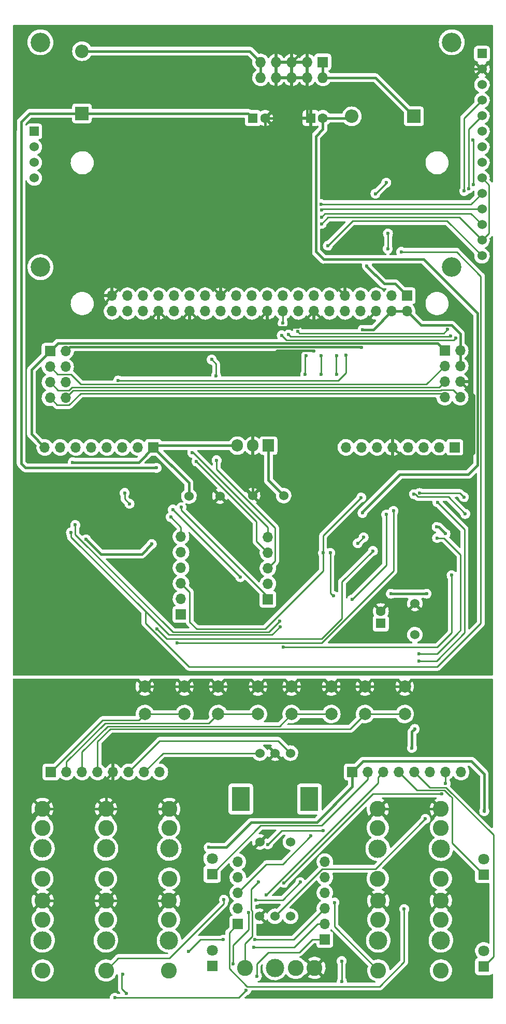
<source format=gbr>
%TF.GenerationSoftware,KiCad,Pcbnew,(5.99.0-9544-g366189b864)*%
%TF.CreationDate,2021-03-13T12:07:28+00:00*%
%TF.ProjectId,europi_main_v2,6575726f-7069-45f6-9d61-696e5f76322e,2.0*%
%TF.SameCoordinates,Original*%
%TF.FileFunction,Copper,L2,Bot*%
%TF.FilePolarity,Positive*%
%FSLAX46Y46*%
G04 Gerber Fmt 4.6, Leading zero omitted, Abs format (unit mm)*
G04 Created by KiCad (PCBNEW (5.99.0-9544-g366189b864)) date 2021-03-13 12:07:28*
%MOMM*%
%LPD*%
G01*
G04 APERTURE LIST*
%TA.AperFunction,ComponentPad*%
%ADD10R,1.600000X1.600000*%
%TD*%
%TA.AperFunction,ComponentPad*%
%ADD11C,1.600000*%
%TD*%
%TA.AperFunction,ComponentPad*%
%ADD12R,2.200000X2.200000*%
%TD*%
%TA.AperFunction,ComponentPad*%
%ADD13O,2.200000X2.200000*%
%TD*%
%TA.AperFunction,ComponentPad*%
%ADD14R,1.800000X1.800000*%
%TD*%
%TA.AperFunction,ComponentPad*%
%ADD15C,1.800000*%
%TD*%
%TA.AperFunction,ComponentPad*%
%ADD16R,1.727200X1.727200*%
%TD*%
%TA.AperFunction,ComponentPad*%
%ADD17O,1.727200X1.727200*%
%TD*%
%TA.AperFunction,ComponentPad*%
%ADD18C,3.000000*%
%TD*%
%TA.AperFunction,ComponentPad*%
%ADD19C,2.600000*%
%TD*%
%TA.AperFunction,ComponentPad*%
%ADD20R,1.700000X1.700000*%
%TD*%
%TA.AperFunction,ComponentPad*%
%ADD21O,1.700000X1.700000*%
%TD*%
%TA.AperFunction,ComponentPad*%
%ADD22C,1.524000*%
%TD*%
%TA.AperFunction,WasherPad*%
%ADD23R,3.000000X4.000000*%
%TD*%
%TA.AperFunction,ComponentPad*%
%ADD24C,2.000000*%
%TD*%
%TA.AperFunction,ComponentPad*%
%ADD25R,1.905000X2.000000*%
%TD*%
%TA.AperFunction,ComponentPad*%
%ADD26O,1.905000X2.000000*%
%TD*%
%TA.AperFunction,ComponentPad*%
%ADD27C,3.200000*%
%TD*%
%TA.AperFunction,ComponentPad*%
%ADD28R,1.524000X1.524000*%
%TD*%
%TA.AperFunction,ViaPad*%
%ADD29C,0.600000*%
%TD*%
%TA.AperFunction,Conductor*%
%ADD30C,0.400000*%
%TD*%
%TA.AperFunction,Conductor*%
%ADD31C,0.250000*%
%TD*%
G04 APERTURE END LIST*
D10*
%TO.P,C1,1*%
%TO.N,+12V*%
X62254888Y-33230000D03*
D11*
%TO.P,C1,2*%
%TO.N,GND*%
X64254888Y-33230000D03*
%TD*%
D10*
%TO.P,C2,1*%
%TO.N,GND*%
X71700000Y-33230000D03*
D11*
%TO.P,C2,2*%
%TO.N,-12V*%
X73700000Y-33230000D03*
%TD*%
D10*
%TO.P,C5,1*%
%TO.N,+5V*%
X83160000Y-115755113D03*
D11*
%TO.P,C5,2*%
%TO.N,GND*%
X83160000Y-113755113D03*
%TD*%
D12*
%TO.P,D1,1,K*%
%TO.N,+12V*%
X34320000Y-32460000D03*
D13*
%TO.P,D1,2,A*%
%TO.N,Net-(D1-Pad2)*%
X34320000Y-22300000D03*
%TD*%
D12*
%TO.P,D2,1,K*%
%TO.N,Net-(D2-Pad1)*%
X88580000Y-32940000D03*
D13*
%TO.P,D2,2,A*%
%TO.N,-12V*%
X78420000Y-32940000D03*
%TD*%
D14*
%TO.P,D3,1,K*%
%TO.N,P4_2*%
X55590000Y-156680000D03*
D15*
%TO.P,D3,2,A*%
%TO.N,Net-(D3-Pad2)*%
X55590000Y-154140000D03*
%TD*%
D14*
%TO.P,D4,1,K*%
%TO.N,P4_3*%
X55590000Y-171680000D03*
D15*
%TO.P,D4,2,A*%
%TO.N,Net-(D4-Pad2)*%
X55590000Y-169140000D03*
%TD*%
D14*
%TO.P,D5,1,K*%
%TO.N,P4_4*%
X100000000Y-156750000D03*
D15*
%TO.P,D5,2,A*%
%TO.N,Net-(D5-Pad2)*%
X100000000Y-154210000D03*
%TD*%
D14*
%TO.P,D6,1,K*%
%TO.N,P4_5*%
X100000000Y-171750000D03*
D15*
%TO.P,D6,2,A*%
%TO.N,Net-(D6-Pad2)*%
X100000000Y-169210000D03*
%TD*%
D16*
%TO.P,Eurorack1,1,P1*%
%TO.N,Net-(D2-Pad1)*%
X73680000Y-24080000D03*
D17*
%TO.P,Eurorack1,2,P2*%
X73680000Y-26620000D03*
%TO.P,Eurorack1,3,P3*%
%TO.N,GND*%
X71140000Y-24080000D03*
%TO.P,Eurorack1,4,P4*%
X71140000Y-26620000D03*
%TO.P,Eurorack1,5,P5*%
X68600000Y-24080000D03*
%TO.P,Eurorack1,6,P6*%
X68600000Y-26620000D03*
%TO.P,Eurorack1,7,P7*%
X66060000Y-24080000D03*
%TO.P,Eurorack1,8,P8*%
X66060000Y-26620000D03*
%TO.P,Eurorack1,9,P9*%
%TO.N,Net-(D1-Pad2)*%
X63520000Y-24080000D03*
%TO.P,Eurorack1,10,P10*%
X63520000Y-26620000D03*
%TD*%
D18*
%TO.P,J1,*%
%TO.N,*%
X27850000Y-152500000D03*
D19*
%TO.P,J1,1,S*%
%TO.N,GND*%
X27850000Y-146020000D03*
%TO.P,J1,2,NC*%
%TO.N,unconnected-(J1-Pad2)*%
X27850000Y-149120000D03*
%TO.P,J1,3,T*%
%TO.N,Net-(J1-Pad3)*%
X27850000Y-157420000D03*
%TD*%
D18*
%TO.P,J2,*%
%TO.N,*%
X38240000Y-152500000D03*
D19*
%TO.P,J2,1,S*%
%TO.N,GND*%
X38240000Y-146020000D03*
%TO.P,J2,2,NC*%
%TO.N,unconnected-(J2-Pad2)*%
X38240000Y-149120000D03*
%TO.P,J2,3,T*%
%TO.N,Net-(J2-Pad3)*%
X38240000Y-157420000D03*
%TD*%
D18*
%TO.P,J3,*%
%TO.N,*%
X48580000Y-152500000D03*
D19*
%TO.P,J3,1,S*%
%TO.N,GND*%
X48580000Y-146020000D03*
%TO.P,J3,2,NC*%
%TO.N,unconnected-(J3-Pad2)*%
X48580000Y-149120000D03*
%TO.P,J3,3,T*%
%TO.N,Net-(D11-Pad1)*%
X48580000Y-157420000D03*
%TD*%
D18*
%TO.P,J4,*%
%TO.N,*%
X48550000Y-167520000D03*
D19*
%TO.P,J4,1,S*%
%TO.N,GND*%
X48550000Y-161040000D03*
%TO.P,J4,2,NC*%
%TO.N,unconnected-(J4-Pad2)*%
X48550000Y-164140000D03*
%TO.P,J4,3,T*%
%TO.N,Net-(D12-Pad1)*%
X48550000Y-172440000D03*
%TD*%
D18*
%TO.P,J5,*%
%TO.N,*%
X82670000Y-152530000D03*
D19*
%TO.P,J5,1,S*%
%TO.N,GND*%
X82670000Y-146050000D03*
%TO.P,J5,2,NC*%
%TO.N,P4_6*%
X82670000Y-149150000D03*
%TO.P,J5,3,T*%
%TO.N,Net-(J5-Pad3)*%
X82670000Y-157450000D03*
%TD*%
D18*
%TO.P,J6,*%
%TO.N,*%
X82753200Y-167505900D03*
D19*
%TO.P,J6,1,S*%
%TO.N,GND*%
X82753200Y-161025900D03*
%TO.P,J6,2,NC*%
%TO.N,unconnected-(J6-Pad2)*%
X82753200Y-164125900D03*
%TO.P,J6,3,T*%
%TO.N,Net-(J6-Pad3)*%
X82753200Y-172425900D03*
%TD*%
D18*
%TO.P,J7,*%
%TO.N,*%
X93000000Y-152530000D03*
D19*
%TO.P,J7,1,S*%
%TO.N,GND*%
X93000000Y-146050000D03*
%TO.P,J7,2,NC*%
%TO.N,unconnected-(J7-Pad2)*%
X93000000Y-149150000D03*
%TO.P,J7,3,T*%
%TO.N,Net-(D13-Pad1)*%
X93000000Y-157450000D03*
%TD*%
D18*
%TO.P,J8,*%
%TO.N,*%
X93000000Y-167500000D03*
D19*
%TO.P,J8,1,S*%
%TO.N,GND*%
X93000000Y-161020000D03*
%TO.P,J8,2,NC*%
%TO.N,unconnected-(J8-Pad2)*%
X93000000Y-164120000D03*
%TO.P,J8,3,T*%
%TO.N,Net-(D14-Pad1)*%
X93000000Y-172420000D03*
%TD*%
D20*
%TO.P,Pi1,1,Pin_1*%
%TO.N,+3V3*%
X87485000Y-62245000D03*
D21*
%TO.P,Pi1,2,Pin_2*%
%TO.N,Pi_5v*%
X87485000Y-64785000D03*
%TO.P,Pi1,3,Pin_3*%
%TO.N,SDA_LV*%
X84945000Y-62245000D03*
%TO.P,Pi1,4,Pin_4*%
%TO.N,Pi_5v*%
X84945000Y-64785000D03*
%TO.P,Pi1,5,Pin_5*%
%TO.N,SCL_LV*%
X82405000Y-62245000D03*
%TO.P,Pi1,6,Pin_6*%
%TO.N,GND*%
X82405000Y-64785000D03*
%TO.P,Pi1,7,Pin_7*%
%TO.N,IRQ_1*%
X79865000Y-62245000D03*
%TO.P,Pi1,8,Pin_8*%
%TO.N,IRQ_2*%
X79865000Y-64785000D03*
%TO.P,Pi1,9,Pin_9*%
%TO.N,GND*%
X77325000Y-62245000D03*
%TO.P,Pi1,10,Pin_10*%
%TO.N,CLK_OUT*%
X77325000Y-64785000D03*
%TO.P,Pi1,11,Pin_11*%
%TO.N,ENC_A*%
X74785000Y-62245000D03*
%TO.P,Pi1,12,Pin_12*%
%TO.N,unconnected-(Pi1-Pad12)*%
X74785000Y-64785000D03*
%TO.P,Pi1,13,Pin_13*%
%TO.N,ENC_B*%
X72245000Y-62245000D03*
%TO.P,Pi1,14,Pin_14*%
%TO.N,GND*%
X72245000Y-64785000D03*
%TO.P,Pi1,15,Pin_15*%
%TO.N,ENC_SW*%
X69705000Y-62245000D03*
%TO.P,Pi1,16,Pin_16*%
%TO.N,RESET*%
X69705000Y-64785000D03*
%TO.P,Pi1,17,Pin_17*%
%TO.N,+3V3*%
X67165000Y-62245000D03*
%TO.P,Pi1,18,Pin_18*%
%TO.N,DC*%
X67165000Y-64785000D03*
%TO.P,Pi1,19,Pin_19*%
%TO.N,SPI_MOSI*%
X64625000Y-62245000D03*
%TO.P,Pi1,20,Pin_20*%
%TO.N,GND*%
X64625000Y-64785000D03*
%TO.P,Pi1,21,Pin_21*%
%TO.N,SPI_MISO*%
X62085000Y-62245000D03*
%TO.P,Pi1,22,Pin_22*%
%TO.N,T_IRQ*%
X62085000Y-64785000D03*
%TO.P,Pi1,23,Pin_23*%
%TO.N,SPI_CLK*%
X59545000Y-62245000D03*
%TO.P,Pi1,24,Pin_24*%
%TO.N,SPI_CE0*%
X59545000Y-64785000D03*
%TO.P,Pi1,25,Pin_25*%
%TO.N,GND*%
X57005000Y-62245000D03*
%TO.P,Pi1,26,Pin_26*%
%TO.N,SPI_CE1*%
X57005000Y-64785000D03*
%TO.P,Pi1,27,Pin_27*%
%TO.N,unconnected-(Pi1-Pad27)*%
X54465000Y-62245000D03*
%TO.P,Pi1,28,Pin_28*%
%TO.N,unconnected-(Pi1-Pad28)*%
X54465000Y-64785000D03*
%TO.P,Pi1,29,Pin_29*%
%TO.N,GPIO_5*%
X51925000Y-62245000D03*
%TO.P,Pi1,30,Pin_30*%
%TO.N,GND*%
X51925000Y-64785000D03*
%TO.P,Pi1,31,Pin_31*%
%TO.N,GPIO_6*%
X49385000Y-62245000D03*
%TO.P,Pi1,32,Pin_32*%
%TO.N,GPIO_12*%
X49385000Y-64785000D03*
%TO.P,Pi1,33,Pin_33*%
%TO.N,GPIO_13*%
X46845000Y-62245000D03*
%TO.P,Pi1,34,Pin_34*%
%TO.N,GND*%
X46845000Y-64785000D03*
%TO.P,Pi1,35,Pin_35*%
%TO.N,GPIO_19*%
X44305000Y-62245000D03*
%TO.P,Pi1,36,Pin_36*%
%TO.N,GPIO_16*%
X44305000Y-64785000D03*
%TO.P,Pi1,37,Pin_37*%
%TO.N,GPIO_26*%
X41765000Y-62245000D03*
%TO.P,Pi1,38,Pin_38*%
%TO.N,GPIO_20*%
X41765000Y-64785000D03*
%TO.P,Pi1,39,Pin_39*%
%TO.N,GND*%
X39225000Y-62245000D03*
%TO.P,Pi1,40,Pin_40*%
%TO.N,unconnected-(Pi1-Pad40)*%
X39225000Y-64785000D03*
%TD*%
D22*
%TO.P,SW1,1,A*%
%TO.N,unconnected-(SW1-Pad1)*%
X68400000Y-163580000D03*
%TO.P,SW1,2,B*%
%TO.N,P4_7*%
X65860000Y-163580000D03*
%TO.P,SW1,3,C*%
%TO.N,GND*%
X63320000Y-163580000D03*
%TD*%
D23*
%TO.P,SW3,*%
%TO.N,*%
X71485000Y-144425000D03*
X60285000Y-144425000D03*
D22*
%TO.P,SW3,1,A*%
%TO.N,P6_6*%
X68385000Y-136925000D03*
%TO.P,SW3,2,C*%
%TO.N,GND*%
X65885000Y-136925000D03*
%TO.P,SW3,3,B*%
%TO.N,P6_7*%
X63385000Y-136925000D03*
%TO.P,SW3,4,S1*%
%TO.N,P6_8*%
X68385000Y-151425000D03*
%TO.P,SW3,5,S2*%
%TO.N,GND*%
X63385000Y-151425000D03*
%TD*%
D24*
%TO.P,SW4,1,1*%
%TO.N,P6_1*%
X51080000Y-130550000D03*
X44580000Y-130550000D03*
%TO.P,SW4,2,2*%
%TO.N,GND*%
X44580000Y-126050000D03*
X51080000Y-126050000D03*
%TD*%
%TO.P,SW5,1,1*%
%TO.N,P6_2*%
X63080000Y-130550000D03*
X56580000Y-130550000D03*
%TO.P,SW5,2,2*%
%TO.N,GND*%
X56580000Y-126050000D03*
X63080000Y-126050000D03*
%TD*%
%TO.P,SW6,1,1*%
%TO.N,P6_3*%
X75080000Y-130550000D03*
X68580000Y-130550000D03*
%TO.P,SW6,2,2*%
%TO.N,GND*%
X68580000Y-126050000D03*
X75080000Y-126050000D03*
%TD*%
%TO.P,SW7,1,1*%
%TO.N,P6_4*%
X87080000Y-130550000D03*
X80580000Y-130550000D03*
%TO.P,SW7,2,2*%
%TO.N,GND*%
X87080000Y-126050000D03*
X80580000Y-126050000D03*
%TD*%
D18*
%TO.P,J16,*%
%TO.N,*%
X65850000Y-172000000D03*
D19*
%TO.P,J16,1,S*%
%TO.N,GND*%
X72330000Y-172000000D03*
%TO.P,J16,2,NC*%
%TO.N,unconnected-(J16-Pad2)*%
X69230000Y-172000000D03*
%TO.P,J16,3,T*%
%TO.N,Net-(J16-Pad3)*%
X60930000Y-172000000D03*
%TD*%
D18*
%TO.P,J14,*%
%TO.N,*%
X38230000Y-167500000D03*
D19*
%TO.P,J14,1,S*%
%TO.N,GND*%
X38230000Y-161020000D03*
%TO.P,J14,2,NC*%
%TO.N,unconnected-(J14-Pad2)*%
X38230000Y-164120000D03*
%TO.P,J14,3,T*%
%TO.N,Net-(J14-Pad3)*%
X38230000Y-172420000D03*
%TD*%
D22*
%TO.P,C4,1*%
%TO.N,+5V*%
X51800000Y-94940000D03*
%TO.P,C4,2*%
%TO.N,GND*%
X56880000Y-94940000D03*
%TD*%
%TO.P,C7,1*%
%TO.N,+5V*%
X88730000Y-117560000D03*
%TO.P,C7,2*%
%TO.N,GND*%
X88730000Y-112480000D03*
%TD*%
%TO.P,C3,1*%
%TO.N,+12V*%
X67280000Y-94870000D03*
%TO.P,C3,2*%
%TO.N,GND*%
X62200000Y-94870000D03*
%TD*%
D25*
%TO.P,LM7805,1,VI*%
%TO.N,+12V*%
X64795400Y-86710400D03*
D26*
%TO.P,LM7805,2,GND*%
%TO.N,GND*%
X62255400Y-86710400D03*
%TO.P,LM7805,3,VO*%
%TO.N,+5V*%
X59715400Y-86710400D03*
%TD*%
D18*
%TO.P,J13,*%
%TO.N,*%
X27890000Y-167500000D03*
D19*
%TO.P,J13,1,S*%
%TO.N,GND*%
X27890000Y-161020000D03*
%TO.P,J13,2,NC*%
%TO.N,unconnected-(J13-Pad2)*%
X27890000Y-164120000D03*
%TO.P,J13,3,T*%
%TO.N,Net-(J13-Pad3)*%
X27890000Y-172420000D03*
%TD*%
D20*
%TO.P,J11,1,Pin_1*%
%TO.N,+3V3*%
X93600000Y-71180000D03*
D21*
%TO.P,J11,2,Pin_2*%
%TO.N,Pi_5v*%
X96140000Y-71180000D03*
%TO.P,J11,3,Pin_3*%
%TO.N,SDA_LV*%
X93600000Y-73720000D03*
%TO.P,J11,4,Pin_4*%
%TO.N,Pi_5v*%
X96140000Y-73720000D03*
%TO.P,J11,5,Pin_5*%
%TO.N,SCL_LV*%
X93600000Y-76260000D03*
%TO.P,J11,6,Pin_6*%
%TO.N,GND*%
X96140000Y-76260000D03*
%TO.P,J11,7,Pin_7*%
%TO.N,IRQ_1*%
X93600000Y-78800000D03*
%TO.P,J11,8,Pin_8*%
%TO.N,IRQ_2*%
X96140000Y-78800000D03*
%TD*%
D20*
%TO.P,J9,1,Pin_1*%
%TO.N,+3V3*%
X29085800Y-71295400D03*
D21*
%TO.P,J9,2,Pin_2*%
%TO.N,Pi_5v*%
X31625800Y-71295400D03*
%TO.P,J9,3,Pin_3*%
%TO.N,SDA_LV*%
X29085800Y-73835400D03*
%TO.P,J9,4,Pin_4*%
%TO.N,Pi_5v*%
X31625800Y-73835400D03*
%TO.P,J9,5,Pin_5*%
%TO.N,SCL_LV*%
X29085800Y-76375400D03*
%TO.P,J9,6,Pin_6*%
%TO.N,GND*%
X31625800Y-76375400D03*
%TO.P,J9,7,Pin_7*%
%TO.N,IRQ_1*%
X29085800Y-78915400D03*
%TO.P,J9,8,Pin_8*%
%TO.N,IRQ_2*%
X31625800Y-78915400D03*
%TD*%
D20*
%TO.P,P3,1,Pin_1*%
%TO.N,+5V*%
X46000000Y-87000000D03*
D21*
%TO.P,P3,2,Pin_2*%
%TO.N,GPout5*%
X43460000Y-87000000D03*
%TO.P,P3,3,Pin_3*%
%TO.N,GPout6*%
X40920000Y-87000000D03*
%TO.P,P3,4,Pin_4*%
%TO.N,GPout7*%
X38380000Y-87000000D03*
%TO.P,P3,5,Pin_5*%
%TO.N,GPout8*%
X35840000Y-87000000D03*
%TO.P,P3,6,Pin_6*%
%TO.N,CLK_OUT*%
X33300000Y-87000000D03*
%TO.P,P3,7,Pin_7*%
%TO.N,GPIO_26*%
X30760000Y-87000000D03*
%TO.P,P3,8,Pin_8*%
%TO.N,+3V3*%
X28220000Y-87000000D03*
%TD*%
D20*
%TO.P,P4,1,Pin_1*%
%TO.N,GPIO_5*%
X95250000Y-87000000D03*
D21*
%TO.P,P4,2,Pin_2*%
%TO.N,GPIO_6*%
X92710000Y-87000000D03*
%TO.P,P4,3,Pin_3*%
%TO.N,GPIO_13*%
X90170000Y-87000000D03*
%TO.P,P4,4,Pin_4*%
%TO.N,GPIO_19*%
X87630000Y-87000000D03*
%TO.P,P4,5,Pin_5*%
%TO.N,GND*%
X85090000Y-87000000D03*
%TO.P,P4,6,Pin_6*%
%TO.N,ENC_A*%
X82550000Y-87000000D03*
%TO.P,P4,7,Pin_7*%
%TO.N,ENC_B*%
X80010000Y-87000000D03*
%TO.P,P4,8,Pin_8*%
%TO.N,ENC_SW*%
X77470000Y-87000000D03*
%TD*%
D20*
%TO.P,P6,1,Pin_1*%
%TO.N,+5V*%
X78500000Y-140000000D03*
D21*
%TO.P,P6,2,Pin_2*%
%TO.N,P4_2*%
X81040000Y-140000000D03*
%TO.P,P6,3,Pin_3*%
%TO.N,P4_3*%
X83580000Y-140000000D03*
%TO.P,P6,4,Pin_4*%
%TO.N,P4_4*%
X86120000Y-140000000D03*
%TO.P,P6,5,Pin_5*%
%TO.N,P4_5*%
X88660000Y-140000000D03*
%TO.P,P6,6,Pin_6*%
%TO.N,P4_6*%
X91200000Y-140000000D03*
%TO.P,P6,7,Pin_7*%
%TO.N,P4_7*%
X93740000Y-140000000D03*
%TO.P,P6,8,Pin_8*%
%TO.N,+3V3*%
X96280000Y-140000000D03*
%TD*%
D20*
%TO.P,P7,1,Pin_1*%
%TO.N,P6_1*%
X29250000Y-140000000D03*
D21*
%TO.P,P7,2,Pin_2*%
%TO.N,P6_2*%
X31790000Y-140000000D03*
%TO.P,P7,3,Pin_3*%
%TO.N,P6_3*%
X34330000Y-140000000D03*
%TO.P,P7,4,Pin_4*%
%TO.N,P6_4*%
X36870000Y-140000000D03*
%TO.P,P7,5,Pin_5*%
%TO.N,GND*%
X39410000Y-140000000D03*
%TO.P,P7,6,Pin_6*%
%TO.N,P6_6*%
X41950000Y-140000000D03*
%TO.P,P7,7,Pin_7*%
%TO.N,P6_7*%
X44490000Y-140000000D03*
%TO.P,P7,8,Pin_8*%
%TO.N,P6_8*%
X47030000Y-140000000D03*
%TD*%
D20*
%TO.P,J17,1,Pin_1*%
%TO.N,DACoutA*%
X50500000Y-114280000D03*
D21*
%TO.P,J17,2,Pin_2*%
%TO.N,DACoutB*%
X50500000Y-111740000D03*
%TO.P,J17,3,Pin_3*%
%TO.N,DACoutC*%
X50500000Y-109200000D03*
%TO.P,J17,4,Pin_4*%
%TO.N,DACoutD*%
X50500000Y-106660000D03*
%TO.P,J17,5,Pin_5*%
%TO.N,GPout1*%
X50500000Y-104120000D03*
%TO.P,J17,6,Pin_6*%
%TO.N,GPout2*%
X50500000Y-101580000D03*
%TD*%
D20*
%TO.P,J18,1,Pin_1*%
%TO.N,GPout3*%
X64710000Y-111810000D03*
D21*
%TO.P,J18,2,Pin_2*%
%TO.N,GPout4*%
X64710000Y-109270000D03*
%TO.P,J18,3,Pin_3*%
%TO.N,GPIO_12*%
X64710000Y-106730000D03*
%TO.P,J18,4,Pin_4*%
%TO.N,GPIO_16*%
X64710000Y-104190000D03*
%TO.P,J18,5,Pin_5*%
%TO.N,GPIO_20*%
X64710000Y-101650000D03*
%TD*%
D27*
%TO.P,J10,*%
%TO.N,*%
X94780000Y-57570000D03*
X27520000Y-57570000D03*
X94780000Y-20850000D03*
X27520000Y-20850000D03*
D28*
%TO.P,J10,1,Pin_1*%
%TO.N,+3V3*%
X99700000Y-22700000D03*
D22*
%TO.P,J10,2,Pin_2*%
%TO.N,GND*%
X99700000Y-25240000D03*
%TO.P,J10,3,Pin_3*%
%TO.N,SPI_CE0*%
X99700000Y-27780000D03*
%TO.P,J10,4,Pin_4*%
%TO.N,RESET*%
X99700000Y-30320000D03*
%TO.P,J10,5,Pin_5*%
%TO.N,DC*%
X99700000Y-32860000D03*
%TO.P,J10,6,Pin_6*%
%TO.N,SPI_MOSI*%
X99700000Y-35400000D03*
%TO.P,J10,7,Pin_7*%
%TO.N,SPI_CLK*%
X99700000Y-37940000D03*
%TO.P,J10,8,Pin_8*%
%TO.N,+3V3*%
X99700000Y-40480000D03*
%TO.P,J10,9,Pin_9*%
%TO.N,SPI_MISO*%
X99700000Y-43020000D03*
%TO.P,J10,10,Pin_10*%
%TO.N,SPI_CLK*%
X99700000Y-45560000D03*
%TO.P,J10,11,Pin_11*%
%TO.N,SPI_CE1*%
X99700000Y-48100000D03*
%TO.P,J10,12,Pin_12*%
%TO.N,SPI_MOSI*%
X99700000Y-50640000D03*
%TO.P,J10,13,Pin_13*%
%TO.N,SPI_MISO*%
X99700000Y-53180000D03*
%TO.P,J10,14,Pin_14*%
%TO.N,T_IRQ*%
X99700000Y-55720000D03*
D28*
%TO.P,J10,15*%
%TO.N,N/C*%
X26520000Y-35400000D03*
D22*
%TO.P,J10,16*%
X26520000Y-37940000D03*
%TO.P,J10,17*%
X26520000Y-40480000D03*
%TO.P,J10,18*%
X26520000Y-43020000D03*
%TD*%
D20*
%TO.P,J19,1,Pin_1*%
%TO.N,P2_1*%
X74010000Y-167340000D03*
D21*
%TO.P,J19,2,Pin_2*%
%TO.N,P2_2*%
X74010000Y-164800000D03*
%TO.P,J19,3,Pin_3*%
%TO.N,P2_3*%
X74010000Y-162260000D03*
%TO.P,J19,4,Pin_4*%
%TO.N,P2_4*%
X74010000Y-159720000D03*
%TO.P,J19,5,Pin_5*%
%TO.N,P2_5*%
X74010000Y-157180000D03*
%TO.P,J19,6,Pin_6*%
%TO.N,P2_6*%
X74010000Y-154640000D03*
%TD*%
D20*
%TO.P,J20,1,Pin_1*%
%TO.N,P2_7*%
X59790000Y-164825000D03*
D21*
%TO.P,J20,2,Pin_2*%
%TO.N,P2_8*%
X59790000Y-162285000D03*
%TO.P,J20,3,Pin_3*%
%TO.N,P3_1*%
X59790000Y-159745000D03*
%TO.P,J20,4,Pin_4*%
%TO.N,P3_2*%
X59790000Y-157205000D03*
%TO.P,J20,5,Pin_5*%
%TO.N,P3_3*%
X59790000Y-154665000D03*
%TD*%
D29*
%TO.N,+12V*%
X90660000Y-110890000D03*
X92300000Y-99980000D03*
X46500000Y-90350000D03*
X93730000Y-101100000D03*
X84820000Y-110890000D03*
%TO.N,GND*%
X76150000Y-97170000D03*
X72183671Y-71295043D03*
X76300000Y-94690000D03*
X62240000Y-75200000D03*
%TO.N,-12V*%
X80170000Y-97710000D03*
%TO.N,+5V*%
X35000000Y-102020000D03*
X100080000Y-146400000D03*
X32800000Y-89430000D03*
X45720000Y-102770000D03*
X55040000Y-152310000D03*
%TO.N,P4_3*%
X61550000Y-163000000D03*
X59010000Y-171380000D03*
X64450000Y-160100000D03*
%TO.N,+3V3*%
X80890000Y-57360000D03*
X88710000Y-132980000D03*
X88262478Y-136080000D03*
%TO.N,P2_6*%
X76790000Y-174250000D03*
X76760000Y-170900000D03*
%TO.N,Net-(J2-Pad3)*%
X40970000Y-173020000D03*
X41540000Y-176140000D03*
%TO.N,Net-(J6-Pad3)*%
X75580000Y-161330000D03*
%TO.N,Pi_5v*%
X79977530Y-70695032D03*
X80199031Y-67754979D03*
%TO.N,SDA_LV*%
X84310000Y-54590000D03*
X84330000Y-52060000D03*
%TO.N,SCL_LV*%
X82290000Y-45570000D03*
X84060000Y-43770000D03*
%TO.N,SPI_MOSI*%
X73460000Y-49390000D03*
%TO.N,SPI_CLK*%
X73380000Y-47290000D03*
%TO.N,SPI_CE0*%
X98260000Y-44120000D03*
X95380000Y-69150000D03*
X98250000Y-36800000D03*
X66970000Y-68710000D03*
%TO.N,SPI_CE1*%
X73470000Y-48220000D03*
%TO.N,DACoutA*%
X94750000Y-107880000D03*
X67190000Y-119620000D03*
%TO.N,DACoutB*%
X96970000Y-97860000D03*
X88580000Y-94640000D03*
X85240000Y-97370000D03*
X49840000Y-118910000D03*
%TO.N,GPout2*%
X48830000Y-98370000D03*
%TO.N,GPIO_12*%
X56230000Y-75310000D03*
X56320000Y-89110000D03*
X55510000Y-72660000D03*
%TO.N,GPIO_16*%
X53020000Y-89300000D03*
%TO.N,GPout3*%
X50570000Y-96770000D03*
%TO.N,GPout4*%
X60203051Y-108186949D03*
X49160000Y-97160000D03*
X41290000Y-94450000D03*
X42090000Y-96210000D03*
%TO.N,GPIO_20*%
X52340000Y-87880000D03*
%TO.N,P2_1*%
X61156317Y-175642651D03*
X39690000Y-176880000D03*
X62900000Y-173370000D03*
%TO.N,P2_2*%
X62360000Y-168610000D03*
%TO.N,P2_3*%
X51740000Y-169330000D03*
X62540000Y-167390000D03*
X57430000Y-167390000D03*
%TO.N,P2_7*%
X86980000Y-162400000D03*
%TO.N,P4_7*%
X90450000Y-147660000D03*
X93762005Y-141905010D03*
%TO.N,SDA_HV*%
X86500000Y-55070000D03*
X32510000Y-100890000D03*
X66700000Y-116320000D03*
%TO.N,SCL_HV*%
X33210000Y-99670000D03*
X66610000Y-115380000D03*
%TO.N,VoutA*%
X89410000Y-120690000D03*
X92370000Y-101790000D03*
%TO.N,VoutB*%
X92420000Y-95960000D03*
X89370000Y-121880000D03*
%TO.N,VoutC*%
X84060000Y-97970000D03*
X78460000Y-111830000D03*
%TO.N,VoutD*%
X74890000Y-104230000D03*
X79395550Y-102654450D03*
X75450000Y-111250000D03*
X80350000Y-101690000D03*
%TO.N,P3_1*%
X71730000Y-150460000D03*
%TO.N,P3_2*%
X67316949Y-158116949D03*
X93116007Y-143605032D03*
%TO.N,P3_3*%
X73780000Y-149620000D03*
X64720000Y-151830000D03*
%TO.N,T_IRQ*%
X74510000Y-54060000D03*
%TO.N,SPI_MISO*%
X73490000Y-50500000D03*
%TO.N,DC*%
X68100000Y-68570000D03*
X67130000Y-66705010D03*
X94580000Y-68790000D03*
X97530000Y-44740000D03*
%TO.N,RESET*%
X69585928Y-68090010D03*
X96794990Y-45140712D03*
X94100000Y-67730000D03*
%TO.N,Net-(J14-Pad3)*%
X57520000Y-160860000D03*
X70010000Y-158000000D03*
X62720000Y-160910000D03*
%TO.N,Net-(J16-Pad3)*%
X63150000Y-157960000D03*
%TO.N,DACoutD*%
X81870000Y-103910000D03*
X46580000Y-116680000D03*
%TO.N,DACoutC*%
X79950000Y-95190000D03*
X73730000Y-104240000D03*
%TO.N,CLK_OUT*%
X77460000Y-71920000D03*
X40240000Y-76090000D03*
%TO.N,ENC_SW*%
X70820000Y-75060000D03*
X70969176Y-71995410D03*
%TO.N,ENC_B*%
X73430336Y-71995410D03*
X73380000Y-75060000D03*
%TO.N,ENC_A*%
X75940000Y-75060000D03*
X75943939Y-71995410D03*
%TO.N,Net-(R32-Pad2)*%
X96760000Y-95130000D03*
X89520000Y-94460000D03*
%TD*%
D30*
%TO.N,+12V*%
X64790000Y-92380000D02*
X67280000Y-94870000D01*
X92300000Y-99980000D02*
X92610000Y-99980000D01*
X34320000Y-32460000D02*
X61484888Y-32460000D01*
X92610000Y-99980000D02*
X93730000Y-101100000D01*
X46500000Y-90350000D02*
X25100000Y-90350000D01*
X84820000Y-110890000D02*
X90660000Y-110890000D01*
X24380000Y-33850000D02*
X25770000Y-32460000D01*
X25770000Y-32460000D02*
X34320000Y-32460000D01*
X24370000Y-89620000D02*
X24370000Y-35305980D01*
X25100000Y-90350000D02*
X24370000Y-89620000D01*
X24370000Y-35305980D02*
X24380000Y-35295980D01*
X24380000Y-35295980D02*
X24380000Y-33850000D01*
X61484888Y-32460000D02*
X62254888Y-33230000D01*
X64790000Y-86750000D02*
X64790000Y-92380000D01*
%TO.N,GND*%
X37570000Y-65980000D02*
X38330000Y-66740000D01*
X51925000Y-64785000D02*
X53880000Y-66740000D01*
X66042930Y-67405011D02*
X67466001Y-67405011D01*
X68600000Y-24080000D02*
X71140000Y-24080000D01*
X71140000Y-24080000D02*
X71140000Y-26620000D01*
X62250000Y-86750000D02*
X62250000Y-94820000D01*
X49920000Y-66790000D02*
X51925000Y-64785000D01*
X98399989Y-87821467D02*
X98399989Y-78519989D01*
X38330000Y-66740000D02*
X44890000Y-66740000D01*
X27270000Y-146020000D02*
X27850000Y-146020000D01*
X66060000Y-24080000D02*
X68600000Y-24080000D01*
X66060000Y-26620000D02*
X66060000Y-31424888D01*
X68600000Y-26620000D02*
X71140000Y-26620000D01*
X64625000Y-64785000D02*
X64625000Y-65987081D01*
X27890000Y-161020000D02*
X24300000Y-157430000D01*
X75080000Y-126050000D02*
X80580000Y-126050000D01*
X37570000Y-63900000D02*
X37570000Y-65980000D01*
X98399989Y-78519989D02*
X96140000Y-76260000D01*
X99700000Y-25240000D02*
X88077135Y-25240000D01*
X66060000Y-24080000D02*
X66060000Y-26620000D01*
X51080000Y-126050000D02*
X56580000Y-126050000D01*
X41670000Y-59770000D02*
X54530000Y-59770000D01*
X80580000Y-126050000D02*
X87080000Y-126050000D01*
X48850000Y-66790000D02*
X49920000Y-66790000D01*
X64254888Y-33230000D02*
X71700000Y-33230000D01*
X97730000Y-88491456D02*
X98399989Y-87821467D01*
X64625000Y-65987081D02*
X66042930Y-67405011D01*
X85127135Y-22290000D02*
X70390000Y-22290000D01*
X71140000Y-26620000D02*
X71140000Y-32670000D01*
X80430000Y-66760000D02*
X82405000Y-64785000D01*
X38230000Y-161020000D02*
X48530000Y-161020000D01*
X27890000Y-161020000D02*
X38230000Y-161020000D01*
X88077135Y-25240000D02*
X85127135Y-22290000D01*
X76150000Y-97170000D02*
X76150000Y-94840000D01*
X38240000Y-141170000D02*
X39410000Y-140000000D01*
X57005000Y-62245000D02*
X64254888Y-54995112D01*
X67481012Y-67390000D02*
X69640000Y-67390000D01*
X86581456Y-88491456D02*
X97730000Y-88491456D01*
X46845000Y-64785000D02*
X48850000Y-66790000D01*
X44890000Y-66740000D02*
X46845000Y-64785000D01*
X76150000Y-94840000D02*
X76300000Y-94690000D01*
X24300000Y-148990000D02*
X27270000Y-146020000D01*
X62240000Y-75200000D02*
X66240000Y-71200000D01*
X48530000Y-161020000D02*
X48550000Y-161040000D01*
X68600000Y-24080000D02*
X68600000Y-26620000D01*
X70390000Y-22290000D02*
X68600000Y-24080000D01*
X54530000Y-59770000D02*
X57005000Y-62245000D01*
X62250000Y-94820000D02*
X62200000Y-94870000D01*
X71140000Y-32670000D02*
X71700000Y-33230000D01*
X64254888Y-54995112D02*
X64254888Y-33230000D01*
X39225000Y-62245000D02*
X37570000Y-63900000D01*
X72088628Y-71200000D02*
X72183671Y-71295043D01*
X53880000Y-66740000D02*
X62670000Y-66740000D01*
X72245000Y-64785000D02*
X74220000Y-66760000D01*
X74220000Y-66760000D02*
X80430000Y-66760000D01*
X67466001Y-67405011D02*
X67481012Y-67390000D01*
X63080000Y-126050000D02*
X68580000Y-126050000D01*
X39225000Y-62245000D02*
X41670000Y-59800000D01*
X71700000Y-56620000D02*
X77325000Y-62245000D01*
X66240000Y-71200000D02*
X72088628Y-71200000D01*
X82670000Y-146050000D02*
X93000000Y-146050000D01*
X38240000Y-146020000D02*
X48580000Y-146020000D01*
X38240000Y-146020000D02*
X38240000Y-141170000D01*
X69640000Y-67390000D02*
X72245000Y-64785000D01*
X85090000Y-87000000D02*
X86581456Y-88491456D01*
X41670000Y-59800000D02*
X41670000Y-59770000D01*
X24300000Y-157430000D02*
X24300000Y-148990000D01*
X44580000Y-126050000D02*
X51080000Y-126050000D01*
X62670000Y-66740000D02*
X64625000Y-64785000D01*
X66060000Y-31424888D02*
X64254888Y-33230000D01*
X56580000Y-126050000D02*
X63080000Y-126050000D01*
X66060000Y-26620000D02*
X68600000Y-26620000D01*
X27850000Y-146020000D02*
X38240000Y-146020000D01*
X68580000Y-126050000D02*
X75080000Y-126050000D01*
X71700000Y-33230000D02*
X71700000Y-56620000D01*
%TO.N,-12V*%
X73700000Y-33230000D02*
X78130000Y-33230000D01*
X72530000Y-55020000D02*
X72530000Y-36190000D01*
X86270000Y-91410000D02*
X97470000Y-91410000D01*
X97470000Y-91410000D02*
X99000000Y-89880000D01*
X99000000Y-89880000D02*
X99000000Y-65100000D01*
X73700000Y-35020000D02*
X73700000Y-33230000D01*
X99000000Y-65100000D02*
X90190000Y-56290000D01*
X72530000Y-36190000D02*
X73700000Y-35020000D01*
X73800000Y-56290000D02*
X72530000Y-55020000D01*
X80170000Y-97710000D02*
X80170000Y-97510000D01*
X78130000Y-33230000D02*
X78420000Y-32940000D01*
X90190000Y-56290000D02*
X73800000Y-56290000D01*
X80170000Y-97510000D02*
X86270000Y-91410000D01*
%TO.N,+5V*%
X43570000Y-89430000D02*
X46000000Y-87000000D01*
X51800000Y-94940000D02*
X51800000Y-92800000D01*
X55040000Y-152310000D02*
X57900000Y-152310000D01*
X78500000Y-142420000D02*
X78500000Y-140000000D01*
X37400000Y-104420000D02*
X42480000Y-104420000D01*
X100070000Y-146410000D02*
X100080000Y-146400000D01*
X59715400Y-86710400D02*
X46289600Y-86710400D01*
X100070000Y-146420000D02*
X100070000Y-146410000D01*
X97990000Y-138250000D02*
X100070000Y-140330000D01*
X100070000Y-140330000D02*
X100070000Y-146420000D01*
X57900000Y-152310000D02*
X61980000Y-148230000D01*
X78500000Y-140000000D02*
X80250000Y-138250000D01*
X35000000Y-102020000D02*
X37400000Y-104420000D01*
X72690000Y-148230000D02*
X78500000Y-142420000D01*
X42480000Y-104420000D02*
X44070000Y-104420000D01*
X46289600Y-86710400D02*
X46000000Y-87000000D01*
X44070000Y-104420000D02*
X45720000Y-102770000D01*
X32800000Y-89430000D02*
X43570000Y-89430000D01*
X80250000Y-138250000D02*
X97990000Y-138250000D01*
X51800000Y-92800000D02*
X46000000Y-87000000D01*
X61980000Y-148230000D02*
X72690000Y-148230000D01*
%TO.N,Net-(D1-Pad2)*%
X63520000Y-24080000D02*
X63520000Y-26620000D01*
X61740000Y-22300000D02*
X63520000Y-24080000D01*
X34320000Y-22300000D02*
X61740000Y-22300000D01*
%TO.N,Net-(D2-Pad1)*%
X73680000Y-24080000D02*
X73680000Y-26620000D01*
X73680000Y-26620000D02*
X82260000Y-26620000D01*
X82260000Y-26620000D02*
X88580000Y-32940000D01*
D31*
%TO.N,P4_2*%
X73487070Y-148755011D02*
X81040000Y-141202081D01*
X63514989Y-148755011D02*
X73487070Y-148755011D01*
X81040000Y-141202081D02*
X81040000Y-140000000D01*
X55590000Y-156680000D02*
X63514989Y-148755011D01*
%TO.N,P4_3*%
X82730000Y-141820000D02*
X64450000Y-160100000D01*
X61550000Y-163000000D02*
X61550000Y-165760000D01*
X61550000Y-165760000D02*
X59010000Y-168300000D01*
X82730000Y-140850000D02*
X82730000Y-141820000D01*
X83580000Y-140000000D02*
X82730000Y-140850000D01*
X59010000Y-168300000D02*
X59010000Y-171380000D01*
%TO.N,P4_4*%
X94825001Y-144199999D02*
X94825001Y-151575001D01*
X93595024Y-142980022D02*
X94520001Y-143904999D01*
X86120000Y-140000000D02*
X89100022Y-142980022D01*
X94500001Y-143874999D02*
X94825001Y-144199999D01*
X89100022Y-142980022D02*
X93595024Y-142980022D01*
X94825001Y-151575001D02*
X100000000Y-156750000D01*
%TO.N,P4_5*%
X93791424Y-142530011D02*
X101560000Y-150298587D01*
X88660000Y-140000000D02*
X91190011Y-142530011D01*
X101560000Y-150298587D02*
X101560000Y-170190000D01*
X101560000Y-170190000D02*
X100000000Y-171750000D01*
X91190011Y-142530011D02*
X93791424Y-142530011D01*
D30*
%TO.N,+3V3*%
X30386178Y-69995022D02*
X92415022Y-69995022D01*
X85535000Y-60295000D02*
X87485000Y-62245000D01*
X26050000Y-84830000D02*
X28220000Y-87000000D01*
X29085800Y-71295400D02*
X26050000Y-74331200D01*
X80890000Y-57360000D02*
X80890000Y-57488544D01*
X26050000Y-74331200D02*
X26050000Y-84830000D01*
X92415022Y-69995022D02*
X93600000Y-71180000D01*
X80890000Y-57488544D02*
X83696456Y-60295000D01*
X88262478Y-133427522D02*
X88710000Y-132980000D01*
X83696456Y-60295000D02*
X85535000Y-60295000D01*
X29085800Y-71295400D02*
X30386178Y-69995022D01*
X88262478Y-136080000D02*
X88262478Y-133427522D01*
D31*
%TO.N,P2_6*%
X76760000Y-170900000D02*
X76760000Y-174220000D01*
X76760000Y-174220000D02*
X76790000Y-174250000D01*
%TO.N,Net-(J2-Pad3)*%
X41540000Y-176140000D02*
X40840000Y-175440000D01*
X40840000Y-175440000D02*
X40840000Y-173150000D01*
X40840000Y-173150000D02*
X40970000Y-173020000D01*
%TO.N,Net-(J6-Pad3)*%
X75580000Y-165252700D02*
X75580000Y-161330000D01*
X82753200Y-172425900D02*
X75580000Y-165252700D01*
D30*
%TO.N,Pi_5v*%
X79877531Y-70595033D02*
X79977530Y-70695032D01*
X32326167Y-70595033D02*
X79877531Y-70595033D01*
X89730000Y-67030000D02*
X94730000Y-67030000D01*
X87485000Y-64785000D02*
X89730000Y-67030000D01*
X81975021Y-67754979D02*
X80199031Y-67754979D01*
X94730000Y-67030000D02*
X96140000Y-68440000D01*
X84945000Y-64785000D02*
X81975021Y-67754979D01*
X96140000Y-68440000D02*
X96140000Y-71180000D01*
X31625800Y-71295400D02*
X32326167Y-70595033D01*
X96140000Y-71180000D02*
X96140000Y-73720000D01*
X84945000Y-64785000D02*
X87485000Y-64785000D01*
D31*
%TO.N,SDA_LV*%
X84330000Y-54570000D02*
X84310000Y-54590000D01*
X90604999Y-76715001D02*
X93600000Y-73720000D01*
X34115001Y-76715001D02*
X90604999Y-76715001D01*
X29085800Y-73835400D02*
X30350400Y-75100000D01*
X30350400Y-75100000D02*
X32500000Y-75100000D01*
X84330000Y-52060000D02*
X84330000Y-54570000D01*
X32500000Y-75100000D02*
X34115001Y-76715001D01*
%TO.N,SCL_LV*%
X29085800Y-76375400D02*
X30400400Y-77690000D01*
X30400400Y-77690000D02*
X32180000Y-77690000D01*
X32704988Y-77165012D02*
X92694988Y-77165012D01*
X92694988Y-77165012D02*
X93600000Y-76260000D01*
X32180000Y-77690000D02*
X32704988Y-77165012D01*
X82290000Y-45570000D02*
X84060000Y-43800000D01*
X84060000Y-43800000D02*
X84060000Y-43770000D01*
%TO.N,SPI_MOSI*%
X97890000Y-48830000D02*
X99700000Y-50640000D01*
X73460000Y-49390000D02*
X74020000Y-48830000D01*
X74020000Y-48830000D02*
X97890000Y-48830000D01*
%TO.N,SPI_CLK*%
X97998000Y-47262000D02*
X99700000Y-45560000D01*
X97998000Y-47290000D02*
X97998000Y-47262000D01*
X97998000Y-47290000D02*
X73380000Y-47290000D01*
%TO.N,SPI_CE0*%
X98280000Y-36830000D02*
X98280000Y-44100000D01*
X98250000Y-36800000D02*
X98280000Y-36830000D01*
X66970000Y-68710000D02*
X67730011Y-69470011D01*
X98280000Y-44100000D02*
X98260000Y-44120000D01*
X67730011Y-69470011D02*
X95059989Y-69470011D01*
X95059989Y-69470011D02*
X95380000Y-69150000D01*
%TO.N,SPI_CE1*%
X73557000Y-48133000D02*
X73470000Y-48220000D01*
X73590000Y-48100000D02*
X99700000Y-48100000D01*
X73470000Y-48220000D02*
X73590000Y-48100000D01*
%TO.N,DACoutA*%
X92400000Y-119620000D02*
X92640000Y-119380000D01*
X92640000Y-119380000D02*
X94750000Y-117270000D01*
X94750000Y-117270000D02*
X94750000Y-107880000D01*
X67190000Y-119620000D02*
X92400000Y-119620000D01*
%TO.N,DACoutB*%
X85240000Y-97370000D02*
X85240000Y-107166411D01*
X94195011Y-95085011D02*
X96970000Y-97860000D01*
X73496411Y-118910000D02*
X49840000Y-118910000D01*
X88774983Y-94640000D02*
X89219994Y-95085011D01*
X89219994Y-95085011D02*
X94195011Y-95085011D01*
X85240000Y-107166411D02*
X73496411Y-118910000D01*
X88580000Y-94640000D02*
X88774983Y-94640000D01*
%TO.N,GPout2*%
X50500000Y-100040000D02*
X48830000Y-98370000D01*
X50500000Y-101580000D02*
X50500000Y-100040000D01*
%TO.N,GPIO_12*%
X55510000Y-72660000D02*
X56230000Y-73380000D01*
X56230000Y-73380000D02*
X56230000Y-75310000D01*
X65885011Y-100163788D02*
X65885011Y-105554989D01*
X56320000Y-90598777D02*
X65885011Y-100163788D01*
X56320000Y-89110000D02*
X56320000Y-90598777D01*
X65885011Y-105554989D02*
X64710000Y-106730000D01*
%TO.N,GPIO_16*%
X64710000Y-104190000D02*
X62830000Y-102310000D01*
X62830000Y-102310000D02*
X62830000Y-99110000D01*
X62830000Y-99110000D02*
X53020000Y-89300000D01*
%TO.N,GPout3*%
X50570000Y-97290000D02*
X64710000Y-111430000D01*
X50570000Y-96770000D02*
X50570000Y-97290000D01*
X64710000Y-111430000D02*
X64710000Y-111810000D01*
%TO.N,GPout4*%
X60186949Y-108186949D02*
X60203051Y-108186949D01*
X49160000Y-97160000D02*
X60186949Y-108186949D01*
X41290000Y-95410000D02*
X42090000Y-96210000D01*
X41290000Y-94450000D02*
X41290000Y-95410000D01*
%TO.N,GPIO_20*%
X64710000Y-100064998D02*
X52525002Y-87880000D01*
X52525002Y-87880000D02*
X52340000Y-87880000D01*
X64710000Y-101650000D02*
X64710000Y-100064998D01*
%TO.N,P2_1*%
X64780000Y-169450000D02*
X63210000Y-171020000D01*
X63210000Y-171020000D02*
X62900000Y-171330000D01*
X39690000Y-176880000D02*
X59918968Y-176880000D01*
X71950000Y-167340000D02*
X69840000Y-169450000D01*
X74010000Y-167340000D02*
X71950000Y-167340000D01*
X62900000Y-171330000D02*
X62900000Y-173370000D01*
X69840000Y-169450000D02*
X64780000Y-169450000D01*
X59918968Y-176880000D02*
X61156317Y-175642651D01*
%TO.N,P2_2*%
X72807919Y-164800000D02*
X74010000Y-164800000D01*
X62360000Y-168610000D02*
X68997919Y-168610000D01*
X68997919Y-168610000D02*
X72807919Y-164800000D01*
%TO.N,P2_3*%
X51740000Y-169330000D02*
X53680000Y-167390000D01*
X62540000Y-167390000D02*
X68880000Y-167390000D01*
X53680000Y-167390000D02*
X57430000Y-167390000D01*
X68880000Y-167390000D02*
X74010000Y-162260000D01*
%TO.N,P2_7*%
X58384999Y-172134999D02*
X58384999Y-166230001D01*
X58384999Y-166230001D02*
X59790000Y-164825000D01*
X82980000Y-175030000D02*
X61280000Y-175030000D01*
X86980000Y-162400000D02*
X86980000Y-171030000D01*
X86980000Y-171030000D02*
X82980000Y-175030000D01*
X61280000Y-175030000D02*
X58384999Y-172134999D01*
%TO.N,P4_7*%
X73615011Y-155824989D02*
X82285011Y-155824989D01*
X93740000Y-140000000D02*
X93740000Y-141883005D01*
X82285011Y-155824989D02*
X90450000Y-147660000D01*
X93740000Y-141883005D02*
X93762005Y-141905010D01*
X65860000Y-163580000D02*
X73615011Y-155824989D01*
%TO.N,P6_1*%
X43590000Y-131540000D02*
X44580000Y-130550000D01*
X44580000Y-130550000D02*
X51080000Y-130550000D01*
X37710000Y-131540000D02*
X43590000Y-131540000D01*
X29250000Y-140000000D02*
X37710000Y-131540000D01*
%TO.N,P6_2*%
X55050000Y-132080000D02*
X56580000Y-130550000D01*
X31790000Y-140000000D02*
X31790000Y-138360000D01*
X56580000Y-130550000D02*
X63080000Y-130550000D01*
X31790000Y-138360000D02*
X38070000Y-132080000D01*
X38070000Y-132080000D02*
X55050000Y-132080000D01*
%TO.N,P6_3*%
X34330000Y-140000000D02*
X34330000Y-136710000D01*
X38509989Y-132530011D02*
X66599989Y-132530011D01*
X68580000Y-130550000D02*
X75080000Y-130550000D01*
X66599989Y-132530011D02*
X68580000Y-130550000D01*
X34330000Y-136710000D02*
X38509989Y-132530011D01*
%TO.N,P6_4*%
X38929978Y-132980022D02*
X78149978Y-132980022D01*
X36870000Y-140000000D02*
X36870000Y-135040000D01*
X78149978Y-132980022D02*
X80580000Y-130550000D01*
X36870000Y-135040000D02*
X38929978Y-132980022D01*
X80580000Y-130550000D02*
X87080000Y-130550000D01*
%TO.N,P6_6*%
X41950000Y-140000000D02*
X47020000Y-134930000D01*
X47020000Y-134930000D02*
X66390000Y-134930000D01*
X66390000Y-134930000D02*
X68385000Y-136925000D01*
%TO.N,P6_7*%
X44490000Y-140000000D02*
X47565000Y-136925000D01*
X47565000Y-136925000D02*
X63385000Y-136925000D01*
%TO.N,SDA_HV*%
X44685000Y-115695000D02*
X44685000Y-113805000D01*
X99525011Y-59045011D02*
X99525011Y-115724989D01*
X48499989Y-117619989D02*
X65400011Y-117619989D01*
X44685000Y-113805000D02*
X48499989Y-117619989D01*
X99525011Y-115724989D02*
X92410000Y-122840000D01*
X86500000Y-55070000D02*
X95550000Y-55070000D01*
X32510000Y-100890000D02*
X32510000Y-101630000D01*
X65400011Y-117619989D02*
X66700000Y-116320000D01*
X95550000Y-55070000D02*
X99525011Y-59045011D01*
X32510000Y-101630000D02*
X44685000Y-113805000D01*
X51830000Y-122840000D02*
X44685000Y-115695000D01*
X92410000Y-122840000D02*
X51830000Y-122840000D01*
%TO.N,SCL_HV*%
X49177200Y-117169978D02*
X64820022Y-117169978D01*
X33210000Y-101202778D02*
X49177200Y-117169978D01*
X33210000Y-99670000D02*
X33210000Y-101202778D01*
X64820022Y-117169978D02*
X66610000Y-115380000D01*
%TO.N,VoutA*%
X95640000Y-117380000D02*
X96190000Y-116830000D01*
X96190000Y-104500000D02*
X93480000Y-101790000D01*
X93480000Y-101790000D02*
X92370000Y-101790000D01*
X89410000Y-120690000D02*
X92330000Y-120690000D01*
X96190000Y-116830000D02*
X96190000Y-104500000D01*
X92330000Y-120690000D02*
X95640000Y-117380000D01*
%TO.N,VoutB*%
X89370000Y-121880000D02*
X92250000Y-121880000D01*
X96850000Y-100390000D02*
X92420000Y-95960000D01*
X92250000Y-121880000D02*
X96850000Y-117280000D01*
X96850000Y-117280000D02*
X96850000Y-100390000D01*
%TO.N,VoutC*%
X78460000Y-111830000D02*
X84060000Y-106230000D01*
X84060000Y-106230000D02*
X84060000Y-97970000D01*
%TO.N,VoutD*%
X75350000Y-111250000D02*
X75450000Y-111250000D01*
X74890000Y-104230000D02*
X74890000Y-110790000D01*
X80350000Y-101700000D02*
X80350000Y-101690000D01*
X74890000Y-110790000D02*
X75350000Y-111250000D01*
X79395550Y-102654450D02*
X80350000Y-101700000D01*
%TO.N,P3_1*%
X59790000Y-159745000D02*
X64472011Y-155062989D01*
X64472011Y-155062989D02*
X67127011Y-155062989D01*
X67127011Y-155062989D02*
X71730000Y-150460000D01*
%TO.N,P3_2*%
X81903898Y-143530000D02*
X93040975Y-143530000D01*
X67316949Y-158116949D02*
X81903898Y-143530000D01*
X93040975Y-143530000D02*
X93116007Y-143605032D01*
%TO.N,P3_3*%
X64720000Y-151830000D02*
X66930000Y-149620000D01*
X66930000Y-149620000D02*
X73780000Y-149620000D01*
%TO.N,IRQ_2*%
X31625800Y-78915400D02*
X32851200Y-77690000D01*
X93035994Y-77624989D02*
X94964989Y-77624989D01*
X92970983Y-77690000D02*
X93035994Y-77624989D01*
X32851200Y-77690000D02*
X92970983Y-77690000D01*
X94964989Y-77624989D02*
X96140000Y-78800000D01*
%TO.N,IRQ_1*%
X34090217Y-78190000D02*
X92990000Y-78190000D01*
X32189806Y-80090411D02*
X34090217Y-78190000D01*
X30260811Y-80090411D02*
X32189806Y-80090411D01*
X92990000Y-78190000D02*
X93600000Y-78800000D01*
X29085800Y-78915400D02*
X30260811Y-80090411D01*
%TO.N,T_IRQ*%
X78550000Y-50020000D02*
X94000000Y-50020000D01*
X94000000Y-50020000D02*
X99700000Y-55720000D01*
X74510000Y-54060000D02*
X78550000Y-50020000D01*
%TO.N,SPI_MISO*%
X100870011Y-52037989D02*
X100870011Y-44190011D01*
X100842011Y-52037989D02*
X99700000Y-53180000D01*
X95970000Y-49450000D02*
X99700000Y-53180000D01*
X73490000Y-50500000D02*
X74540000Y-49450000D01*
X74540000Y-49450000D02*
X95970000Y-49450000D01*
X100870011Y-52037989D02*
X100842011Y-52037989D01*
X100870011Y-44190011D02*
X99700000Y-43020000D01*
%TO.N,DC*%
X67165000Y-66670010D02*
X67130000Y-66705010D01*
X68100000Y-68570000D02*
X68440000Y-68910000D01*
X97530000Y-35030000D02*
X99700000Y-32860000D01*
X97530000Y-44740000D02*
X97530000Y-35030000D01*
X68440000Y-68910000D02*
X94460000Y-68910000D01*
X67165000Y-64785000D02*
X67165000Y-66670010D01*
X94460000Y-68910000D02*
X94580000Y-68790000D01*
%TO.N,RESET*%
X69585928Y-68090010D02*
X69875907Y-68379989D01*
X96794990Y-45140712D02*
X96794990Y-33225010D01*
X93450011Y-68379989D02*
X94100000Y-67730000D01*
X69875907Y-68379989D02*
X93450011Y-68379989D01*
X96794990Y-33225010D02*
X99700000Y-30320000D01*
%TO.N,Net-(J14-Pad3)*%
X48600000Y-170400000D02*
X40250000Y-170400000D01*
X70010000Y-158000000D02*
X67100000Y-160910000D01*
X40250000Y-170400000D02*
X38230000Y-172420000D01*
X57520000Y-160860000D02*
X57520000Y-161480000D01*
X57520000Y-161480000D02*
X48600000Y-170400000D01*
X67100000Y-160910000D02*
X62720000Y-160910000D01*
%TO.N,Net-(J16-Pad3)*%
X63150000Y-157960000D02*
X61990000Y-159120000D01*
X62175001Y-162699999D02*
X62175001Y-166829997D01*
X61990000Y-159120000D02*
X61990000Y-162514998D01*
X62175001Y-166829997D02*
X60930000Y-168074998D01*
X61990000Y-162514998D02*
X62175001Y-162699999D01*
X60930000Y-168074998D02*
X60930000Y-172000000D01*
%TO.N,DACoutD*%
X81870000Y-103910000D02*
X76820000Y-108960000D01*
X73500000Y-118270000D02*
X48170000Y-118270000D01*
X76820000Y-114950000D02*
X73500000Y-118270000D01*
X48170000Y-118270000D02*
X46580000Y-116680000D01*
X76820000Y-108960000D02*
X76820000Y-114950000D01*
%TO.N,DACoutC*%
X50500000Y-109200000D02*
X51934989Y-110634989D01*
X64250000Y-116660000D02*
X64460000Y-116450000D01*
X51934989Y-110634989D02*
X51934989Y-115534989D01*
X73730000Y-104240000D02*
X73730000Y-101410000D01*
X73730000Y-107180000D02*
X73730000Y-104240000D01*
X64460000Y-116450000D02*
X73730000Y-107180000D01*
X51934989Y-115534989D02*
X53060000Y-116660000D01*
X73730000Y-101410000D02*
X79950000Y-95190000D01*
X53060000Y-116660000D02*
X64250000Y-116660000D01*
%TO.N,CLK_OUT*%
X77460000Y-71920000D02*
X77460000Y-74800000D01*
X76170000Y-76090000D02*
X40240000Y-76090000D01*
X77460000Y-74800000D02*
X76170000Y-76090000D01*
%TO.N,ENC_SW*%
X70820000Y-75060000D02*
X70820000Y-72144586D01*
X70820000Y-72144586D02*
X70969176Y-71995410D01*
%TO.N,ENC_B*%
X73380000Y-75060000D02*
X73380000Y-72045746D01*
X73380000Y-72045746D02*
X73430336Y-71995410D01*
%TO.N,ENC_A*%
X75940000Y-75060000D02*
X75890000Y-75010000D01*
X75890000Y-72049349D02*
X75943939Y-71995410D01*
X75890000Y-75010000D02*
X75890000Y-72049349D01*
%TO.N,Net-(R32-Pad2)*%
X96090000Y-94460000D02*
X96760000Y-95130000D01*
X89520000Y-94460000D02*
X96090000Y-94460000D01*
%TD*%
%TA.AperFunction,Conductor*%
%TO.N,GND*%
G36*
X92267402Y-144183502D02*
G01*
X92313895Y-144237158D01*
X92323999Y-144307432D01*
X92294505Y-144372012D01*
X92252032Y-144403926D01*
X92125286Y-144462357D01*
X92117131Y-144466877D01*
X91926290Y-144591999D01*
X91917154Y-144602739D01*
X91921729Y-144612519D01*
X93270115Y-145960905D01*
X93304141Y-146023217D01*
X93299076Y-146094032D01*
X93270115Y-146139095D01*
X91926547Y-147482663D01*
X91919889Y-147494856D01*
X91939723Y-147521079D01*
X91935799Y-147524047D01*
X91957355Y-147552239D01*
X91963141Y-147622999D01*
X91929752Y-147685655D01*
X91908842Y-147702841D01*
X91899926Y-147708687D01*
X91896011Y-147711254D01*
X91892519Y-147714371D01*
X91732582Y-147857120D01*
X91695477Y-147890237D01*
X91523602Y-148096895D01*
X91384160Y-148326688D01*
X91382351Y-148331002D01*
X91382350Y-148331004D01*
X91294605Y-148540253D01*
X91280215Y-148574568D01*
X91279064Y-148579100D01*
X91279063Y-148579103D01*
X91267574Y-148624341D01*
X91214051Y-148835089D01*
X91187121Y-149102528D01*
X91187345Y-149107194D01*
X91187345Y-149107200D01*
X91192670Y-149218041D01*
X91200018Y-149371010D01*
X91200931Y-149375600D01*
X91246489Y-149604637D01*
X91252456Y-149634637D01*
X91254035Y-149639035D01*
X91254037Y-149639042D01*
X91301147Y-149770254D01*
X91343285Y-149887617D01*
X91345497Y-149891734D01*
X91345498Y-149891736D01*
X91436377Y-150060869D01*
X91470510Y-150124393D01*
X91473301Y-150128130D01*
X91473305Y-150128137D01*
X91567275Y-150253978D01*
X91631334Y-150339763D01*
X91634643Y-150343043D01*
X91634648Y-150343049D01*
X91783149Y-150490259D01*
X91822226Y-150528996D01*
X91825988Y-150531754D01*
X91825991Y-150531757D01*
X91942474Y-150617166D01*
X91985582Y-150673577D01*
X91991349Y-150744339D01*
X91957943Y-150806986D01*
X91938430Y-150823234D01*
X91760366Y-150943340D01*
X91551609Y-151131305D01*
X91534323Y-151151906D01*
X91373872Y-151343123D01*
X91373868Y-151343128D01*
X91371044Y-151346494D01*
X91222185Y-151584719D01*
X91107929Y-151841342D01*
X91030500Y-152111370D01*
X91029889Y-152115720D01*
X91029888Y-152115723D01*
X91022088Y-152171224D01*
X90991405Y-152389545D01*
X90991405Y-152670455D01*
X91005255Y-152769002D01*
X91028118Y-152931679D01*
X91030500Y-152948630D01*
X91107929Y-153218658D01*
X91222185Y-153475281D01*
X91371044Y-153713506D01*
X91373868Y-153716872D01*
X91373872Y-153716877D01*
X91435809Y-153790690D01*
X91551609Y-153928695D01*
X91760366Y-154116660D01*
X91764012Y-154119119D01*
X91989605Y-154271284D01*
X91989611Y-154271287D01*
X91993250Y-154273742D01*
X92062499Y-154307517D01*
X92241772Y-154394955D01*
X92241777Y-154394957D01*
X92245730Y-154396885D01*
X92512890Y-154483690D01*
X92620269Y-154502624D01*
X92785203Y-154531707D01*
X92785208Y-154531707D01*
X92789532Y-154532470D01*
X92793922Y-154532623D01*
X92793929Y-154532624D01*
X93065876Y-154542120D01*
X93065882Y-154542120D01*
X93070270Y-154542273D01*
X93074636Y-154541814D01*
X93074639Y-154541814D01*
X93345268Y-154513370D01*
X93345273Y-154513369D01*
X93349641Y-154512910D01*
X93524696Y-154469264D01*
X93617935Y-154446017D01*
X93617937Y-154446016D01*
X93622206Y-154444952D01*
X93737808Y-154398246D01*
X93878570Y-154341375D01*
X93878576Y-154341372D01*
X93882660Y-154339722D01*
X93886475Y-154337520D01*
X93886480Y-154337517D01*
X94053159Y-154241284D01*
X94125935Y-154199267D01*
X94175119Y-154160840D01*
X94343826Y-154029032D01*
X94343830Y-154029028D01*
X94347294Y-154026322D01*
X94365975Y-154006978D01*
X94539372Y-153827420D01*
X94539374Y-153827417D01*
X94542430Y-153824253D01*
X94545019Y-153820690D01*
X94704956Y-153600556D01*
X94704958Y-153600552D01*
X94707545Y-153596992D01*
X94709611Y-153593106D01*
X94709615Y-153593100D01*
X94837353Y-153352860D01*
X94837356Y-153352854D01*
X94839424Y-153348964D01*
X94842911Y-153339385D01*
X94933996Y-153089129D01*
X94933997Y-153089125D01*
X94935500Y-153084996D01*
X94936414Y-153080698D01*
X94936417Y-153080686D01*
X94975531Y-152896674D01*
X95009259Y-152834200D01*
X95071409Y-152799879D01*
X95142248Y-152804607D01*
X95187872Y-152833776D01*
X98549595Y-156195499D01*
X98583621Y-156257811D01*
X98586500Y-156284594D01*
X98586500Y-157650000D01*
X98591727Y-157723079D01*
X98632904Y-157863316D01*
X98637775Y-157870895D01*
X98707051Y-157978691D01*
X98707053Y-157978694D01*
X98711923Y-157986271D01*
X98718733Y-157992172D01*
X98815569Y-158076082D01*
X98815572Y-158076084D01*
X98822381Y-158081984D01*
X98955330Y-158142700D01*
X98964245Y-158143982D01*
X98964246Y-158143982D01*
X99095552Y-158162861D01*
X99095559Y-158162862D01*
X99100000Y-158163500D01*
X100800500Y-158163500D01*
X100868621Y-158183502D01*
X100915114Y-158237158D01*
X100926500Y-158289500D01*
X100926500Y-167895619D01*
X100906498Y-167963740D01*
X100852842Y-168010233D01*
X100782568Y-168020337D01*
X100743395Y-168007936D01*
X100536549Y-167902770D01*
X100536548Y-167902770D01*
X100531793Y-167900352D01*
X100303528Y-167829474D01*
X100282210Y-167826648D01*
X100071868Y-167798769D01*
X100071865Y-167798769D01*
X100066585Y-167798069D01*
X100061256Y-167798269D01*
X100061255Y-167798269D01*
X99964684Y-167801895D01*
X99827738Y-167807036D01*
X99741316Y-167825169D01*
X99599043Y-167855021D01*
X99599040Y-167855022D01*
X99593816Y-167856118D01*
X99371508Y-167943911D01*
X99366944Y-167946680D01*
X99366945Y-167946680D01*
X99171732Y-168065138D01*
X99171729Y-168065140D01*
X99167171Y-168067906D01*
X98986647Y-168224557D01*
X98983264Y-168228683D01*
X98983259Y-168228688D01*
X98903671Y-168325754D01*
X98835098Y-168409385D01*
X98832459Y-168414021D01*
X98832457Y-168414024D01*
X98774575Y-168515709D01*
X98716857Y-168617104D01*
X98635304Y-168841777D01*
X98592773Y-169076978D01*
X98591793Y-169179040D01*
X98590787Y-169283929D01*
X98590479Y-169315982D01*
X98591328Y-169321252D01*
X98591328Y-169321254D01*
X98623738Y-169522470D01*
X98628487Y-169551957D01*
X98630212Y-169557009D01*
X98630212Y-169557010D01*
X98703465Y-169771573D01*
X98705711Y-169778153D01*
X98819943Y-169988105D01*
X98898108Y-170087256D01*
X98967916Y-170175807D01*
X98966575Y-170176864D01*
X98995087Y-170233436D01*
X98987690Y-170304047D01*
X98943292Y-170359449D01*
X98906650Y-170377041D01*
X98886684Y-170382904D01*
X98862054Y-170398733D01*
X98771309Y-170457051D01*
X98771306Y-170457053D01*
X98763729Y-170461923D01*
X98757828Y-170468733D01*
X98673918Y-170565569D01*
X98673916Y-170565572D01*
X98668016Y-170572381D01*
X98664272Y-170580579D01*
X98631044Y-170653339D01*
X98607300Y-170705330D01*
X98606018Y-170714245D01*
X98606018Y-170714246D01*
X98587139Y-170845552D01*
X98587138Y-170845559D01*
X98586500Y-170850000D01*
X98586500Y-172650000D01*
X98591727Y-172723079D01*
X98607537Y-172776923D01*
X98624037Y-172833116D01*
X98632904Y-172863316D01*
X98656511Y-172900049D01*
X98707051Y-172978691D01*
X98707053Y-172978694D01*
X98711923Y-172986271D01*
X98718733Y-172992172D01*
X98815569Y-173076082D01*
X98815572Y-173076084D01*
X98822381Y-173081984D01*
X98830579Y-173085728D01*
X98850681Y-173094908D01*
X98955330Y-173142700D01*
X98964245Y-173143982D01*
X98964246Y-173143982D01*
X99095552Y-173162861D01*
X99095559Y-173162862D01*
X99100000Y-173163500D01*
X100900000Y-173163500D01*
X100973079Y-173158273D01*
X101051165Y-173135345D01*
X101104670Y-173119635D01*
X101104672Y-173119634D01*
X101113316Y-173117096D01*
X101167951Y-173081984D01*
X101228691Y-173042949D01*
X101228694Y-173042947D01*
X101236271Y-173038077D01*
X101270776Y-172998256D01*
X101330502Y-172959873D01*
X101401498Y-172959873D01*
X101461224Y-172998256D01*
X101490717Y-173062837D01*
X101492000Y-173080769D01*
X101492000Y-176866000D01*
X101471998Y-176934121D01*
X101418342Y-176980614D01*
X101366000Y-176992000D01*
X61007062Y-176992000D01*
X60938941Y-176971998D01*
X60892448Y-176918342D01*
X60882344Y-176848068D01*
X60911838Y-176783488D01*
X60917967Y-176776905D01*
X61216621Y-176478251D01*
X61278933Y-176444225D01*
X61294295Y-176441865D01*
X61298108Y-176441518D01*
X61319894Y-176439535D01*
X61333860Y-176434997D01*
X61485678Y-176385669D01*
X61485681Y-176385668D01*
X61492377Y-176383492D01*
X61648158Y-176290628D01*
X61779494Y-176165559D01*
X61845295Y-176066520D01*
X61875956Y-176020372D01*
X61875957Y-176020370D01*
X61879857Y-176014500D01*
X61944259Y-175844960D01*
X61954518Y-175771964D01*
X61983806Y-175707290D01*
X62043410Y-175668717D01*
X62079292Y-175663500D01*
X82901616Y-175663500D01*
X82912520Y-175664014D01*
X82919911Y-175665666D01*
X82927837Y-175665417D01*
X82927838Y-175665417D01*
X82986866Y-175663562D01*
X82990823Y-175663500D01*
X83019578Y-175663500D01*
X83023845Y-175662961D01*
X83035687Y-175662028D01*
X83067335Y-175661033D01*
X83071960Y-175660888D01*
X83079883Y-175660639D01*
X83099334Y-175654988D01*
X83118695Y-175650978D01*
X83121420Y-175650634D01*
X83130930Y-175649433D01*
X83130933Y-175649432D01*
X83138788Y-175648440D01*
X83146153Y-175645524D01*
X83146157Y-175645523D01*
X83179901Y-175632163D01*
X83191130Y-175628318D01*
X83233578Y-175615986D01*
X83240406Y-175611948D01*
X83251011Y-175605677D01*
X83268762Y-175596981D01*
X83280226Y-175592442D01*
X83280229Y-175592440D01*
X83287600Y-175589522D01*
X83323368Y-175563535D01*
X83333291Y-175557016D01*
X83371341Y-175534514D01*
X83371759Y-175534145D01*
X83385842Y-175520062D01*
X83400867Y-175507228D01*
X83417083Y-175495446D01*
X83445030Y-175461664D01*
X83453019Y-175452885D01*
X86533376Y-172372528D01*
X91187121Y-172372528D01*
X91187345Y-172377194D01*
X91187345Y-172377200D01*
X91189553Y-172423160D01*
X91200018Y-172641010D01*
X91200931Y-172645600D01*
X91249322Y-172888879D01*
X91252456Y-172904637D01*
X91254035Y-172909035D01*
X91254037Y-172909042D01*
X91310747Y-173066992D01*
X91343285Y-173157617D01*
X91345497Y-173161734D01*
X91345498Y-173161736D01*
X91378045Y-173222309D01*
X91470510Y-173394393D01*
X91473301Y-173398130D01*
X91473305Y-173398137D01*
X91572812Y-173531392D01*
X91631334Y-173609763D01*
X91634643Y-173613043D01*
X91634648Y-173613049D01*
X91772895Y-173750094D01*
X91822226Y-173798996D01*
X91825988Y-173801754D01*
X91825991Y-173801757D01*
X92034241Y-173954452D01*
X92038991Y-173957935D01*
X92043122Y-173960109D01*
X92043123Y-173960109D01*
X92272734Y-174080913D01*
X92272740Y-174080915D01*
X92276869Y-174083088D01*
X92281276Y-174084627D01*
X92281283Y-174084630D01*
X92526216Y-174170164D01*
X92530632Y-174171706D01*
X92794706Y-174221843D01*
X92922198Y-174226852D01*
X93058622Y-174232212D01*
X93058627Y-174232212D01*
X93063290Y-174232395D01*
X93147862Y-174223133D01*
X93325831Y-174203643D01*
X93325837Y-174203642D01*
X93330484Y-174203133D01*
X93388009Y-174187988D01*
X93585895Y-174135889D01*
X93585897Y-174135888D01*
X93590418Y-174134698D01*
X93594715Y-174132852D01*
X93833087Y-174030439D01*
X93833089Y-174030438D01*
X93837381Y-174028594D01*
X94021025Y-173914952D01*
X94061976Y-173889611D01*
X94061980Y-173889608D01*
X94065949Y-173887152D01*
X94092169Y-173864955D01*
X94267532Y-173716500D01*
X94267534Y-173716498D01*
X94271099Y-173713480D01*
X94448325Y-173511392D01*
X94456276Y-173499032D01*
X94578343Y-173309257D01*
X94593735Y-173285327D01*
X94704133Y-173040254D01*
X94706668Y-173031268D01*
X94771638Y-172800895D01*
X94777093Y-172781554D01*
X94802630Y-172580821D01*
X94810617Y-172518041D01*
X94810617Y-172518037D01*
X94811015Y-172514911D01*
X94811253Y-172505844D01*
X94812740Y-172449014D01*
X94813500Y-172420000D01*
X94810450Y-172378953D01*
X94793926Y-172156600D01*
X94793925Y-172156596D01*
X94793580Y-172151948D01*
X94734259Y-171889784D01*
X94636838Y-171639268D01*
X94634520Y-171635212D01*
X94505779Y-171409961D01*
X94505777Y-171409959D01*
X94503460Y-171405904D01*
X94337052Y-171194817D01*
X94141273Y-171010646D01*
X93920421Y-170857436D01*
X93760325Y-170778485D01*
X93683535Y-170740616D01*
X93683531Y-170740615D01*
X93679349Y-170738552D01*
X93423353Y-170656607D01*
X93278510Y-170633018D01*
X93162669Y-170614152D01*
X93162668Y-170614152D01*
X93158057Y-170613401D01*
X93023673Y-170611642D01*
X92893965Y-170609944D01*
X92893962Y-170609944D01*
X92889288Y-170609883D01*
X92622952Y-170646129D01*
X92618462Y-170647438D01*
X92618456Y-170647439D01*
X92508555Y-170679473D01*
X92364899Y-170721345D01*
X92360652Y-170723303D01*
X92360649Y-170723304D01*
X92284191Y-170758552D01*
X92120798Y-170833877D01*
X92116889Y-170836440D01*
X91899924Y-170978688D01*
X91899919Y-170978692D01*
X91896011Y-170981254D01*
X91892519Y-170984371D01*
X91702573Y-171153904D01*
X91695477Y-171160237D01*
X91523602Y-171366895D01*
X91384160Y-171596688D01*
X91382351Y-171601002D01*
X91382350Y-171601004D01*
X91327441Y-171731948D01*
X91280215Y-171844568D01*
X91279064Y-171849100D01*
X91279063Y-171849103D01*
X91268339Y-171891330D01*
X91214051Y-172105089D01*
X91187121Y-172372528D01*
X86533376Y-172372528D01*
X87372513Y-171533391D01*
X87380601Y-171526031D01*
X87386995Y-171521973D01*
X87432870Y-171473121D01*
X87435624Y-171470280D01*
X87455938Y-171449966D01*
X87458583Y-171446555D01*
X87466289Y-171437533D01*
X87477210Y-171425904D01*
X87496557Y-171405301D01*
X87500373Y-171398359D01*
X87500377Y-171398354D01*
X87506318Y-171387547D01*
X87517172Y-171371023D01*
X87524725Y-171361286D01*
X87524725Y-171361285D01*
X87529583Y-171355023D01*
X87547142Y-171314447D01*
X87552363Y-171303790D01*
X87573662Y-171265048D01*
X87575635Y-171257364D01*
X87578699Y-171245432D01*
X87585103Y-171226728D01*
X87589999Y-171215415D01*
X87590001Y-171215408D01*
X87593148Y-171208136D01*
X87595765Y-171191617D01*
X87600065Y-171164465D01*
X87602472Y-171152844D01*
X87611987Y-171115782D01*
X87611987Y-171115781D01*
X87613465Y-171110025D01*
X87613500Y-171109469D01*
X87613500Y-171089548D01*
X87615051Y-171069838D01*
X87616944Y-171057886D01*
X87616944Y-171057885D01*
X87618184Y-171050056D01*
X87614059Y-171006417D01*
X87613500Y-170994560D01*
X87613500Y-167359545D01*
X90991405Y-167359545D01*
X90991405Y-167640455D01*
X91030500Y-167918630D01*
X91107929Y-168188658D01*
X91109715Y-168192670D01*
X91109716Y-168192672D01*
X91128045Y-168233840D01*
X91222185Y-168445281D01*
X91371044Y-168683506D01*
X91373868Y-168686872D01*
X91373872Y-168686877D01*
X91440908Y-168766767D01*
X91551609Y-168898695D01*
X91760366Y-169086660D01*
X91769113Y-169092560D01*
X91989605Y-169241284D01*
X91989611Y-169241287D01*
X91993250Y-169243742D01*
X92124008Y-169307517D01*
X92241772Y-169364955D01*
X92241777Y-169364957D01*
X92245730Y-169366885D01*
X92512890Y-169453690D01*
X92630636Y-169474452D01*
X92785203Y-169501707D01*
X92785208Y-169501707D01*
X92789532Y-169502470D01*
X92793922Y-169502623D01*
X92793929Y-169502624D01*
X93065876Y-169512120D01*
X93065882Y-169512120D01*
X93070270Y-169512273D01*
X93074636Y-169511814D01*
X93074639Y-169511814D01*
X93345268Y-169483370D01*
X93345273Y-169483369D01*
X93349641Y-169482910D01*
X93591195Y-169422684D01*
X93617935Y-169416017D01*
X93617937Y-169416016D01*
X93622206Y-169414952D01*
X93723205Y-169374146D01*
X93878570Y-169311375D01*
X93878576Y-169311372D01*
X93882660Y-169309722D01*
X93886475Y-169307520D01*
X93886480Y-169307517D01*
X94017720Y-169231745D01*
X94125935Y-169169267D01*
X94235438Y-169083714D01*
X94343826Y-168999032D01*
X94343830Y-168999028D01*
X94347294Y-168996322D01*
X94374366Y-168968289D01*
X94539372Y-168797420D01*
X94539374Y-168797417D01*
X94542430Y-168794253D01*
X94558760Y-168771777D01*
X94704956Y-168570556D01*
X94704958Y-168570552D01*
X94707545Y-168566992D01*
X94709611Y-168563106D01*
X94709615Y-168563100D01*
X94837353Y-168322860D01*
X94837356Y-168322854D01*
X94839424Y-168318964D01*
X94843358Y-168308157D01*
X94933996Y-168059129D01*
X94933997Y-168059125D01*
X94935500Y-168054996D01*
X94993905Y-167780225D01*
X95002588Y-167656058D01*
X95013193Y-167504390D01*
X95013500Y-167500000D01*
X94995304Y-167239775D01*
X94994212Y-167224160D01*
X94994211Y-167224155D01*
X94993905Y-167219775D01*
X94935500Y-166945004D01*
X94890537Y-166821469D01*
X94840933Y-166685181D01*
X94840931Y-166685177D01*
X94839424Y-166681036D01*
X94837356Y-166677146D01*
X94837353Y-166677140D01*
X94709615Y-166436900D01*
X94709611Y-166436894D01*
X94707545Y-166433008D01*
X94700754Y-166423660D01*
X94545019Y-166209310D01*
X94545017Y-166209307D01*
X94542430Y-166205747D01*
X94538923Y-166202115D01*
X94350348Y-166006840D01*
X94350344Y-166006837D01*
X94347294Y-166003678D01*
X94343830Y-166000972D01*
X94343826Y-166000968D01*
X94129401Y-165833441D01*
X94129402Y-165833441D01*
X94125935Y-165830733D01*
X94073400Y-165800402D01*
X94024407Y-165749020D01*
X94010971Y-165679306D01*
X94037357Y-165613395D01*
X94062223Y-165589458D01*
X94065949Y-165587152D01*
X94247474Y-165433480D01*
X94267532Y-165416500D01*
X94267534Y-165416498D01*
X94271099Y-165413480D01*
X94448325Y-165211392D01*
X94593735Y-164985327D01*
X94704133Y-164740254D01*
X94706666Y-164731275D01*
X94771452Y-164501554D01*
X94777093Y-164481554D01*
X94803027Y-164277701D01*
X94810617Y-164218041D01*
X94810617Y-164218037D01*
X94811015Y-164214911D01*
X94813500Y-164120000D01*
X94803059Y-163979496D01*
X94793926Y-163856600D01*
X94793925Y-163856596D01*
X94793580Y-163851948D01*
X94734259Y-163589784D01*
X94731931Y-163583796D01*
X94661183Y-163401871D01*
X94636838Y-163339268D01*
X94634520Y-163335212D01*
X94505779Y-163109961D01*
X94505777Y-163109959D01*
X94503460Y-163105904D01*
X94337052Y-162894817D01*
X94141273Y-162710646D01*
X94089272Y-162674571D01*
X94044702Y-162619309D01*
X94037084Y-162548722D01*
X94068838Y-162485222D01*
X94073521Y-162480753D01*
X94082948Y-162466450D01*
X94076883Y-162456093D01*
X93012812Y-161392022D01*
X92998868Y-161384408D01*
X92997035Y-161384539D01*
X92990420Y-161388790D01*
X91926547Y-162452663D01*
X91919889Y-162464856D01*
X91939723Y-162491079D01*
X91935799Y-162494047D01*
X91957355Y-162522239D01*
X91963141Y-162592999D01*
X91929752Y-162655655D01*
X91908842Y-162672841D01*
X91899926Y-162678687D01*
X91896011Y-162681254D01*
X91695477Y-162860237D01*
X91523602Y-163066895D01*
X91384160Y-163296688D01*
X91382351Y-163301002D01*
X91382350Y-163301004D01*
X91283524Y-163536678D01*
X91280215Y-163544568D01*
X91279064Y-163549100D01*
X91279063Y-163549103D01*
X91267574Y-163594341D01*
X91214051Y-163805089D01*
X91187121Y-164072528D01*
X91187345Y-164077194D01*
X91187345Y-164077200D01*
X91190211Y-164136851D01*
X91200018Y-164341010D01*
X91200931Y-164345600D01*
X91232847Y-164506053D01*
X91252456Y-164604637D01*
X91254035Y-164609035D01*
X91254037Y-164609042D01*
X91318836Y-164789521D01*
X91343285Y-164857617D01*
X91345497Y-164861734D01*
X91345498Y-164861736D01*
X91400925Y-164964889D01*
X91470510Y-165094393D01*
X91473301Y-165098130D01*
X91473305Y-165098137D01*
X91572812Y-165231392D01*
X91631334Y-165309763D01*
X91634643Y-165313043D01*
X91634648Y-165313049D01*
X91759182Y-165436500D01*
X91822226Y-165498996D01*
X91825988Y-165501754D01*
X91825991Y-165501757D01*
X91942474Y-165587166D01*
X91985582Y-165643577D01*
X91991349Y-165714339D01*
X91957943Y-165776986D01*
X91938430Y-165793234D01*
X91760366Y-165913340D01*
X91598791Y-166058822D01*
X91556334Y-166097051D01*
X91551609Y-166101305D01*
X91543829Y-166110577D01*
X91373872Y-166313123D01*
X91373868Y-166313128D01*
X91371044Y-166316494D01*
X91222185Y-166554719D01*
X91155573Y-166704333D01*
X91111192Y-166804014D01*
X91107929Y-166811342D01*
X91030500Y-167081370D01*
X90991405Y-167359545D01*
X87613500Y-167359545D01*
X87613500Y-162945412D01*
X87634552Y-162875685D01*
X87699639Y-162777721D01*
X87699640Y-162777719D01*
X87703540Y-162771849D01*
X87767942Y-162602309D01*
X87782664Y-162497562D01*
X87792632Y-162426636D01*
X87792632Y-162426633D01*
X87793183Y-162422714D01*
X87793500Y-162400000D01*
X87773284Y-162219770D01*
X87713641Y-162048498D01*
X87672958Y-161983391D01*
X87621267Y-161900668D01*
X87621266Y-161900666D01*
X87617535Y-161894696D01*
X87611899Y-161889020D01*
X87494710Y-161771012D01*
X87489742Y-161766009D01*
X87378259Y-161695259D01*
X87342570Y-161672610D01*
X87342569Y-161672609D01*
X87336615Y-161668831D01*
X87165763Y-161607994D01*
X87158771Y-161607160D01*
X87158770Y-161607160D01*
X87075721Y-161597257D01*
X86985679Y-161586520D01*
X86978676Y-161587256D01*
X86978675Y-161587256D01*
X86812321Y-161604740D01*
X86812317Y-161604741D01*
X86805313Y-161605477D01*
X86798642Y-161607748D01*
X86640299Y-161661652D01*
X86640296Y-161661653D01*
X86633629Y-161663923D01*
X86627630Y-161667613D01*
X86627629Y-161667614D01*
X86601914Y-161683434D01*
X86479159Y-161758953D01*
X86349583Y-161885844D01*
X86345772Y-161891758D01*
X86345770Y-161891760D01*
X86327390Y-161920280D01*
X86251338Y-162038289D01*
X86231911Y-162091666D01*
X86191720Y-162202089D01*
X86191719Y-162202093D01*
X86189310Y-162208712D01*
X86166579Y-162388642D01*
X86184277Y-162569136D01*
X86241523Y-162741224D01*
X86245170Y-162747246D01*
X86245171Y-162747248D01*
X86328276Y-162884471D01*
X86346500Y-162949742D01*
X86346500Y-170715406D01*
X86326498Y-170783527D01*
X86309595Y-170804501D01*
X84769481Y-172344615D01*
X84707169Y-172378641D01*
X84636354Y-172373576D01*
X84579518Y-172331029D01*
X84554732Y-172264857D01*
X84552169Y-172230358D01*
X84547729Y-172170620D01*
X84547126Y-172162501D01*
X84547126Y-172162498D01*
X84546780Y-172157848D01*
X84487459Y-171895684D01*
X84483472Y-171885430D01*
X84391731Y-171649522D01*
X84390038Y-171645168D01*
X84384348Y-171635212D01*
X84258979Y-171415861D01*
X84258977Y-171415859D01*
X84256660Y-171411804D01*
X84090252Y-171200717D01*
X83894473Y-171016546D01*
X83673621Y-170863336D01*
X83501561Y-170778485D01*
X83436735Y-170746516D01*
X83436731Y-170746515D01*
X83432549Y-170744452D01*
X83176553Y-170662507D01*
X82925902Y-170621686D01*
X82915869Y-170620052D01*
X82915868Y-170620052D01*
X82911257Y-170619301D01*
X82776872Y-170617542D01*
X82647165Y-170615844D01*
X82647162Y-170615844D01*
X82642488Y-170615783D01*
X82376152Y-170652029D01*
X82371662Y-170653338D01*
X82371656Y-170653339D01*
X82261755Y-170685373D01*
X82118099Y-170727245D01*
X82113852Y-170729203D01*
X82113849Y-170729204D01*
X82083099Y-170743380D01*
X82012861Y-170753735D01*
X81948176Y-170724472D01*
X81941253Y-170718049D01*
X78588649Y-167365445D01*
X80744605Y-167365445D01*
X80744605Y-167646355D01*
X80762803Y-167775840D01*
X80780080Y-167898770D01*
X80783700Y-167924530D01*
X80861129Y-168194558D01*
X80975385Y-168451181D01*
X81124244Y-168689406D01*
X81127068Y-168692772D01*
X81127072Y-168692777D01*
X81217172Y-168800153D01*
X81304809Y-168904595D01*
X81513566Y-169092560D01*
X81517212Y-169095019D01*
X81742805Y-169247184D01*
X81742811Y-169247187D01*
X81746450Y-169249642D01*
X81816749Y-169283929D01*
X81994972Y-169370855D01*
X81994977Y-169370857D01*
X81998930Y-169372785D01*
X82266090Y-169459590D01*
X82391424Y-169481690D01*
X82538403Y-169507607D01*
X82538408Y-169507607D01*
X82542732Y-169508370D01*
X82547122Y-169508523D01*
X82547129Y-169508524D01*
X82819076Y-169518020D01*
X82819082Y-169518020D01*
X82823470Y-169518173D01*
X82827836Y-169517714D01*
X82827839Y-169517714D01*
X83098468Y-169489270D01*
X83098473Y-169489269D01*
X83102841Y-169488810D01*
X83250430Y-169452012D01*
X83371135Y-169421917D01*
X83371137Y-169421916D01*
X83375406Y-169420852D01*
X83458124Y-169387432D01*
X83631770Y-169317275D01*
X83631776Y-169317272D01*
X83635860Y-169315622D01*
X83639675Y-169313420D01*
X83639680Y-169313417D01*
X83765677Y-169240672D01*
X83879135Y-169175167D01*
X83929108Y-169136124D01*
X84097026Y-169004932D01*
X84097030Y-169004928D01*
X84100494Y-169002222D01*
X84109246Y-168993160D01*
X84292572Y-168803320D01*
X84292574Y-168803317D01*
X84295630Y-168800153D01*
X84299917Y-168794253D01*
X84458156Y-168576456D01*
X84458158Y-168576452D01*
X84460745Y-168572892D01*
X84462811Y-168569006D01*
X84462815Y-168569000D01*
X84590553Y-168328760D01*
X84590556Y-168328754D01*
X84592624Y-168324864D01*
X84594772Y-168318964D01*
X84687196Y-168065029D01*
X84687197Y-168065025D01*
X84688700Y-168060896D01*
X84747105Y-167786125D01*
X84747825Y-167775840D01*
X84766393Y-167510290D01*
X84766700Y-167505900D01*
X84757560Y-167375193D01*
X84747412Y-167230060D01*
X84747411Y-167230055D01*
X84747105Y-167225675D01*
X84688700Y-166950904D01*
X84686553Y-166945004D01*
X84594133Y-166691081D01*
X84594131Y-166691077D01*
X84592624Y-166686936D01*
X84590556Y-166683046D01*
X84590553Y-166683040D01*
X84462815Y-166442800D01*
X84462811Y-166442794D01*
X84460745Y-166438908D01*
X84456459Y-166433008D01*
X84298219Y-166215210D01*
X84298217Y-166215207D01*
X84295630Y-166211647D01*
X84292572Y-166208480D01*
X84103548Y-166012740D01*
X84103544Y-166012737D01*
X84100494Y-166009578D01*
X84097030Y-166006872D01*
X84097026Y-166006868D01*
X83882601Y-165839341D01*
X83882602Y-165839341D01*
X83879135Y-165836633D01*
X83826600Y-165806302D01*
X83777607Y-165754920D01*
X83764171Y-165685206D01*
X83790557Y-165619295D01*
X83815423Y-165595358D01*
X83819149Y-165593052D01*
X84004076Y-165436500D01*
X84020732Y-165422400D01*
X84020734Y-165422398D01*
X84024299Y-165419380D01*
X84201525Y-165217292D01*
X84346935Y-164991227D01*
X84457333Y-164746154D01*
X84461530Y-164731275D01*
X84506123Y-164573156D01*
X84530293Y-164487454D01*
X84548173Y-164346910D01*
X84563817Y-164223941D01*
X84563817Y-164223937D01*
X84564215Y-164220811D01*
X84564370Y-164214911D01*
X84566617Y-164129060D01*
X84566700Y-164125900D01*
X84565367Y-164107965D01*
X84547126Y-163862500D01*
X84547125Y-163862496D01*
X84546780Y-163857848D01*
X84487459Y-163595684D01*
X84483472Y-163585430D01*
X84397214Y-163363622D01*
X84390038Y-163345168D01*
X84384348Y-163335212D01*
X84258979Y-163115861D01*
X84258977Y-163115859D01*
X84256660Y-163111804D01*
X84090252Y-162900717D01*
X83894473Y-162716546D01*
X83842472Y-162680471D01*
X83797902Y-162625209D01*
X83790284Y-162554622D01*
X83822038Y-162491122D01*
X83826721Y-162486653D01*
X83836148Y-162472350D01*
X83830083Y-162461993D01*
X82766012Y-161397922D01*
X82752068Y-161390308D01*
X82750235Y-161390439D01*
X82743620Y-161394690D01*
X81679747Y-162458563D01*
X81673089Y-162470756D01*
X81692923Y-162496979D01*
X81688999Y-162499947D01*
X81710555Y-162528139D01*
X81716341Y-162598899D01*
X81682952Y-162661555D01*
X81662042Y-162678741D01*
X81653126Y-162684587D01*
X81649211Y-162687154D01*
X81596118Y-162734541D01*
X81458780Y-162857120D01*
X81448677Y-162866137D01*
X81276802Y-163072795D01*
X81137360Y-163302588D01*
X81135551Y-163306902D01*
X81135550Y-163306904D01*
X81037699Y-163540253D01*
X81033415Y-163550468D01*
X81032264Y-163555000D01*
X81032263Y-163555003D01*
X81017193Y-163614341D01*
X80967251Y-163810989D01*
X80940321Y-164078428D01*
X80940545Y-164083094D01*
X80940545Y-164083100D01*
X80946438Y-164205778D01*
X80953218Y-164346910D01*
X80954131Y-164351500D01*
X81003570Y-164600049D01*
X81005656Y-164610537D01*
X81007235Y-164614935D01*
X81007237Y-164614942D01*
X81053761Y-164744522D01*
X81096485Y-164863517D01*
X81223710Y-165100293D01*
X81226501Y-165104030D01*
X81226505Y-165104037D01*
X81311077Y-165217292D01*
X81384534Y-165315663D01*
X81387843Y-165318943D01*
X81387848Y-165318949D01*
X81506430Y-165436500D01*
X81575426Y-165504896D01*
X81579188Y-165507654D01*
X81579191Y-165507657D01*
X81695674Y-165593066D01*
X81738782Y-165649477D01*
X81744549Y-165720239D01*
X81711143Y-165782886D01*
X81691630Y-165799134D01*
X81513566Y-165919240D01*
X81304809Y-166107205D01*
X81251738Y-166170453D01*
X81127072Y-166319023D01*
X81127068Y-166319028D01*
X81124244Y-166322394D01*
X81121912Y-166326126D01*
X81019513Y-166490000D01*
X80975385Y-166560619D01*
X80861129Y-166817242D01*
X80783700Y-167087270D01*
X80783089Y-167091620D01*
X80783088Y-167091623D01*
X80772506Y-167166916D01*
X80744605Y-167365445D01*
X78588649Y-167365445D01*
X76250405Y-165027201D01*
X76216379Y-164964889D01*
X76213500Y-164938106D01*
X76213500Y-161875412D01*
X76234552Y-161805685D01*
X76299639Y-161707721D01*
X76299640Y-161707719D01*
X76303540Y-161701849D01*
X76367942Y-161532309D01*
X76387284Y-161394690D01*
X76392632Y-161356636D01*
X76392632Y-161356633D01*
X76393183Y-161352714D01*
X76393339Y-161341537D01*
X76393445Y-161333962D01*
X76393445Y-161333957D01*
X76393500Y-161330000D01*
X76373284Y-161149770D01*
X76369191Y-161138015D01*
X76332555Y-161032812D01*
X76315248Y-160983112D01*
X80941045Y-160983112D01*
X80953490Y-161242177D01*
X80954627Y-161251437D01*
X81005225Y-161505815D01*
X81007719Y-161514808D01*
X81095359Y-161758905D01*
X81099159Y-161767440D01*
X81221917Y-161995904D01*
X81226925Y-162003766D01*
X81296970Y-162097566D01*
X81308229Y-162106015D01*
X81320647Y-162099243D01*
X82381178Y-161038712D01*
X82387556Y-161027032D01*
X83117608Y-161027032D01*
X83117739Y-161028865D01*
X83121990Y-161035480D01*
X84189244Y-162102734D01*
X84201624Y-162109494D01*
X84209965Y-162103250D01*
X84343967Y-161894920D01*
X84348413Y-161886730D01*
X84454940Y-161650251D01*
X84458135Y-161641474D01*
X84528534Y-161391853D01*
X84530392Y-161382723D01*
X84563317Y-161123915D01*
X84563798Y-161117629D01*
X84566117Y-161029060D01*
X84565966Y-161022751D01*
X84562582Y-160977212D01*
X91187845Y-160977212D01*
X91200290Y-161236277D01*
X91201427Y-161245537D01*
X91252025Y-161499915D01*
X91254519Y-161508908D01*
X91342159Y-161753005D01*
X91345959Y-161761540D01*
X91468717Y-161990004D01*
X91473725Y-161997866D01*
X91543770Y-162091666D01*
X91555029Y-162100115D01*
X91567447Y-162093343D01*
X92627978Y-161032812D01*
X92634356Y-161021132D01*
X93364408Y-161021132D01*
X93364539Y-161022965D01*
X93368790Y-161029580D01*
X94436044Y-162096834D01*
X94448424Y-162103594D01*
X94456765Y-162097350D01*
X94590767Y-161889020D01*
X94595213Y-161880830D01*
X94701740Y-161644351D01*
X94704935Y-161635574D01*
X94775334Y-161385953D01*
X94777192Y-161376823D01*
X94810117Y-161118015D01*
X94810598Y-161111729D01*
X94812917Y-161023160D01*
X94812766Y-161016851D01*
X94793432Y-160756674D01*
X94792055Y-160747468D01*
X94734812Y-160494487D01*
X94732088Y-160485576D01*
X94638080Y-160243837D01*
X94634069Y-160235427D01*
X94505364Y-160010241D01*
X94500153Y-160002515D01*
X94456946Y-159947707D01*
X94445020Y-159939236D01*
X94433488Y-159945722D01*
X93372022Y-161007188D01*
X93364408Y-161021132D01*
X92634356Y-161021132D01*
X92635592Y-161018868D01*
X92635461Y-161017035D01*
X92631210Y-161010420D01*
X91565866Y-159945076D01*
X91552558Y-159937809D01*
X91542519Y-159944931D01*
X91526998Y-159963593D01*
X91521587Y-159971177D01*
X91387027Y-160192924D01*
X91382798Y-160201224D01*
X91282498Y-160440412D01*
X91279537Y-160449262D01*
X91215697Y-160700637D01*
X91214075Y-160709834D01*
X91188090Y-160967887D01*
X91187845Y-160977212D01*
X84562582Y-160977212D01*
X84546632Y-160762574D01*
X84545255Y-160753368D01*
X84488012Y-160500387D01*
X84485288Y-160491476D01*
X84391280Y-160249737D01*
X84387269Y-160241327D01*
X84258564Y-160016141D01*
X84253353Y-160008415D01*
X84210146Y-159953607D01*
X84198220Y-159945136D01*
X84186688Y-159951622D01*
X83125222Y-161013088D01*
X83117608Y-161027032D01*
X82387556Y-161027032D01*
X82388792Y-161024768D01*
X82388661Y-161022935D01*
X82384410Y-161016320D01*
X81319066Y-159950976D01*
X81305758Y-159943709D01*
X81295719Y-159950831D01*
X81280198Y-159969493D01*
X81274787Y-159977077D01*
X81140227Y-160198824D01*
X81135998Y-160207124D01*
X81035698Y-160446312D01*
X81032737Y-160455162D01*
X80968897Y-160706537D01*
X80967275Y-160715734D01*
X80941290Y-160973787D01*
X80941045Y-160983112D01*
X76315248Y-160983112D01*
X76313641Y-160978498D01*
X76242071Y-160863962D01*
X76221267Y-160830668D01*
X76221266Y-160830666D01*
X76217535Y-160824696D01*
X76208745Y-160815844D01*
X76146703Y-160753368D01*
X76089742Y-160696009D01*
X75936615Y-160598831D01*
X75765763Y-160537994D01*
X75758771Y-160537160D01*
X75758770Y-160537160D01*
X75611726Y-160519626D01*
X75585679Y-160516520D01*
X75578676Y-160517256D01*
X75578675Y-160517256D01*
X75412321Y-160534740D01*
X75412317Y-160534741D01*
X75405313Y-160535477D01*
X75398642Y-160537748D01*
X75355549Y-160552418D01*
X75284617Y-160555436D01*
X75223313Y-160519626D01*
X75191101Y-160456357D01*
X75201077Y-160379194D01*
X75284866Y-160202336D01*
X75284867Y-160202333D01*
X75287153Y-160197508D01*
X75349349Y-159975494D01*
X75349975Y-159969493D01*
X75362167Y-159852504D01*
X75373249Y-159746176D01*
X75373500Y-159720000D01*
X75363532Y-159602519D01*
X75354458Y-159495576D01*
X75354457Y-159495572D01*
X75354007Y-159490265D01*
X75351530Y-159480719D01*
X75304182Y-159298299D01*
X75296084Y-159267098D01*
X75293130Y-159260539D01*
X75203578Y-159061743D01*
X75203577Y-159061741D01*
X75201388Y-159056882D01*
X75072627Y-158865626D01*
X75047426Y-158839208D01*
X74968892Y-158756884D01*
X74913482Y-158698799D01*
X74728504Y-158561171D01*
X74723743Y-158558751D01*
X74720425Y-158556693D01*
X74673071Y-158503796D01*
X74661832Y-158433695D01*
X74690277Y-158368645D01*
X74713564Y-158347093D01*
X74805959Y-158281066D01*
X74893711Y-158218357D01*
X75003652Y-158107454D01*
X75052277Y-158058403D01*
X75052278Y-158058402D01*
X75056030Y-158054617D01*
X75143043Y-157930580D01*
X75185375Y-157870236D01*
X75185376Y-157870234D01*
X75188439Y-157865868D01*
X75287153Y-157657508D01*
X75349349Y-157435494D01*
X75350635Y-157423160D01*
X75356813Y-157363882D01*
X75373249Y-157206176D01*
X75373378Y-157192745D01*
X75373472Y-157182963D01*
X75373472Y-157182954D01*
X75373500Y-157180000D01*
X75371120Y-157151948D01*
X75354458Y-156955576D01*
X75354457Y-156955572D01*
X75354007Y-156950265D01*
X75347279Y-156924341D01*
X75297426Y-156732269D01*
X75296084Y-156727098D01*
X75255155Y-156636239D01*
X75245414Y-156565915D01*
X75275239Y-156501487D01*
X75335162Y-156463412D01*
X75370037Y-156458489D01*
X80935226Y-156458489D01*
X81003347Y-156478491D01*
X81049840Y-156532147D01*
X81059944Y-156602421D01*
X81051423Y-156633215D01*
X80962704Y-156844786D01*
X80950215Y-156874568D01*
X80949064Y-156879100D01*
X80949063Y-156879103D01*
X80925952Y-156970105D01*
X80884051Y-157135089D01*
X80857121Y-157402528D01*
X80857345Y-157407194D01*
X80857345Y-157407200D01*
X80862670Y-157518041D01*
X80870018Y-157671010D01*
X80870931Y-157675600D01*
X80919977Y-157922172D01*
X80922456Y-157934637D01*
X80924035Y-157939035D01*
X80924037Y-157939042D01*
X80972486Y-158073982D01*
X81013285Y-158187617D01*
X81015497Y-158191734D01*
X81015498Y-158191736D01*
X81098975Y-158347093D01*
X81140510Y-158424393D01*
X81143301Y-158428130D01*
X81143305Y-158428137D01*
X81220907Y-158532058D01*
X81301334Y-158639763D01*
X81304643Y-158643043D01*
X81304648Y-158643049D01*
X81453811Y-158790915D01*
X81492226Y-158828996D01*
X81495988Y-158831754D01*
X81495991Y-158831757D01*
X81604958Y-158911655D01*
X81708991Y-158987935D01*
X81713122Y-158990109D01*
X81713123Y-158990109D01*
X81942734Y-159110913D01*
X81942740Y-159110915D01*
X81946869Y-159113088D01*
X82008751Y-159134698D01*
X82014870Y-159136835D01*
X82072587Y-159178178D01*
X82098790Y-159244162D01*
X82085160Y-159313838D01*
X82036024Y-159365084D01*
X82026079Y-159370216D01*
X81878486Y-159438257D01*
X81870331Y-159442777D01*
X81679490Y-159567899D01*
X81670354Y-159578639D01*
X81674929Y-159588419D01*
X82740388Y-160653878D01*
X82754332Y-160661492D01*
X82756165Y-160661361D01*
X82762780Y-160657110D01*
X83827499Y-159592391D01*
X83833883Y-159580701D01*
X83824472Y-159568591D01*
X83677203Y-159466427D01*
X83669176Y-159461699D01*
X83436550Y-159346981D01*
X83427920Y-159343494D01*
X83414414Y-159339171D01*
X83355635Y-159299353D01*
X83327713Y-159234077D01*
X83339515Y-159164068D01*
X83387292Y-159111554D01*
X83403090Y-159103401D01*
X83411137Y-159099944D01*
X83455432Y-159080913D01*
X83503087Y-159060439D01*
X83503089Y-159060438D01*
X83507381Y-159058594D01*
X83652847Y-158968577D01*
X83731976Y-158919611D01*
X83731980Y-158919608D01*
X83735949Y-158917152D01*
X83768482Y-158889611D01*
X83937532Y-158746500D01*
X83937534Y-158746498D01*
X83941099Y-158743480D01*
X84118325Y-158541392D01*
X84140149Y-158507464D01*
X84256970Y-158325844D01*
X84263735Y-158315327D01*
X84374133Y-158070254D01*
X84377476Y-158058403D01*
X84434933Y-157854670D01*
X84447093Y-157811554D01*
X84467344Y-157652371D01*
X84480617Y-157548041D01*
X84480617Y-157548037D01*
X84481015Y-157544911D01*
X84481801Y-157514911D01*
X84482461Y-157489697D01*
X84483500Y-157450000D01*
X84479972Y-157402528D01*
X91187121Y-157402528D01*
X91187345Y-157407194D01*
X91187345Y-157407200D01*
X91192670Y-157518041D01*
X91200018Y-157671010D01*
X91200931Y-157675600D01*
X91249977Y-157922172D01*
X91252456Y-157934637D01*
X91254035Y-157939035D01*
X91254037Y-157939042D01*
X91302486Y-158073982D01*
X91343285Y-158187617D01*
X91345497Y-158191734D01*
X91345498Y-158191736D01*
X91428975Y-158347093D01*
X91470510Y-158424393D01*
X91473301Y-158428130D01*
X91473305Y-158428137D01*
X91550907Y-158532058D01*
X91631334Y-158639763D01*
X91634643Y-158643043D01*
X91634648Y-158643049D01*
X91783811Y-158790915D01*
X91822226Y-158828996D01*
X91825988Y-158831754D01*
X91825991Y-158831757D01*
X91934958Y-158911655D01*
X92038991Y-158987935D01*
X92043122Y-158990109D01*
X92043123Y-158990109D01*
X92272734Y-159110913D01*
X92272740Y-159110915D01*
X92276869Y-159113088D01*
X92290250Y-159117761D01*
X92347966Y-159159104D01*
X92374168Y-159225088D01*
X92360538Y-159294764D01*
X92311401Y-159346010D01*
X92301457Y-159351141D01*
X92125286Y-159432357D01*
X92117131Y-159436877D01*
X91926290Y-159561999D01*
X91917154Y-159572739D01*
X91921729Y-159582519D01*
X92987188Y-160647978D01*
X93001132Y-160655592D01*
X93002965Y-160655461D01*
X93009580Y-160651210D01*
X94074299Y-159586491D01*
X94080683Y-159574801D01*
X94071272Y-159562691D01*
X93924003Y-159460527D01*
X93915976Y-159455799D01*
X93694068Y-159346367D01*
X93641819Y-159298299D01*
X93623852Y-159229613D01*
X93645871Y-159162118D01*
X93700058Y-159117593D01*
X93833087Y-159060439D01*
X93833089Y-159060438D01*
X93837381Y-159058594D01*
X93982847Y-158968577D01*
X94061976Y-158919611D01*
X94061980Y-158919608D01*
X94065949Y-158917152D01*
X94098482Y-158889611D01*
X94267532Y-158746500D01*
X94267534Y-158746498D01*
X94271099Y-158743480D01*
X94448325Y-158541392D01*
X94470149Y-158507464D01*
X94586970Y-158325844D01*
X94593735Y-158315327D01*
X94704133Y-158070254D01*
X94707476Y-158058403D01*
X94764933Y-157854670D01*
X94777093Y-157811554D01*
X94797344Y-157652371D01*
X94810617Y-157548041D01*
X94810617Y-157548037D01*
X94811015Y-157544911D01*
X94811801Y-157514911D01*
X94812461Y-157489697D01*
X94813500Y-157450000D01*
X94803282Y-157312504D01*
X94793926Y-157186600D01*
X94793925Y-157186596D01*
X94793580Y-157181948D01*
X94734259Y-156919784D01*
X94720900Y-156885430D01*
X94659327Y-156727098D01*
X94636838Y-156669268D01*
X94617961Y-156636240D01*
X94505779Y-156439961D01*
X94505777Y-156439959D01*
X94503460Y-156435904D01*
X94337052Y-156224817D01*
X94141273Y-156040646D01*
X93920421Y-155887436D01*
X93797405Y-155826771D01*
X93683535Y-155770616D01*
X93683531Y-155770615D01*
X93679349Y-155768552D01*
X93423353Y-155686607D01*
X93278191Y-155662966D01*
X93162669Y-155644152D01*
X93162668Y-155644152D01*
X93158057Y-155643401D01*
X93023672Y-155641642D01*
X92893965Y-155639944D01*
X92893962Y-155639944D01*
X92889288Y-155639883D01*
X92622952Y-155676129D01*
X92618462Y-155677438D01*
X92618456Y-155677439D01*
X92546523Y-155698406D01*
X92364899Y-155751345D01*
X92360652Y-155753303D01*
X92360649Y-155753304D01*
X92327574Y-155768552D01*
X92120798Y-155863877D01*
X92116889Y-155866440D01*
X91899924Y-156008688D01*
X91899919Y-156008692D01*
X91896011Y-156011254D01*
X91892519Y-156014371D01*
X91732582Y-156157120D01*
X91695477Y-156190237D01*
X91523602Y-156396895D01*
X91384160Y-156626688D01*
X91382351Y-156631002D01*
X91382350Y-156631004D01*
X91292704Y-156844786D01*
X91280215Y-156874568D01*
X91279064Y-156879100D01*
X91279063Y-156879103D01*
X91255952Y-156970105D01*
X91214051Y-157135089D01*
X91187121Y-157402528D01*
X84479972Y-157402528D01*
X84473282Y-157312504D01*
X84463926Y-157186600D01*
X84463925Y-157186596D01*
X84463580Y-157181948D01*
X84404259Y-156919784D01*
X84390900Y-156885430D01*
X84329327Y-156727098D01*
X84306838Y-156669268D01*
X84287961Y-156636240D01*
X84175779Y-156439961D01*
X84175777Y-156439959D01*
X84173460Y-156435904D01*
X84007052Y-156224817D01*
X83811273Y-156040646D01*
X83590421Y-155887436D01*
X83586232Y-155885370D01*
X83432041Y-155809331D01*
X83379792Y-155761263D01*
X83361825Y-155692577D01*
X83383844Y-155625081D01*
X83398674Y-155607230D01*
X90510304Y-148495600D01*
X90572616Y-148461574D01*
X90587978Y-148459214D01*
X90591791Y-148458867D01*
X90613577Y-148456884D01*
X90627543Y-148452346D01*
X90779361Y-148403018D01*
X90779364Y-148403017D01*
X90786060Y-148400841D01*
X90941841Y-148307977D01*
X91073177Y-148182908D01*
X91173540Y-148031849D01*
X91237942Y-147862309D01*
X91263183Y-147682714D01*
X91263500Y-147660000D01*
X91243284Y-147479770D01*
X91239378Y-147468552D01*
X91210841Y-147386607D01*
X91183641Y-147308498D01*
X91109763Y-147190268D01*
X91091267Y-147160668D01*
X91091266Y-147160666D01*
X91087535Y-147154696D01*
X91079905Y-147147012D01*
X90964710Y-147031012D01*
X90959742Y-147026009D01*
X90814374Y-146933755D01*
X90812570Y-146932610D01*
X90812569Y-146932609D01*
X90806615Y-146928831D01*
X90635763Y-146867994D01*
X90628771Y-146867160D01*
X90628770Y-146867160D01*
X90543432Y-146856984D01*
X90455679Y-146846520D01*
X90448676Y-146847256D01*
X90448675Y-146847256D01*
X90282321Y-146864740D01*
X90282317Y-146864741D01*
X90275313Y-146865477D01*
X90268642Y-146867748D01*
X90110299Y-146921652D01*
X90110296Y-146921653D01*
X90103629Y-146923923D01*
X90097630Y-146927613D01*
X90097629Y-146927614D01*
X90087647Y-146933755D01*
X89949159Y-147018953D01*
X89937192Y-147030672D01*
X89844273Y-147121666D01*
X89819583Y-147145844D01*
X89815772Y-147151758D01*
X89815770Y-147151760D01*
X89786278Y-147197523D01*
X89721338Y-147298289D01*
X89706199Y-147339883D01*
X89661720Y-147462089D01*
X89661719Y-147462093D01*
X89659310Y-147468712D01*
X89652270Y-147524437D01*
X89623890Y-147589509D01*
X89616360Y-147597736D01*
X84879041Y-152335055D01*
X84816729Y-152369081D01*
X84745914Y-152364016D01*
X84689078Y-152321469D01*
X84665612Y-152258407D01*
X84664824Y-152258518D01*
X84664321Y-152254936D01*
X84664253Y-152254754D01*
X84664211Y-152254157D01*
X84663905Y-152249775D01*
X84605500Y-151975004D01*
X84594140Y-151943793D01*
X84510933Y-151715181D01*
X84510931Y-151715177D01*
X84509424Y-151711036D01*
X84507356Y-151707146D01*
X84507353Y-151707140D01*
X84379615Y-151466900D01*
X84379611Y-151466894D01*
X84377545Y-151463008D01*
X84358577Y-151436900D01*
X84215019Y-151239310D01*
X84215017Y-151239307D01*
X84212430Y-151235747D01*
X84184761Y-151207095D01*
X84020348Y-151036840D01*
X84020344Y-151036837D01*
X84017294Y-151033678D01*
X84013830Y-151030972D01*
X84013826Y-151030968D01*
X83799401Y-150863441D01*
X83799402Y-150863441D01*
X83795935Y-150860733D01*
X83743400Y-150830402D01*
X83694407Y-150779020D01*
X83680971Y-150709306D01*
X83707357Y-150643395D01*
X83732223Y-150619458D01*
X83735949Y-150617152D01*
X83941099Y-150443480D01*
X84118325Y-150241392D01*
X84132824Y-150218852D01*
X84261207Y-150019257D01*
X84263735Y-150015327D01*
X84374133Y-149770254D01*
X84383866Y-149735745D01*
X84445824Y-149516053D01*
X84447093Y-149511554D01*
X84465567Y-149366337D01*
X84480617Y-149248041D01*
X84480617Y-149248037D01*
X84481015Y-149244911D01*
X84481801Y-149214911D01*
X84482461Y-149189696D01*
X84483500Y-149150000D01*
X84467783Y-148938500D01*
X84463926Y-148886600D01*
X84463925Y-148886596D01*
X84463580Y-148881948D01*
X84404259Y-148619784D01*
X84390900Y-148585430D01*
X84308531Y-148373622D01*
X84306838Y-148369268D01*
X84289692Y-148339268D01*
X84175779Y-148139961D01*
X84175777Y-148139959D01*
X84173460Y-148135904D01*
X84007052Y-147924817D01*
X83811273Y-147740646D01*
X83759272Y-147704571D01*
X83714702Y-147649309D01*
X83707084Y-147578722D01*
X83738838Y-147515222D01*
X83743521Y-147510753D01*
X83752948Y-147496450D01*
X83746883Y-147486093D01*
X82682812Y-146422022D01*
X82668868Y-146414408D01*
X82667035Y-146414539D01*
X82660420Y-146418790D01*
X81596547Y-147482663D01*
X81589889Y-147494856D01*
X81609723Y-147521079D01*
X81605799Y-147524047D01*
X81627355Y-147552239D01*
X81633141Y-147622999D01*
X81599752Y-147685655D01*
X81578842Y-147702841D01*
X81569926Y-147708687D01*
X81566011Y-147711254D01*
X81562519Y-147714371D01*
X81402582Y-147857120D01*
X81365477Y-147890237D01*
X81193602Y-148096895D01*
X81054160Y-148326688D01*
X81052351Y-148331002D01*
X81052350Y-148331004D01*
X80964605Y-148540253D01*
X80950215Y-148574568D01*
X80949064Y-148579100D01*
X80949063Y-148579103D01*
X80937574Y-148624341D01*
X80884051Y-148835089D01*
X80857121Y-149102528D01*
X80857345Y-149107194D01*
X80857345Y-149107200D01*
X80862670Y-149218041D01*
X80870018Y-149371010D01*
X80870931Y-149375600D01*
X80916489Y-149604637D01*
X80922456Y-149634637D01*
X80924035Y-149639035D01*
X80924037Y-149639042D01*
X80971147Y-149770254D01*
X81013285Y-149887617D01*
X81015497Y-149891734D01*
X81015498Y-149891736D01*
X81106377Y-150060869D01*
X81140510Y-150124393D01*
X81143301Y-150128130D01*
X81143305Y-150128137D01*
X81237275Y-150253978D01*
X81301334Y-150339763D01*
X81304643Y-150343043D01*
X81304648Y-150343049D01*
X81453149Y-150490259D01*
X81492226Y-150528996D01*
X81495988Y-150531754D01*
X81495991Y-150531757D01*
X81612474Y-150617166D01*
X81655582Y-150673577D01*
X81661349Y-150744339D01*
X81627943Y-150806986D01*
X81608430Y-150823234D01*
X81430366Y-150943340D01*
X81221609Y-151131305D01*
X81204323Y-151151906D01*
X81043872Y-151343123D01*
X81043868Y-151343128D01*
X81041044Y-151346494D01*
X80892185Y-151584719D01*
X80777929Y-151841342D01*
X80700500Y-152111370D01*
X80699889Y-152115720D01*
X80699888Y-152115723D01*
X80692088Y-152171224D01*
X80661405Y-152389545D01*
X80661405Y-152670455D01*
X80675255Y-152769002D01*
X80698118Y-152931679D01*
X80700500Y-152948630D01*
X80777929Y-153218658D01*
X80892185Y-153475281D01*
X81041044Y-153713506D01*
X81043868Y-153716872D01*
X81043872Y-153716877D01*
X81105809Y-153790690D01*
X81221609Y-153928695D01*
X81430366Y-154116660D01*
X81434012Y-154119119D01*
X81659605Y-154271284D01*
X81659611Y-154271287D01*
X81663250Y-154273742D01*
X81732499Y-154307517D01*
X81911772Y-154394955D01*
X81911777Y-154394957D01*
X81915730Y-154396885D01*
X82182890Y-154483690D01*
X82252754Y-154496009D01*
X82409969Y-154523731D01*
X82473582Y-154555259D01*
X82510051Y-154616173D01*
X82507798Y-154687134D01*
X82477184Y-154736912D01*
X82059512Y-155154584D01*
X81997200Y-155188610D01*
X81970417Y-155191489D01*
X75432577Y-155191489D01*
X75364456Y-155171487D01*
X75317963Y-155117831D01*
X75307859Y-155047557D01*
X75311248Y-155031499D01*
X75340287Y-154927840D01*
X75349349Y-154895494D01*
X75373249Y-154666176D01*
X75373500Y-154640000D01*
X75369898Y-154597543D01*
X75354458Y-154415576D01*
X75354457Y-154415572D01*
X75354007Y-154410265D01*
X75350888Y-154398246D01*
X75302573Y-154212098D01*
X75296084Y-154187098D01*
X75278136Y-154147254D01*
X75203578Y-153981743D01*
X75203577Y-153981741D01*
X75201388Y-153976882D01*
X75072627Y-153785626D01*
X75054637Y-153766767D01*
X74917161Y-153622656D01*
X74913482Y-153618799D01*
X74884173Y-153596992D01*
X74732786Y-153484357D01*
X74732787Y-153484357D01*
X74728504Y-153481171D01*
X74723753Y-153478755D01*
X74723749Y-153478753D01*
X74527740Y-153379097D01*
X74527739Y-153379097D01*
X74522982Y-153376678D01*
X74382033Y-153332912D01*
X74307895Y-153309891D01*
X74307889Y-153309890D01*
X74302792Y-153308307D01*
X74197798Y-153294391D01*
X74079515Y-153278714D01*
X74079510Y-153278714D01*
X74074230Y-153278014D01*
X74068900Y-153278214D01*
X74068899Y-153278214D01*
X73959030Y-153282339D01*
X73843831Y-153286663D01*
X73796458Y-153296603D01*
X73623411Y-153332912D01*
X73623408Y-153332913D01*
X73618184Y-153334009D01*
X73403740Y-153418697D01*
X73206631Y-153538306D01*
X73202601Y-153541803D01*
X73039302Y-153683506D01*
X73032492Y-153689415D01*
X73029109Y-153693541D01*
X73029105Y-153693545D01*
X72956768Y-153781767D01*
X72886304Y-153867705D01*
X72883665Y-153872341D01*
X72883663Y-153872344D01*
X72807025Y-154006978D01*
X72772245Y-154068077D01*
X72693578Y-154284802D01*
X72692629Y-154290051D01*
X72692628Y-154290054D01*
X72657754Y-154482910D01*
X72652551Y-154511683D01*
X72652133Y-154555259D01*
X72650714Y-154703104D01*
X72650338Y-154742233D01*
X72687002Y-154969861D01*
X72761494Y-155188056D01*
X72871685Y-155390580D01*
X72926606Y-155460247D01*
X72953070Y-155526124D01*
X72939717Y-155595854D01*
X72916750Y-155627346D01*
X70914087Y-157630009D01*
X70851775Y-157664035D01*
X70780960Y-157658970D01*
X70724124Y-157616423D01*
X70718138Y-157607684D01*
X70651267Y-157500668D01*
X70651266Y-157500666D01*
X70647535Y-157494696D01*
X70638745Y-157485844D01*
X70530855Y-157377200D01*
X70519742Y-157366009D01*
X70425113Y-157305955D01*
X70372570Y-157272610D01*
X70372569Y-157272609D01*
X70366615Y-157268831D01*
X70195763Y-157207994D01*
X70188771Y-157207160D01*
X70188770Y-157207160D01*
X70074105Y-157193487D01*
X70015679Y-157186520D01*
X70008676Y-157187256D01*
X70008675Y-157187256D01*
X69842321Y-157204740D01*
X69842317Y-157204741D01*
X69835313Y-157205477D01*
X69828642Y-157207748D01*
X69670299Y-157261652D01*
X69670296Y-157261653D01*
X69663629Y-157263923D01*
X69509159Y-157358953D01*
X69464662Y-157402528D01*
X69412959Y-157453160D01*
X69379583Y-157485844D01*
X69375772Y-157491758D01*
X69375770Y-157491760D01*
X69339499Y-157548041D01*
X69281338Y-157638289D01*
X69271130Y-157666337D01*
X69221720Y-157802089D01*
X69221719Y-157802093D01*
X69219310Y-157808712D01*
X69212270Y-157864437D01*
X69183890Y-157929509D01*
X69176360Y-157937736D01*
X66874501Y-160239595D01*
X66812189Y-160273621D01*
X66785406Y-160276500D01*
X65473594Y-160276500D01*
X65405473Y-160256498D01*
X65358980Y-160202842D01*
X65348876Y-160132568D01*
X65378370Y-160067988D01*
X65384499Y-160061405D01*
X66667812Y-158778092D01*
X66730124Y-158744066D01*
X66800939Y-158749131D01*
X66825900Y-158761755D01*
X66882122Y-158798545D01*
X66950160Y-158843068D01*
X67120146Y-158906285D01*
X67127127Y-158907216D01*
X67127129Y-158907217D01*
X67176715Y-158913833D01*
X67299912Y-158930271D01*
X67306923Y-158929633D01*
X67306927Y-158929633D01*
X67447008Y-158916883D01*
X67480526Y-158913833D01*
X67487228Y-158911655D01*
X67487230Y-158911655D01*
X67646310Y-158859967D01*
X67646313Y-158859966D01*
X67653009Y-158857790D01*
X67786704Y-158778092D01*
X67802738Y-158768534D01*
X67802740Y-158768533D01*
X67808790Y-158764926D01*
X67940126Y-158639857D01*
X68025478Y-158511392D01*
X68036588Y-158494670D01*
X68036589Y-158494668D01*
X68040489Y-158488798D01*
X68104891Y-158319258D01*
X68112366Y-158266069D01*
X68114452Y-158251230D01*
X68143741Y-158186556D01*
X68150131Y-158179671D01*
X80667142Y-145662660D01*
X80729454Y-145628634D01*
X80800269Y-145633699D01*
X80857105Y-145676246D01*
X80881916Y-145742766D01*
X80881603Y-145764379D01*
X80858090Y-145997887D01*
X80857845Y-146007212D01*
X80870290Y-146266277D01*
X80871427Y-146275537D01*
X80922025Y-146529915D01*
X80924519Y-146538908D01*
X81012159Y-146783005D01*
X81015959Y-146791540D01*
X81138717Y-147020004D01*
X81143725Y-147027866D01*
X81213770Y-147121666D01*
X81225029Y-147130115D01*
X81237447Y-147123343D01*
X82309658Y-146051132D01*
X83034408Y-146051132D01*
X83034539Y-146052965D01*
X83038790Y-146059580D01*
X84106044Y-147126834D01*
X84118424Y-147133594D01*
X84126765Y-147127350D01*
X84260767Y-146919020D01*
X84265213Y-146910830D01*
X84371740Y-146674351D01*
X84374935Y-146665574D01*
X84445334Y-146415953D01*
X84447192Y-146406823D01*
X84480117Y-146148015D01*
X84480598Y-146141729D01*
X84482917Y-146053160D01*
X84482766Y-146046851D01*
X84479820Y-146007212D01*
X91187845Y-146007212D01*
X91200290Y-146266277D01*
X91201427Y-146275537D01*
X91252025Y-146529915D01*
X91254519Y-146538908D01*
X91342159Y-146783005D01*
X91345959Y-146791540D01*
X91468717Y-147020004D01*
X91473725Y-147027866D01*
X91543770Y-147121666D01*
X91555029Y-147130115D01*
X91567447Y-147123343D01*
X92627978Y-146062812D01*
X92635592Y-146048868D01*
X92635461Y-146047035D01*
X92631210Y-146040420D01*
X91565866Y-144975076D01*
X91552558Y-144967809D01*
X91542519Y-144974931D01*
X91526998Y-144993593D01*
X91521587Y-145001177D01*
X91387027Y-145222924D01*
X91382798Y-145231224D01*
X91282498Y-145470412D01*
X91279537Y-145479262D01*
X91215697Y-145730637D01*
X91214075Y-145739834D01*
X91188090Y-145997887D01*
X91187845Y-146007212D01*
X84479820Y-146007212D01*
X84463432Y-145786674D01*
X84462055Y-145777468D01*
X84404812Y-145524487D01*
X84402088Y-145515576D01*
X84308080Y-145273837D01*
X84304069Y-145265427D01*
X84175364Y-145040241D01*
X84170153Y-145032515D01*
X84126946Y-144977707D01*
X84115020Y-144969236D01*
X84103488Y-144975722D01*
X83042022Y-146037188D01*
X83034408Y-146051132D01*
X82309658Y-146051132D01*
X83744299Y-144616491D01*
X83750683Y-144604801D01*
X83741272Y-144592691D01*
X83594003Y-144490527D01*
X83585976Y-144485799D01*
X83417073Y-144402506D01*
X83364824Y-144354438D01*
X83346857Y-144285752D01*
X83368876Y-144218257D01*
X83423891Y-144173380D01*
X83472801Y-144163500D01*
X92199281Y-144163500D01*
X92267402Y-144183502D01*
G37*
%TD.AperFunction*%
%TA.AperFunction,Conductor*%
G36*
X43670661Y-124770002D02*
G01*
X43714478Y-124818157D01*
X43722082Y-124832872D01*
X44567188Y-125677978D01*
X44581132Y-125685592D01*
X44582965Y-125685461D01*
X44589580Y-125681210D01*
X45441494Y-124829296D01*
X45448965Y-124815614D01*
X45499167Y-124765412D01*
X45559552Y-124750000D01*
X50102540Y-124750000D01*
X50170661Y-124770002D01*
X50214478Y-124818157D01*
X50222082Y-124832872D01*
X51067188Y-125677978D01*
X51081132Y-125685592D01*
X51082965Y-125685461D01*
X51089580Y-125681210D01*
X51941494Y-124829296D01*
X51948965Y-124815614D01*
X51999167Y-124765412D01*
X52059552Y-124750000D01*
X55602540Y-124750000D01*
X55670661Y-124770002D01*
X55714478Y-124818157D01*
X55722082Y-124832872D01*
X56567188Y-125677978D01*
X56581132Y-125685592D01*
X56582965Y-125685461D01*
X56589580Y-125681210D01*
X57441494Y-124829296D01*
X57448965Y-124815614D01*
X57499167Y-124765412D01*
X57559552Y-124750000D01*
X62102540Y-124750000D01*
X62170661Y-124770002D01*
X62214478Y-124818157D01*
X62222082Y-124832872D01*
X63067188Y-125677978D01*
X63081132Y-125685592D01*
X63082965Y-125685461D01*
X63089580Y-125681210D01*
X63941494Y-124829296D01*
X63948965Y-124815614D01*
X63999167Y-124765412D01*
X64059552Y-124750000D01*
X67602540Y-124750000D01*
X67670661Y-124770002D01*
X67714478Y-124818157D01*
X67722082Y-124832872D01*
X68567188Y-125677978D01*
X68581132Y-125685592D01*
X68582965Y-125685461D01*
X68589580Y-125681210D01*
X69441494Y-124829296D01*
X69448965Y-124815614D01*
X69499167Y-124765412D01*
X69559552Y-124750000D01*
X74102540Y-124750000D01*
X74170661Y-124770002D01*
X74214478Y-124818157D01*
X74222082Y-124832872D01*
X75067188Y-125677978D01*
X75081132Y-125685592D01*
X75082965Y-125685461D01*
X75089580Y-125681210D01*
X75941494Y-124829296D01*
X75948965Y-124815614D01*
X75999167Y-124765412D01*
X76059552Y-124750000D01*
X79602540Y-124750000D01*
X79670661Y-124770002D01*
X79714478Y-124818157D01*
X79722082Y-124832872D01*
X80567188Y-125677978D01*
X80581132Y-125685592D01*
X80582965Y-125685461D01*
X80589580Y-125681210D01*
X81441494Y-124829296D01*
X81448965Y-124815614D01*
X81499167Y-124765412D01*
X81559552Y-124750000D01*
X86102540Y-124750000D01*
X86170661Y-124770002D01*
X86214478Y-124818157D01*
X86222082Y-124832872D01*
X87067188Y-125677978D01*
X87081132Y-125685592D01*
X87082965Y-125685461D01*
X87089580Y-125681210D01*
X87941494Y-124829296D01*
X87948965Y-124815614D01*
X87999167Y-124765412D01*
X88059552Y-124750000D01*
X101366000Y-124750000D01*
X101434121Y-124770002D01*
X101480614Y-124823658D01*
X101492000Y-124876000D01*
X101492000Y-149030492D01*
X101471998Y-149098613D01*
X101418342Y-149145106D01*
X101348068Y-149155210D01*
X101283488Y-149125716D01*
X101276905Y-149119587D01*
X94529042Y-142371725D01*
X94495016Y-142309413D01*
X94500349Y-142237887D01*
X94510303Y-142211684D01*
X94549947Y-142107319D01*
X94570262Y-141962775D01*
X94574637Y-141931646D01*
X94574637Y-141931643D01*
X94575188Y-141927724D01*
X94575412Y-141911661D01*
X94575450Y-141908972D01*
X94575450Y-141908967D01*
X94575505Y-141905010D01*
X94555289Y-141724780D01*
X94546443Y-141699376D01*
X94497964Y-141560165D01*
X94495646Y-141553508D01*
X94465589Y-141505406D01*
X94403273Y-141405679D01*
X94403270Y-141405675D01*
X94399540Y-141399706D01*
X94399606Y-141399665D01*
X94374117Y-141336693D01*
X94373500Y-141324238D01*
X94373500Y-141280792D01*
X94393502Y-141212671D01*
X94434291Y-141173297D01*
X94436125Y-141172409D01*
X94623711Y-141038357D01*
X94786030Y-140874617D01*
X94789090Y-140870255D01*
X94789095Y-140870249D01*
X94907634Y-140701271D01*
X94963130Y-140656990D01*
X95033755Y-140649743D01*
X95097088Y-140681829D01*
X95121461Y-140713410D01*
X95141685Y-140750580D01*
X95284424Y-140931644D01*
X95288389Y-140935220D01*
X95451659Y-141082489D01*
X95451665Y-141082494D01*
X95455629Y-141086069D01*
X95650406Y-141209439D01*
X95863184Y-141298228D01*
X95868387Y-141299425D01*
X95868392Y-141299426D01*
X96082678Y-141348701D01*
X96082683Y-141348702D01*
X96087881Y-141349897D01*
X96093209Y-141350200D01*
X96093212Y-141350200D01*
X96243877Y-141358755D01*
X96318071Y-141362968D01*
X96323378Y-141362368D01*
X96323380Y-141362368D01*
X96444272Y-141348701D01*
X96547173Y-141337068D01*
X96552288Y-141335587D01*
X96552292Y-141335586D01*
X96677161Y-141299426D01*
X96768635Y-141272937D01*
X96773488Y-141270586D01*
X96854642Y-141231267D01*
X96976125Y-141172409D01*
X96980463Y-141169309D01*
X96980468Y-141169306D01*
X97159370Y-141041459D01*
X97163711Y-141038357D01*
X97326030Y-140874617D01*
X97410103Y-140754771D01*
X97455375Y-140690236D01*
X97455376Y-140690234D01*
X97458439Y-140685868D01*
X97475786Y-140649254D01*
X97554868Y-140482331D01*
X97557153Y-140477508D01*
X97619349Y-140255494D01*
X97643249Y-140026176D01*
X97643500Y-140000000D01*
X97642718Y-139990782D01*
X97624458Y-139775576D01*
X97624457Y-139775572D01*
X97624007Y-139770265D01*
X97566084Y-139547098D01*
X97479508Y-139354906D01*
X97473578Y-139341743D01*
X97473577Y-139341741D01*
X97471388Y-139336882D01*
X97348848Y-139154866D01*
X97327397Y-139087189D01*
X97345940Y-139018657D01*
X97398592Y-138971029D01*
X97453368Y-138958500D01*
X97644340Y-138958500D01*
X97712461Y-138978502D01*
X97733435Y-138995405D01*
X99324595Y-140586566D01*
X99358621Y-140648878D01*
X99361500Y-140675661D01*
X99361500Y-145990032D01*
X99350272Y-146037901D01*
X99351338Y-146038289D01*
X99291720Y-146202089D01*
X99291719Y-146202093D01*
X99289310Y-146208712D01*
X99266579Y-146388642D01*
X99284277Y-146569136D01*
X99341523Y-146741224D01*
X99345170Y-146747246D01*
X99345171Y-146747248D01*
X99416327Y-146864740D01*
X99435472Y-146896353D01*
X99561456Y-147026813D01*
X99567348Y-147030668D01*
X99567352Y-147030672D01*
X99599311Y-147051585D01*
X99713211Y-147126119D01*
X99883197Y-147189336D01*
X99890178Y-147190267D01*
X99890180Y-147190268D01*
X99939766Y-147196884D01*
X100062963Y-147213322D01*
X100069974Y-147212684D01*
X100069978Y-147212684D01*
X100210059Y-147199934D01*
X100243577Y-147196884D01*
X100250279Y-147194706D01*
X100250281Y-147194706D01*
X100409361Y-147143018D01*
X100409364Y-147143017D01*
X100416060Y-147140841D01*
X100571841Y-147047977D01*
X100703177Y-146922908D01*
X100780673Y-146806267D01*
X100799639Y-146777721D01*
X100799640Y-146777719D01*
X100803540Y-146771849D01*
X100867942Y-146602309D01*
X100892237Y-146429448D01*
X100892632Y-146426636D01*
X100892632Y-146426633D01*
X100893183Y-146422714D01*
X100893500Y-146400000D01*
X100873284Y-146219770D01*
X100867944Y-146204434D01*
X100835660Y-146111729D01*
X100813641Y-146048498D01*
X100797646Y-146022901D01*
X100778500Y-145956131D01*
X100778500Y-140355938D01*
X100778792Y-140347368D01*
X100782006Y-140300234D01*
X100782006Y-140300230D01*
X100782522Y-140292658D01*
X100771535Y-140229708D01*
X100770576Y-140223205D01*
X100763817Y-140167352D01*
X100762904Y-140159806D01*
X100760217Y-140152697D01*
X100759576Y-140150085D01*
X100755128Y-140133825D01*
X100754352Y-140131255D01*
X100753047Y-140123776D01*
X100749996Y-140116825D01*
X100749994Y-140116819D01*
X100727376Y-140065295D01*
X100724883Y-140059186D01*
X100704993Y-140006548D01*
X100704992Y-140006546D01*
X100702306Y-139999438D01*
X100698000Y-139993173D01*
X100696750Y-139990782D01*
X100688563Y-139976073D01*
X100687193Y-139973756D01*
X100684139Y-139966799D01*
X100679518Y-139960776D01*
X100679514Y-139960770D01*
X100645245Y-139916108D01*
X100641370Y-139910775D01*
X100614502Y-139871683D01*
X100605204Y-139858154D01*
X100561326Y-139819060D01*
X100556051Y-139814080D01*
X98509334Y-137767363D01*
X98503480Y-137761097D01*
X98472418Y-137725490D01*
X98467425Y-137719766D01*
X98415157Y-137683031D01*
X98409873Y-137679107D01*
X98377334Y-137653594D01*
X98359612Y-137639698D01*
X98352688Y-137636572D01*
X98350375Y-137635171D01*
X98335759Y-137626834D01*
X98333382Y-137625559D01*
X98327165Y-137621190D01*
X98320086Y-137618430D01*
X98320084Y-137618429D01*
X98291771Y-137607391D01*
X98267652Y-137597987D01*
X98261577Y-137595434D01*
X98210289Y-137572276D01*
X98210287Y-137572275D01*
X98203365Y-137569150D01*
X98195895Y-137567766D01*
X98193330Y-137566962D01*
X98177098Y-137562338D01*
X98174517Y-137561675D01*
X98167440Y-137558916D01*
X98104104Y-137550578D01*
X98097612Y-137549550D01*
X98034801Y-137537908D01*
X98027221Y-137538345D01*
X98027220Y-137538345D01*
X97978618Y-137541147D01*
X97977566Y-137541208D01*
X97976126Y-137541291D01*
X97968873Y-137541500D01*
X80275954Y-137541500D01*
X80267383Y-137541208D01*
X80212659Y-137537477D01*
X80149691Y-137548466D01*
X80143201Y-137549424D01*
X80079806Y-137557096D01*
X80072698Y-137559782D01*
X80070088Y-137560423D01*
X80053831Y-137564870D01*
X80051263Y-137565645D01*
X80043776Y-137566952D01*
X80036816Y-137570007D01*
X80036817Y-137570007D01*
X79985294Y-137592624D01*
X79979186Y-137595117D01*
X79971583Y-137597990D01*
X79919438Y-137617694D01*
X79913173Y-137622000D01*
X79910782Y-137623250D01*
X79896080Y-137631433D01*
X79893757Y-137632807D01*
X79886799Y-137635861D01*
X79880772Y-137640486D01*
X79880768Y-137640488D01*
X79836122Y-137674746D01*
X79830797Y-137678615D01*
X79778154Y-137714796D01*
X79773102Y-137720466D01*
X79773101Y-137720467D01*
X79739061Y-137758673D01*
X79734080Y-137763950D01*
X78898433Y-138599596D01*
X78836121Y-138633621D01*
X78809338Y-138636500D01*
X77650000Y-138636500D01*
X77576921Y-138641727D01*
X77498835Y-138664655D01*
X77445330Y-138680365D01*
X77445328Y-138680366D01*
X77436684Y-138682904D01*
X77416350Y-138695972D01*
X77321309Y-138757051D01*
X77321306Y-138757053D01*
X77313729Y-138761923D01*
X77307828Y-138768733D01*
X77223918Y-138865569D01*
X77223916Y-138865572D01*
X77218016Y-138872381D01*
X77157300Y-139005330D01*
X77156018Y-139014245D01*
X77156018Y-139014246D01*
X77137139Y-139145552D01*
X77137138Y-139145559D01*
X77136500Y-139150000D01*
X77136500Y-140850000D01*
X77141727Y-140923079D01*
X77145191Y-140934875D01*
X77174350Y-141034182D01*
X77182904Y-141063316D01*
X77194972Y-141082094D01*
X77257051Y-141178691D01*
X77257053Y-141178694D01*
X77261923Y-141186271D01*
X77268733Y-141192172D01*
X77365569Y-141276082D01*
X77365572Y-141276084D01*
X77372381Y-141281984D01*
X77380579Y-141285728D01*
X77492998Y-141337068D01*
X77505330Y-141342700D01*
X77514245Y-141343982D01*
X77514246Y-141343982D01*
X77645552Y-141362861D01*
X77645559Y-141362862D01*
X77650000Y-141363500D01*
X77665500Y-141363500D01*
X77733621Y-141383502D01*
X77780114Y-141437158D01*
X77791500Y-141489500D01*
X77791500Y-142074340D01*
X77771498Y-142142461D01*
X77754595Y-142163435D01*
X73713595Y-146204434D01*
X73651283Y-146238460D01*
X73580467Y-146233395D01*
X73523632Y-146190848D01*
X73498821Y-146124328D01*
X73498500Y-146115339D01*
X73498500Y-142425000D01*
X73493273Y-142351921D01*
X73467620Y-142264554D01*
X73454635Y-142220330D01*
X73454634Y-142220328D01*
X73452096Y-142211684D01*
X73427574Y-142173528D01*
X73377949Y-142096309D01*
X73377947Y-142096306D01*
X73373077Y-142088729D01*
X73342225Y-142061995D01*
X73269431Y-141998918D01*
X73269428Y-141998916D01*
X73262619Y-141993016D01*
X73180175Y-141955365D01*
X73137864Y-141936042D01*
X73137863Y-141936042D01*
X73129670Y-141932300D01*
X73120755Y-141931018D01*
X73120754Y-141931018D01*
X72989448Y-141912139D01*
X72989441Y-141912138D01*
X72985000Y-141911500D01*
X69985000Y-141911500D01*
X69911921Y-141916727D01*
X69858884Y-141932300D01*
X69780330Y-141955365D01*
X69780328Y-141955366D01*
X69771684Y-141957904D01*
X69764105Y-141962775D01*
X69656309Y-142032051D01*
X69656306Y-142032053D01*
X69648729Y-142036923D01*
X69642828Y-142043733D01*
X69558918Y-142140569D01*
X69558916Y-142140572D01*
X69553016Y-142147381D01*
X69549272Y-142155579D01*
X69501457Y-142260280D01*
X69492300Y-142280330D01*
X69491018Y-142289245D01*
X69491018Y-142289246D01*
X69472139Y-142420552D01*
X69472138Y-142420559D01*
X69471500Y-142425000D01*
X69471500Y-146425000D01*
X69476727Y-146498079D01*
X69517904Y-146638316D01*
X69522775Y-146645895D01*
X69592051Y-146753691D01*
X69592053Y-146753694D01*
X69596923Y-146761271D01*
X69603733Y-146767172D01*
X69700569Y-146851082D01*
X69700572Y-146851084D01*
X69707381Y-146856984D01*
X69840330Y-146917700D01*
X69849245Y-146918982D01*
X69849246Y-146918982D01*
X69980552Y-146937861D01*
X69980559Y-146937862D01*
X69985000Y-146938500D01*
X72675339Y-146938500D01*
X72743460Y-146958502D01*
X72789953Y-147012158D01*
X72800057Y-147082432D01*
X72770563Y-147147012D01*
X72764434Y-147153595D01*
X72433434Y-147484595D01*
X72371122Y-147518621D01*
X72344339Y-147521500D01*
X62005938Y-147521500D01*
X61997368Y-147521208D01*
X61950234Y-147517994D01*
X61950230Y-147517994D01*
X61942658Y-147517478D01*
X61879708Y-147528465D01*
X61873218Y-147529422D01*
X61809806Y-147537096D01*
X61802697Y-147539783D01*
X61800085Y-147540424D01*
X61783825Y-147544872D01*
X61781255Y-147545648D01*
X61773776Y-147546953D01*
X61766825Y-147550004D01*
X61766819Y-147550006D01*
X61715295Y-147572624D01*
X61709186Y-147575117D01*
X61656548Y-147595007D01*
X61656546Y-147595008D01*
X61649438Y-147597694D01*
X61643173Y-147602000D01*
X61640782Y-147603250D01*
X61626073Y-147611437D01*
X61623756Y-147612807D01*
X61616799Y-147615861D01*
X61610776Y-147620482D01*
X61610770Y-147620486D01*
X61566108Y-147654755D01*
X61560775Y-147658630D01*
X61508154Y-147694796D01*
X61490713Y-147714371D01*
X61469061Y-147738673D01*
X61464080Y-147743949D01*
X57643434Y-151564595D01*
X57581122Y-151598621D01*
X57554339Y-151601500D01*
X55468942Y-151601500D01*
X55409599Y-151584258D01*
X55408898Y-151585695D01*
X55402561Y-151582605D01*
X55396615Y-151578831D01*
X55225763Y-151517994D01*
X55218771Y-151517160D01*
X55218770Y-151517160D01*
X55117540Y-151505089D01*
X55045679Y-151496520D01*
X55038676Y-151497256D01*
X55038675Y-151497256D01*
X54872321Y-151514740D01*
X54872317Y-151514741D01*
X54865313Y-151515477D01*
X54858642Y-151517748D01*
X54700299Y-151571652D01*
X54700296Y-151571653D01*
X54693629Y-151573923D01*
X54687630Y-151577613D01*
X54687629Y-151577614D01*
X54676080Y-151584719D01*
X54539159Y-151668953D01*
X54409583Y-151795844D01*
X54405772Y-151801758D01*
X54405770Y-151801760D01*
X54382848Y-151837328D01*
X54311338Y-151948289D01*
X54289958Y-152007032D01*
X54251720Y-152112089D01*
X54251719Y-152112093D01*
X54249310Y-152118712D01*
X54226579Y-152298642D01*
X54244277Y-152479136D01*
X54246501Y-152485821D01*
X54246501Y-152485822D01*
X54252678Y-152504390D01*
X54301523Y-152651224D01*
X54305170Y-152657246D01*
X54305171Y-152657248D01*
X54382250Y-152784520D01*
X54395472Y-152806353D01*
X54521456Y-152936813D01*
X54557072Y-152960120D01*
X54603118Y-153014155D01*
X54612642Y-153084510D01*
X54578729Y-153152750D01*
X54576647Y-153154557D01*
X54425098Y-153339385D01*
X54422459Y-153344021D01*
X54422457Y-153344024D01*
X54382611Y-153414024D01*
X54306857Y-153547104D01*
X54225304Y-153771777D01*
X54224355Y-153777025D01*
X54197539Y-153925323D01*
X54182773Y-154006978D01*
X54182008Y-154086660D01*
X54180755Y-154217269D01*
X54180479Y-154245982D01*
X54181328Y-154251252D01*
X54181328Y-154251254D01*
X54217333Y-154474791D01*
X54218487Y-154481957D01*
X54220212Y-154487009D01*
X54220212Y-154487010D01*
X54243513Y-154555259D01*
X54295711Y-154708153D01*
X54409943Y-154918105D01*
X54446594Y-154964596D01*
X54557916Y-155105807D01*
X54556575Y-155106864D01*
X54585087Y-155163436D01*
X54577690Y-155234047D01*
X54533292Y-155289449D01*
X54496650Y-155307041D01*
X54476684Y-155312904D01*
X54469105Y-155317775D01*
X54361309Y-155387051D01*
X54361306Y-155387053D01*
X54353729Y-155391923D01*
X54347828Y-155398733D01*
X54263918Y-155495569D01*
X54263916Y-155495572D01*
X54258016Y-155502381D01*
X54254272Y-155510579D01*
X54201981Y-155625081D01*
X54197300Y-155635330D01*
X54196018Y-155644245D01*
X54196018Y-155644246D01*
X54177139Y-155775552D01*
X54177138Y-155775559D01*
X54176500Y-155780000D01*
X54176500Y-157580000D01*
X54181727Y-157653079D01*
X54183631Y-157659562D01*
X54218927Y-157779770D01*
X54222904Y-157793316D01*
X54234625Y-157811554D01*
X54297051Y-157908691D01*
X54297053Y-157908694D01*
X54301923Y-157916271D01*
X54308733Y-157922172D01*
X54405569Y-158006082D01*
X54405572Y-158006084D01*
X54412381Y-158011984D01*
X54545330Y-158072700D01*
X54554245Y-158073982D01*
X54554246Y-158073982D01*
X54685552Y-158092861D01*
X54685559Y-158092862D01*
X54690000Y-158093500D01*
X56490000Y-158093500D01*
X56563079Y-158088273D01*
X56677702Y-158054617D01*
X56694670Y-158049635D01*
X56694672Y-158049634D01*
X56703316Y-158047096D01*
X56788779Y-157992172D01*
X56818691Y-157972949D01*
X56818694Y-157972947D01*
X56826271Y-157968077D01*
X56866048Y-157922172D01*
X56916082Y-157864431D01*
X56916084Y-157864428D01*
X56921984Y-157857619D01*
X56967595Y-157757745D01*
X56978958Y-157732864D01*
X56978958Y-157732863D01*
X56982700Y-157724670D01*
X56992146Y-157658970D01*
X57002861Y-157584448D01*
X57002862Y-157584441D01*
X57003500Y-157580000D01*
X57003500Y-156214594D01*
X57023502Y-156146473D01*
X57040405Y-156125499D01*
X58251650Y-154914254D01*
X58313962Y-154880228D01*
X58384777Y-154885293D01*
X58441613Y-154927840D01*
X58465142Y-154983314D01*
X58467002Y-154994861D01*
X58541494Y-155213056D01*
X58651685Y-155415580D01*
X58794424Y-155596644D01*
X58823102Y-155622511D01*
X58961659Y-155747489D01*
X58961665Y-155747494D01*
X58965629Y-155751069D01*
X58970142Y-155753928D01*
X58970144Y-155753929D01*
X59088242Y-155828731D01*
X59135087Y-155882079D01*
X59145654Y-155952285D01*
X59116587Y-156017058D01*
X59086186Y-156042894D01*
X58991196Y-156100535D01*
X58991189Y-156100540D01*
X58986631Y-156103306D01*
X58982601Y-156106803D01*
X58837858Y-156232404D01*
X58812492Y-156254415D01*
X58809109Y-156258541D01*
X58809105Y-156258545D01*
X58736768Y-156346767D01*
X58666304Y-156432705D01*
X58663665Y-156437341D01*
X58663663Y-156437344D01*
X58566166Y-156608621D01*
X58552245Y-156633077D01*
X58473578Y-156849802D01*
X58472629Y-156855051D01*
X58472628Y-156855054D01*
X58450890Y-156975265D01*
X58432551Y-157076683D01*
X58431946Y-157139747D01*
X58430707Y-157268831D01*
X58430338Y-157307233D01*
X58467002Y-157534861D01*
X58541494Y-157753056D01*
X58651685Y-157955580D01*
X58794424Y-158136644D01*
X58842126Y-158179671D01*
X58961659Y-158287489D01*
X58961665Y-158287494D01*
X58965629Y-158291069D01*
X58970142Y-158293928D01*
X58970144Y-158293929D01*
X59088242Y-158368731D01*
X59135087Y-158422079D01*
X59145654Y-158492285D01*
X59116587Y-158557058D01*
X59086186Y-158582894D01*
X58991196Y-158640535D01*
X58991189Y-158640540D01*
X58986631Y-158643306D01*
X58982601Y-158646803D01*
X58831303Y-158778092D01*
X58812492Y-158794415D01*
X58809109Y-158798541D01*
X58809105Y-158798545D01*
X58722778Y-158903830D01*
X58666304Y-158972705D01*
X58663665Y-158977341D01*
X58663663Y-158977344D01*
X58583733Y-159117760D01*
X58552245Y-159173077D01*
X58473578Y-159389802D01*
X58472629Y-159395051D01*
X58472628Y-159395054D01*
X58439058Y-159580701D01*
X58432551Y-159616683D01*
X58430338Y-159847233D01*
X58467002Y-160074861D01*
X58541494Y-160293056D01*
X58651685Y-160495580D01*
X58794424Y-160676644D01*
X58837762Y-160715734D01*
X58961659Y-160827489D01*
X58961665Y-160827494D01*
X58965629Y-160831069D01*
X58970142Y-160833928D01*
X58970144Y-160833929D01*
X59088242Y-160908731D01*
X59135087Y-160962079D01*
X59145654Y-161032285D01*
X59116587Y-161097058D01*
X59086186Y-161122894D01*
X58991196Y-161180535D01*
X58991189Y-161180540D01*
X58986631Y-161183306D01*
X58982601Y-161186803D01*
X58817580Y-161330000D01*
X58812492Y-161334415D01*
X58809109Y-161338541D01*
X58809105Y-161338545D01*
X58736768Y-161426767D01*
X58666304Y-161512705D01*
X58663665Y-161517341D01*
X58663663Y-161517344D01*
X58593004Y-161641474D01*
X58552245Y-161713077D01*
X58473578Y-161929802D01*
X58472629Y-161935051D01*
X58472628Y-161935054D01*
X58438534Y-162123594D01*
X58432551Y-162156683D01*
X58431878Y-162226769D01*
X58430392Y-162381648D01*
X58430338Y-162387233D01*
X58467002Y-162614861D01*
X58541494Y-162833056D01*
X58544044Y-162837743D01*
X58544045Y-162837745D01*
X58580303Y-162904385D01*
X58651685Y-163035580D01*
X58794424Y-163216644D01*
X58854034Y-163270411D01*
X58891219Y-163330888D01*
X58889805Y-163401871D01*
X58850240Y-163460821D01*
X58805138Y-163484868D01*
X58735330Y-163505365D01*
X58735328Y-163505366D01*
X58726684Y-163507904D01*
X58719105Y-163512775D01*
X58611309Y-163582051D01*
X58611306Y-163582053D01*
X58603729Y-163586923D01*
X58597828Y-163593733D01*
X58513918Y-163690569D01*
X58513916Y-163690572D01*
X58508016Y-163697381D01*
X58504272Y-163705579D01*
X58454006Y-163815647D01*
X58447300Y-163830330D01*
X58446018Y-163839245D01*
X58446018Y-163839246D01*
X58427139Y-163970552D01*
X58427138Y-163970559D01*
X58426500Y-163975000D01*
X58426500Y-165240406D01*
X58406498Y-165308527D01*
X58389595Y-165329501D01*
X57992486Y-165726610D01*
X57984398Y-165733970D01*
X57978004Y-165738028D01*
X57972579Y-165743805D01*
X57932130Y-165786879D01*
X57929375Y-165789721D01*
X57909061Y-165810035D01*
X57906416Y-165813446D01*
X57898712Y-165822466D01*
X57868442Y-165854700D01*
X57864625Y-165861644D01*
X57864623Y-165861646D01*
X57858681Y-165872454D01*
X57847827Y-165888978D01*
X57835416Y-165904978D01*
X57832269Y-165912249D01*
X57832269Y-165912250D01*
X57817858Y-165945552D01*
X57812637Y-165956208D01*
X57791337Y-165994953D01*
X57789365Y-166002636D01*
X57789364Y-166002637D01*
X57786300Y-166014569D01*
X57779896Y-166033273D01*
X57775000Y-166044586D01*
X57774998Y-166044593D01*
X57771851Y-166051865D01*
X57770612Y-166059689D01*
X57770611Y-166059692D01*
X57764934Y-166095536D01*
X57762527Y-166107157D01*
X57759652Y-166118357D01*
X57751534Y-166149976D01*
X57751499Y-166150532D01*
X57751499Y-166170453D01*
X57749948Y-166190163D01*
X57746815Y-166209945D01*
X57747561Y-166217837D01*
X57750940Y-166253583D01*
X57751499Y-166265441D01*
X57751499Y-166472262D01*
X57731497Y-166540383D01*
X57677841Y-166586876D01*
X57610580Y-166597376D01*
X57435679Y-166576520D01*
X57428676Y-166577256D01*
X57428675Y-166577256D01*
X57262321Y-166594740D01*
X57262317Y-166594741D01*
X57255313Y-166595477D01*
X57248642Y-166597748D01*
X57090299Y-166651652D01*
X57090296Y-166651653D01*
X57083629Y-166653923D01*
X57077630Y-166657613D01*
X57077629Y-166657614D01*
X57013380Y-166697140D01*
X56948776Y-166736885D01*
X56947259Y-166737818D01*
X56881237Y-166756500D01*
X53758383Y-166756500D01*
X53747479Y-166755986D01*
X53740088Y-166754334D01*
X53732162Y-166754583D01*
X53732161Y-166754583D01*
X53673134Y-166756438D01*
X53669176Y-166756500D01*
X53640422Y-166756500D01*
X53636155Y-166757039D01*
X53624313Y-166757972D01*
X53592665Y-166758967D01*
X53588040Y-166759112D01*
X53580117Y-166759361D01*
X53560667Y-166765012D01*
X53541305Y-166769022D01*
X53521212Y-166771560D01*
X53487349Y-166784967D01*
X53480108Y-166787834D01*
X53468878Y-166791679D01*
X53426421Y-166804014D01*
X53425460Y-166800706D01*
X53370562Y-166807506D01*
X53306571Y-166776754D01*
X53269363Y-166716288D01*
X53270753Y-166645305D01*
X53301836Y-166594068D01*
X57912513Y-161983391D01*
X57920601Y-161976031D01*
X57926995Y-161971973D01*
X57972870Y-161923121D01*
X57975624Y-161920280D01*
X57995938Y-161899966D01*
X57998583Y-161896555D01*
X58006289Y-161887533D01*
X58017672Y-161875412D01*
X58036557Y-161855301D01*
X58040376Y-161848355D01*
X58046318Y-161837547D01*
X58057172Y-161821023D01*
X58064725Y-161811286D01*
X58064725Y-161811285D01*
X58069583Y-161805023D01*
X58087142Y-161764447D01*
X58092363Y-161753790D01*
X58092795Y-161753005D01*
X58113662Y-161715048D01*
X58115758Y-161706884D01*
X58118699Y-161695432D01*
X58125103Y-161676728D01*
X58129999Y-161665415D01*
X58130001Y-161665408D01*
X58133148Y-161658136D01*
X58135332Y-161644351D01*
X58140065Y-161614465D01*
X58142472Y-161602844D01*
X58151987Y-161565782D01*
X58151987Y-161565781D01*
X58153465Y-161560025D01*
X58153500Y-161559469D01*
X58153500Y-161539548D01*
X58155051Y-161519838D01*
X58156944Y-161507886D01*
X58156944Y-161507885D01*
X58158184Y-161500056D01*
X58154059Y-161456417D01*
X58153500Y-161444560D01*
X58153500Y-161405412D01*
X58174552Y-161335685D01*
X58239639Y-161237721D01*
X58239640Y-161237719D01*
X58243540Y-161231849D01*
X58307942Y-161062309D01*
X58329054Y-160912093D01*
X58332632Y-160886636D01*
X58332632Y-160886633D01*
X58333183Y-160882714D01*
X58333500Y-160860000D01*
X58313284Y-160679770D01*
X58304268Y-160653878D01*
X58269986Y-160555436D01*
X58253641Y-160508498D01*
X58207862Y-160435236D01*
X58161267Y-160360668D01*
X58161266Y-160360666D01*
X58157535Y-160354696D01*
X58148745Y-160345844D01*
X58062959Y-160259458D01*
X58029742Y-160226009D01*
X57938507Y-160168109D01*
X57882570Y-160132610D01*
X57882569Y-160132609D01*
X57876615Y-160128831D01*
X57705763Y-160067994D01*
X57698771Y-160067160D01*
X57698770Y-160067160D01*
X57596064Y-160054913D01*
X57525679Y-160046520D01*
X57518676Y-160047256D01*
X57518675Y-160047256D01*
X57352321Y-160064740D01*
X57352317Y-160064741D01*
X57345313Y-160065477D01*
X57338642Y-160067748D01*
X57180299Y-160121652D01*
X57180296Y-160121653D01*
X57173629Y-160123923D01*
X57167630Y-160127613D01*
X57167629Y-160127614D01*
X57159508Y-160132610D01*
X57019159Y-160218953D01*
X56889583Y-160345844D01*
X56885772Y-160351758D01*
X56885770Y-160351760D01*
X56834788Y-160430868D01*
X56791338Y-160498289D01*
X56769958Y-160557032D01*
X56731720Y-160662089D01*
X56731719Y-160662093D01*
X56729310Y-160668712D01*
X56706579Y-160848642D01*
X56724277Y-161029136D01*
X56726501Y-161035821D01*
X56726501Y-161035822D01*
X56728877Y-161042965D01*
X56781523Y-161201224D01*
X56783757Y-161204912D01*
X56794011Y-161274072D01*
X56764803Y-161338782D01*
X56758311Y-161345785D01*
X50760348Y-167343748D01*
X50698036Y-167377774D01*
X50627221Y-167372709D01*
X50570385Y-167330162D01*
X50545560Y-167263443D01*
X50543905Y-167239775D01*
X50485500Y-166965004D01*
X50480368Y-166950904D01*
X50390933Y-166705181D01*
X50390931Y-166705177D01*
X50389424Y-166701036D01*
X50387356Y-166697146D01*
X50387353Y-166697140D01*
X50259615Y-166456900D01*
X50259611Y-166456894D01*
X50257545Y-166453008D01*
X50250129Y-166442800D01*
X50095019Y-166229310D01*
X50095017Y-166229307D01*
X50092430Y-166225747D01*
X50089372Y-166222580D01*
X49900348Y-166026840D01*
X49900344Y-166026837D01*
X49897294Y-166023678D01*
X49893830Y-166020972D01*
X49893826Y-166020968D01*
X49689903Y-165861646D01*
X49675935Y-165850733D01*
X49623400Y-165820402D01*
X49574407Y-165769020D01*
X49560971Y-165699306D01*
X49587357Y-165633395D01*
X49612223Y-165609458D01*
X49615949Y-165607152D01*
X49821099Y-165433480D01*
X49998325Y-165231392D01*
X50007395Y-165217292D01*
X50141207Y-165009257D01*
X50143735Y-165005327D01*
X50254133Y-164760254D01*
X50259382Y-164741645D01*
X50325824Y-164506053D01*
X50327093Y-164501554D01*
X50348112Y-164336337D01*
X50360617Y-164238041D01*
X50360617Y-164238037D01*
X50361015Y-164234911D01*
X50361303Y-164223941D01*
X50363417Y-164143160D01*
X50363500Y-164140000D01*
X50359272Y-164083100D01*
X50343926Y-163876600D01*
X50343925Y-163876596D01*
X50343580Y-163871948D01*
X50284259Y-163609784D01*
X50276482Y-163589784D01*
X50221595Y-163448645D01*
X50186838Y-163359268D01*
X50166313Y-163323357D01*
X50055779Y-163129961D01*
X50055777Y-163129959D01*
X50053460Y-163125904D01*
X49887052Y-162914817D01*
X49702518Y-162741224D01*
X49694679Y-162733850D01*
X49691273Y-162730646D01*
X49639272Y-162694571D01*
X49594702Y-162639309D01*
X49587084Y-162568722D01*
X49618838Y-162505222D01*
X49623521Y-162500753D01*
X49632948Y-162486450D01*
X49626883Y-162476093D01*
X48562812Y-161412022D01*
X48548868Y-161404408D01*
X48547035Y-161404539D01*
X48540420Y-161408790D01*
X47476547Y-162472663D01*
X47469889Y-162484856D01*
X47489723Y-162511079D01*
X47485799Y-162514047D01*
X47507355Y-162542239D01*
X47513141Y-162612999D01*
X47479752Y-162675655D01*
X47458842Y-162692841D01*
X47449926Y-162698687D01*
X47446011Y-162701254D01*
X47431865Y-162713880D01*
X47261275Y-162866137D01*
X47245477Y-162880237D01*
X47073602Y-163086895D01*
X46934160Y-163316688D01*
X46932351Y-163321002D01*
X46932350Y-163321004D01*
X46835247Y-163552569D01*
X46830215Y-163564568D01*
X46829064Y-163569100D01*
X46829063Y-163569103D01*
X46810760Y-163641171D01*
X46764051Y-163825089D01*
X46737121Y-164092528D01*
X46737345Y-164097194D01*
X46737345Y-164097200D01*
X46738592Y-164123160D01*
X46750018Y-164361010D01*
X46750931Y-164365600D01*
X46800748Y-164616049D01*
X46802456Y-164624637D01*
X46804035Y-164629035D01*
X46804037Y-164629042D01*
X46851147Y-164760254D01*
X46893285Y-164877617D01*
X47020510Y-165114393D01*
X47023301Y-165118130D01*
X47023305Y-165118137D01*
X47097348Y-165217292D01*
X47181334Y-165329763D01*
X47184643Y-165333043D01*
X47184648Y-165333049D01*
X47368909Y-165515708D01*
X47372226Y-165518996D01*
X47375988Y-165521754D01*
X47375991Y-165521757D01*
X47492474Y-165607166D01*
X47535582Y-165663577D01*
X47541349Y-165734339D01*
X47507943Y-165796986D01*
X47488430Y-165813234D01*
X47310366Y-165933340D01*
X47101609Y-166121305D01*
X47028442Y-166208502D01*
X46923872Y-166333123D01*
X46923868Y-166333128D01*
X46921044Y-166336494D01*
X46918712Y-166340226D01*
X46791009Y-166544595D01*
X46772185Y-166574719D01*
X46709154Y-166716288D01*
X46664952Y-166815569D01*
X46657929Y-166831342D01*
X46580500Y-167101370D01*
X46541405Y-167379545D01*
X46541405Y-167660455D01*
X46560745Y-167798069D01*
X46577907Y-167920177D01*
X46580500Y-167938630D01*
X46657929Y-168208658D01*
X46659715Y-168212670D01*
X46659716Y-168212672D01*
X46678248Y-168254296D01*
X46772185Y-168465281D01*
X46921044Y-168703506D01*
X46923868Y-168706872D01*
X46923872Y-168706877D01*
X46974126Y-168766767D01*
X47101609Y-168918695D01*
X47310366Y-169106660D01*
X47314012Y-169109119D01*
X47539605Y-169261284D01*
X47539611Y-169261287D01*
X47543250Y-169263742D01*
X47661167Y-169321254D01*
X47791772Y-169384955D01*
X47791777Y-169384957D01*
X47795730Y-169386885D01*
X48062890Y-169473690D01*
X48207200Y-169499136D01*
X48305187Y-169516414D01*
X48368799Y-169547942D01*
X48405269Y-169608856D01*
X48403016Y-169679816D01*
X48362756Y-169738295D01*
X48297272Y-169765724D01*
X48283307Y-169766500D01*
X40328383Y-169766500D01*
X40317479Y-169765986D01*
X40310088Y-169764334D01*
X40302162Y-169764583D01*
X40302161Y-169764583D01*
X40243134Y-169766438D01*
X40239176Y-169766500D01*
X40210422Y-169766500D01*
X40206155Y-169767039D01*
X40194313Y-169767972D01*
X40162665Y-169768967D01*
X40158040Y-169769112D01*
X40150117Y-169769361D01*
X40130667Y-169775012D01*
X40111305Y-169779022D01*
X40091212Y-169781560D01*
X40057349Y-169794967D01*
X40050108Y-169797834D01*
X40038878Y-169801679D01*
X40004034Y-169811802D01*
X40004032Y-169811803D01*
X39996421Y-169814014D01*
X39985741Y-169820330D01*
X39978989Y-169824323D01*
X39961236Y-169833020D01*
X39942400Y-169840478D01*
X39927892Y-169851019D01*
X39906626Y-169866469D01*
X39896707Y-169872984D01*
X39863758Y-169892471D01*
X39863755Y-169892473D01*
X39858659Y-169895487D01*
X39858241Y-169895855D01*
X39844158Y-169909938D01*
X39829133Y-169922772D01*
X39812917Y-169934554D01*
X39784971Y-169968335D01*
X39776981Y-169977115D01*
X39043690Y-170710406D01*
X38981378Y-170744432D01*
X38909427Y-170738307D01*
X38909349Y-170738552D01*
X38653353Y-170656607D01*
X38508510Y-170633018D01*
X38392669Y-170614152D01*
X38392668Y-170614152D01*
X38388057Y-170613401D01*
X38253673Y-170611642D01*
X38123965Y-170609944D01*
X38123962Y-170609944D01*
X38119288Y-170609883D01*
X37852952Y-170646129D01*
X37848462Y-170647438D01*
X37848456Y-170647439D01*
X37738555Y-170679473D01*
X37594899Y-170721345D01*
X37590652Y-170723303D01*
X37590649Y-170723304D01*
X37514191Y-170758552D01*
X37350798Y-170833877D01*
X37346889Y-170836440D01*
X37129924Y-170978688D01*
X37129919Y-170978692D01*
X37126011Y-170981254D01*
X37122519Y-170984371D01*
X36932573Y-171153904D01*
X36925477Y-171160237D01*
X36753602Y-171366895D01*
X36614160Y-171596688D01*
X36612351Y-171601002D01*
X36612350Y-171601004D01*
X36557441Y-171731948D01*
X36510215Y-171844568D01*
X36509064Y-171849100D01*
X36509063Y-171849103D01*
X36498339Y-171891330D01*
X36444051Y-172105089D01*
X36417121Y-172372528D01*
X36417345Y-172377194D01*
X36417345Y-172377200D01*
X36419553Y-172423160D01*
X36430018Y-172641010D01*
X36430931Y-172645600D01*
X36479322Y-172888879D01*
X36482456Y-172904637D01*
X36484035Y-172909035D01*
X36484037Y-172909042D01*
X36540747Y-173066992D01*
X36573285Y-173157617D01*
X36575497Y-173161734D01*
X36575498Y-173161736D01*
X36608045Y-173222309D01*
X36700510Y-173394393D01*
X36703301Y-173398130D01*
X36703305Y-173398137D01*
X36802812Y-173531392D01*
X36861334Y-173609763D01*
X36864643Y-173613043D01*
X36864648Y-173613049D01*
X37002895Y-173750094D01*
X37052226Y-173798996D01*
X37055988Y-173801754D01*
X37055991Y-173801757D01*
X37264241Y-173954452D01*
X37268991Y-173957935D01*
X37273122Y-173960109D01*
X37273123Y-173960109D01*
X37502734Y-174080913D01*
X37502740Y-174080915D01*
X37506869Y-174083088D01*
X37511276Y-174084627D01*
X37511283Y-174084630D01*
X37756216Y-174170164D01*
X37760632Y-174171706D01*
X38024706Y-174221843D01*
X38152198Y-174226852D01*
X38288622Y-174232212D01*
X38288627Y-174232212D01*
X38293290Y-174232395D01*
X38377862Y-174223133D01*
X38555831Y-174203643D01*
X38555837Y-174203642D01*
X38560484Y-174203133D01*
X38618009Y-174187988D01*
X38815895Y-174135889D01*
X38815897Y-174135888D01*
X38820418Y-174134698D01*
X38824715Y-174132852D01*
X39063087Y-174030439D01*
X39063089Y-174030438D01*
X39067381Y-174028594D01*
X39251025Y-173914952D01*
X39291976Y-173889611D01*
X39291980Y-173889608D01*
X39295949Y-173887152D01*
X39322169Y-173864955D01*
X39497532Y-173716500D01*
X39497534Y-173716498D01*
X39501099Y-173713480D01*
X39678325Y-173511392D01*
X39686276Y-173499032D01*
X39808343Y-173309257D01*
X39823735Y-173285327D01*
X39901712Y-173112225D01*
X39925209Y-173060065D01*
X39971425Y-173006171D01*
X40039442Y-172985818D01*
X40107665Y-173005468D01*
X40154433Y-173058884D01*
X40165490Y-173099519D01*
X40174277Y-173189136D01*
X40176501Y-173195821D01*
X40176501Y-173195822D01*
X40200058Y-173266637D01*
X40206500Y-173306409D01*
X40206500Y-175361616D01*
X40205986Y-175372520D01*
X40204334Y-175379911D01*
X40204583Y-175387837D01*
X40204583Y-175387838D01*
X40206438Y-175446866D01*
X40206500Y-175450823D01*
X40206500Y-175479578D01*
X40206996Y-175483503D01*
X40206996Y-175483504D01*
X40207039Y-175483843D01*
X40207972Y-175495687D01*
X40209361Y-175539883D01*
X40214339Y-175557016D01*
X40215012Y-175559333D01*
X40219022Y-175578695D01*
X40221560Y-175598788D01*
X40224476Y-175606153D01*
X40224477Y-175606157D01*
X40237837Y-175639901D01*
X40241681Y-175651128D01*
X40254014Y-175693578D01*
X40258052Y-175700406D01*
X40264323Y-175711011D01*
X40273019Y-175728762D01*
X40277558Y-175740226D01*
X40280478Y-175747600D01*
X40285139Y-175754015D01*
X40306465Y-175783367D01*
X40312983Y-175793290D01*
X40335486Y-175831341D01*
X40335855Y-175831759D01*
X40349938Y-175845842D01*
X40362778Y-175860875D01*
X40374554Y-175877083D01*
X40408335Y-175905029D01*
X40417115Y-175913019D01*
X40535501Y-176031405D01*
X40569527Y-176093717D01*
X40564462Y-176164532D01*
X40521915Y-176221368D01*
X40455395Y-176246179D01*
X40446406Y-176246500D01*
X40237122Y-176246500D01*
X40169608Y-176226885D01*
X40052570Y-176152610D01*
X40052569Y-176152609D01*
X40046615Y-176148831D01*
X39875763Y-176087994D01*
X39868771Y-176087160D01*
X39868770Y-176087160D01*
X39785721Y-176077257D01*
X39695679Y-176066520D01*
X39688676Y-176067256D01*
X39688675Y-176067256D01*
X39522321Y-176084740D01*
X39522317Y-176084741D01*
X39515313Y-176085477D01*
X39508642Y-176087748D01*
X39350299Y-176141652D01*
X39350296Y-176141653D01*
X39343629Y-176143923D01*
X39189159Y-176238953D01*
X39059583Y-176365844D01*
X39055772Y-176371758D01*
X39055770Y-176371760D01*
X39013494Y-176437359D01*
X38961338Y-176518289D01*
X38958927Y-176524914D01*
X38901720Y-176682089D01*
X38901719Y-176682093D01*
X38899310Y-176688712D01*
X38876579Y-176868642D01*
X38876706Y-176869936D01*
X38856423Y-176935597D01*
X38802123Y-176981335D01*
X38751389Y-176992000D01*
X23134000Y-176992000D01*
X23065879Y-176971998D01*
X23019386Y-176918342D01*
X23008000Y-176866000D01*
X23008000Y-172372528D01*
X26077121Y-172372528D01*
X26077345Y-172377194D01*
X26077345Y-172377200D01*
X26079553Y-172423160D01*
X26090018Y-172641010D01*
X26090931Y-172645600D01*
X26139322Y-172888879D01*
X26142456Y-172904637D01*
X26144035Y-172909035D01*
X26144037Y-172909042D01*
X26200747Y-173066992D01*
X26233285Y-173157617D01*
X26235497Y-173161734D01*
X26235498Y-173161736D01*
X26268045Y-173222309D01*
X26360510Y-173394393D01*
X26363301Y-173398130D01*
X26363305Y-173398137D01*
X26462812Y-173531392D01*
X26521334Y-173609763D01*
X26524643Y-173613043D01*
X26524648Y-173613049D01*
X26662895Y-173750094D01*
X26712226Y-173798996D01*
X26715988Y-173801754D01*
X26715991Y-173801757D01*
X26924241Y-173954452D01*
X26928991Y-173957935D01*
X26933122Y-173960109D01*
X26933123Y-173960109D01*
X27162734Y-174080913D01*
X27162740Y-174080915D01*
X27166869Y-174083088D01*
X27171276Y-174084627D01*
X27171283Y-174084630D01*
X27416216Y-174170164D01*
X27420632Y-174171706D01*
X27684706Y-174221843D01*
X27812198Y-174226852D01*
X27948622Y-174232212D01*
X27948627Y-174232212D01*
X27953290Y-174232395D01*
X28037862Y-174223133D01*
X28215831Y-174203643D01*
X28215837Y-174203642D01*
X28220484Y-174203133D01*
X28278009Y-174187988D01*
X28475895Y-174135889D01*
X28475897Y-174135888D01*
X28480418Y-174134698D01*
X28484715Y-174132852D01*
X28723087Y-174030439D01*
X28723089Y-174030438D01*
X28727381Y-174028594D01*
X28911025Y-173914952D01*
X28951976Y-173889611D01*
X28951980Y-173889608D01*
X28955949Y-173887152D01*
X28982169Y-173864955D01*
X29157532Y-173716500D01*
X29157534Y-173716498D01*
X29161099Y-173713480D01*
X29338325Y-173511392D01*
X29346276Y-173499032D01*
X29468343Y-173309257D01*
X29483735Y-173285327D01*
X29594133Y-173040254D01*
X29596668Y-173031268D01*
X29661638Y-172800895D01*
X29667093Y-172781554D01*
X29692630Y-172580821D01*
X29700617Y-172518041D01*
X29700617Y-172518037D01*
X29701015Y-172514911D01*
X29701253Y-172505844D01*
X29702740Y-172449014D01*
X29703500Y-172420000D01*
X29700450Y-172378953D01*
X29683926Y-172156600D01*
X29683925Y-172156596D01*
X29683580Y-172151948D01*
X29624259Y-171889784D01*
X29526838Y-171639268D01*
X29524520Y-171635212D01*
X29395779Y-171409961D01*
X29395777Y-171409959D01*
X29393460Y-171405904D01*
X29227052Y-171194817D01*
X29031273Y-171010646D01*
X28810421Y-170857436D01*
X28650325Y-170778485D01*
X28573535Y-170740616D01*
X28573531Y-170740615D01*
X28569349Y-170738552D01*
X28313353Y-170656607D01*
X28168510Y-170633018D01*
X28052669Y-170614152D01*
X28052668Y-170614152D01*
X28048057Y-170613401D01*
X27913673Y-170611642D01*
X27783965Y-170609944D01*
X27783962Y-170609944D01*
X27779288Y-170609883D01*
X27512952Y-170646129D01*
X27508462Y-170647438D01*
X27508456Y-170647439D01*
X27398555Y-170679473D01*
X27254899Y-170721345D01*
X27250652Y-170723303D01*
X27250649Y-170723304D01*
X27174191Y-170758552D01*
X27010798Y-170833877D01*
X27006889Y-170836440D01*
X26789924Y-170978688D01*
X26789919Y-170978692D01*
X26786011Y-170981254D01*
X26782519Y-170984371D01*
X26592573Y-171153904D01*
X26585477Y-171160237D01*
X26413602Y-171366895D01*
X26274160Y-171596688D01*
X26272351Y-171601002D01*
X26272350Y-171601004D01*
X26217441Y-171731948D01*
X26170215Y-171844568D01*
X26169064Y-171849100D01*
X26169063Y-171849103D01*
X26158339Y-171891330D01*
X26104051Y-172105089D01*
X26077121Y-172372528D01*
X23008000Y-172372528D01*
X23008000Y-167359545D01*
X25881405Y-167359545D01*
X25881405Y-167640455D01*
X25920500Y-167918630D01*
X25997929Y-168188658D01*
X25999715Y-168192670D01*
X25999716Y-168192672D01*
X26018045Y-168233840D01*
X26112185Y-168445281D01*
X26261044Y-168683506D01*
X26263868Y-168686872D01*
X26263872Y-168686877D01*
X26330908Y-168766767D01*
X26441609Y-168898695D01*
X26650366Y-169086660D01*
X26659113Y-169092560D01*
X26879605Y-169241284D01*
X26879611Y-169241287D01*
X26883250Y-169243742D01*
X27014008Y-169307517D01*
X27131772Y-169364955D01*
X27131777Y-169364957D01*
X27135730Y-169366885D01*
X27402890Y-169453690D01*
X27520636Y-169474452D01*
X27675203Y-169501707D01*
X27675208Y-169501707D01*
X27679532Y-169502470D01*
X27683922Y-169502623D01*
X27683929Y-169502624D01*
X27955876Y-169512120D01*
X27955882Y-169512120D01*
X27960270Y-169512273D01*
X27964636Y-169511814D01*
X27964639Y-169511814D01*
X28235268Y-169483370D01*
X28235273Y-169483369D01*
X28239641Y-169482910D01*
X28481195Y-169422684D01*
X28507935Y-169416017D01*
X28507937Y-169416016D01*
X28512206Y-169414952D01*
X28613205Y-169374146D01*
X28768570Y-169311375D01*
X28768576Y-169311372D01*
X28772660Y-169309722D01*
X28776475Y-169307520D01*
X28776480Y-169307517D01*
X28907720Y-169231745D01*
X29015935Y-169169267D01*
X29125438Y-169083714D01*
X29233826Y-168999032D01*
X29233830Y-168999028D01*
X29237294Y-168996322D01*
X29264366Y-168968289D01*
X29429372Y-168797420D01*
X29429374Y-168797417D01*
X29432430Y-168794253D01*
X29448760Y-168771777D01*
X29594956Y-168570556D01*
X29594958Y-168570552D01*
X29597545Y-168566992D01*
X29599611Y-168563106D01*
X29599615Y-168563100D01*
X29727353Y-168322860D01*
X29727356Y-168322854D01*
X29729424Y-168318964D01*
X29733358Y-168308157D01*
X29823996Y-168059129D01*
X29823997Y-168059125D01*
X29825500Y-168054996D01*
X29883905Y-167780225D01*
X29892588Y-167656058D01*
X29903193Y-167504390D01*
X29903500Y-167500000D01*
X29893679Y-167359545D01*
X36221405Y-167359545D01*
X36221405Y-167640455D01*
X36260500Y-167918630D01*
X36337929Y-168188658D01*
X36339715Y-168192670D01*
X36339716Y-168192672D01*
X36358045Y-168233840D01*
X36452185Y-168445281D01*
X36601044Y-168683506D01*
X36603868Y-168686872D01*
X36603872Y-168686877D01*
X36670908Y-168766767D01*
X36781609Y-168898695D01*
X36990366Y-169086660D01*
X36999113Y-169092560D01*
X37219605Y-169241284D01*
X37219611Y-169241287D01*
X37223250Y-169243742D01*
X37354008Y-169307517D01*
X37471772Y-169364955D01*
X37471777Y-169364957D01*
X37475730Y-169366885D01*
X37742890Y-169453690D01*
X37860636Y-169474452D01*
X38015203Y-169501707D01*
X38015208Y-169501707D01*
X38019532Y-169502470D01*
X38023922Y-169502623D01*
X38023929Y-169502624D01*
X38295876Y-169512120D01*
X38295882Y-169512120D01*
X38300270Y-169512273D01*
X38304636Y-169511814D01*
X38304639Y-169511814D01*
X38575268Y-169483370D01*
X38575273Y-169483369D01*
X38579641Y-169482910D01*
X38821195Y-169422684D01*
X38847935Y-169416017D01*
X38847937Y-169416016D01*
X38852206Y-169414952D01*
X38953205Y-169374146D01*
X39108570Y-169311375D01*
X39108576Y-169311372D01*
X39112660Y-169309722D01*
X39116475Y-169307520D01*
X39116480Y-169307517D01*
X39247720Y-169231745D01*
X39355935Y-169169267D01*
X39465438Y-169083714D01*
X39573826Y-168999032D01*
X39573830Y-168999028D01*
X39577294Y-168996322D01*
X39604366Y-168968289D01*
X39769372Y-168797420D01*
X39769374Y-168797417D01*
X39772430Y-168794253D01*
X39788760Y-168771777D01*
X39934956Y-168570556D01*
X39934958Y-168570552D01*
X39937545Y-168566992D01*
X39939611Y-168563106D01*
X39939615Y-168563100D01*
X40067353Y-168322860D01*
X40067356Y-168322854D01*
X40069424Y-168318964D01*
X40073358Y-168308157D01*
X40163996Y-168059129D01*
X40163997Y-168059125D01*
X40165500Y-168054996D01*
X40223905Y-167780225D01*
X40232588Y-167656058D01*
X40243193Y-167504390D01*
X40243500Y-167500000D01*
X40225304Y-167239775D01*
X40224212Y-167224160D01*
X40224211Y-167224155D01*
X40223905Y-167219775D01*
X40165500Y-166945004D01*
X40120537Y-166821469D01*
X40070933Y-166685181D01*
X40070931Y-166685177D01*
X40069424Y-166681036D01*
X40067356Y-166677146D01*
X40067353Y-166677140D01*
X39939615Y-166436900D01*
X39939611Y-166436894D01*
X39937545Y-166433008D01*
X39930754Y-166423660D01*
X39775019Y-166209310D01*
X39775017Y-166209307D01*
X39772430Y-166205747D01*
X39768923Y-166202115D01*
X39580348Y-166006840D01*
X39580344Y-166006837D01*
X39577294Y-166003678D01*
X39573830Y-166000972D01*
X39573826Y-166000968D01*
X39359401Y-165833441D01*
X39359402Y-165833441D01*
X39355935Y-165830733D01*
X39303400Y-165800402D01*
X39254407Y-165749020D01*
X39240971Y-165679306D01*
X39267357Y-165613395D01*
X39292223Y-165589458D01*
X39295949Y-165587152D01*
X39477474Y-165433480D01*
X39497532Y-165416500D01*
X39497534Y-165416498D01*
X39501099Y-165413480D01*
X39678325Y-165211392D01*
X39823735Y-164985327D01*
X39934133Y-164740254D01*
X39936666Y-164731275D01*
X40001452Y-164501554D01*
X40007093Y-164481554D01*
X40033027Y-164277701D01*
X40040617Y-164218041D01*
X40040617Y-164218037D01*
X40041015Y-164214911D01*
X40043500Y-164120000D01*
X40033059Y-163979496D01*
X40023926Y-163856600D01*
X40023925Y-163856596D01*
X40023580Y-163851948D01*
X39964259Y-163589784D01*
X39961931Y-163583796D01*
X39891183Y-163401871D01*
X39866838Y-163339268D01*
X39864520Y-163335212D01*
X39735779Y-163109961D01*
X39735777Y-163109959D01*
X39733460Y-163105904D01*
X39567052Y-162894817D01*
X39371273Y-162710646D01*
X39319272Y-162674571D01*
X39274702Y-162619309D01*
X39267084Y-162548722D01*
X39298838Y-162485222D01*
X39303521Y-162480753D01*
X39312948Y-162466450D01*
X39306883Y-162456093D01*
X38242812Y-161392022D01*
X38228868Y-161384408D01*
X38227035Y-161384539D01*
X38220420Y-161388790D01*
X37156547Y-162452663D01*
X37149889Y-162464856D01*
X37169723Y-162491079D01*
X37165799Y-162494047D01*
X37187355Y-162522239D01*
X37193141Y-162592999D01*
X37159752Y-162655655D01*
X37138842Y-162672841D01*
X37129926Y-162678687D01*
X37126011Y-162681254D01*
X36925477Y-162860237D01*
X36753602Y-163066895D01*
X36614160Y-163296688D01*
X36612351Y-163301002D01*
X36612350Y-163301004D01*
X36513524Y-163536678D01*
X36510215Y-163544568D01*
X36509064Y-163549100D01*
X36509063Y-163549103D01*
X36497574Y-163594341D01*
X36444051Y-163805089D01*
X36417121Y-164072528D01*
X36417345Y-164077194D01*
X36417345Y-164077200D01*
X36420211Y-164136851D01*
X36430018Y-164341010D01*
X36430931Y-164345600D01*
X36462847Y-164506053D01*
X36482456Y-164604637D01*
X36484035Y-164609035D01*
X36484037Y-164609042D01*
X36548836Y-164789521D01*
X36573285Y-164857617D01*
X36575497Y-164861734D01*
X36575498Y-164861736D01*
X36630925Y-164964889D01*
X36700510Y-165094393D01*
X36703301Y-165098130D01*
X36703305Y-165098137D01*
X36802812Y-165231392D01*
X36861334Y-165309763D01*
X36864643Y-165313043D01*
X36864648Y-165313049D01*
X36989182Y-165436500D01*
X37052226Y-165498996D01*
X37055988Y-165501754D01*
X37055991Y-165501757D01*
X37172474Y-165587166D01*
X37215582Y-165643577D01*
X37221349Y-165714339D01*
X37187943Y-165776986D01*
X37168430Y-165793234D01*
X36990366Y-165913340D01*
X36828791Y-166058822D01*
X36786334Y-166097051D01*
X36781609Y-166101305D01*
X36773829Y-166110577D01*
X36603872Y-166313123D01*
X36603868Y-166313128D01*
X36601044Y-166316494D01*
X36452185Y-166554719D01*
X36385573Y-166704333D01*
X36341192Y-166804014D01*
X36337929Y-166811342D01*
X36260500Y-167081370D01*
X36221405Y-167359545D01*
X29893679Y-167359545D01*
X29885304Y-167239775D01*
X29884212Y-167224160D01*
X29884211Y-167224155D01*
X29883905Y-167219775D01*
X29825500Y-166945004D01*
X29780537Y-166821469D01*
X29730933Y-166685181D01*
X29730931Y-166685177D01*
X29729424Y-166681036D01*
X29727356Y-166677146D01*
X29727353Y-166677140D01*
X29599615Y-166436900D01*
X29599611Y-166436894D01*
X29597545Y-166433008D01*
X29590754Y-166423660D01*
X29435019Y-166209310D01*
X29435017Y-166209307D01*
X29432430Y-166205747D01*
X29428923Y-166202115D01*
X29240348Y-166006840D01*
X29240344Y-166006837D01*
X29237294Y-166003678D01*
X29233830Y-166000972D01*
X29233826Y-166000968D01*
X29019401Y-165833441D01*
X29019402Y-165833441D01*
X29015935Y-165830733D01*
X28963400Y-165800402D01*
X28914407Y-165749020D01*
X28900971Y-165679306D01*
X28927357Y-165613395D01*
X28952223Y-165589458D01*
X28955949Y-165587152D01*
X29137474Y-165433480D01*
X29157532Y-165416500D01*
X29157534Y-165416498D01*
X29161099Y-165413480D01*
X29338325Y-165211392D01*
X29483735Y-164985327D01*
X29594133Y-164740254D01*
X29596666Y-164731275D01*
X29661452Y-164501554D01*
X29667093Y-164481554D01*
X29693027Y-164277701D01*
X29700617Y-164218041D01*
X29700617Y-164218037D01*
X29701015Y-164214911D01*
X29703500Y-164120000D01*
X29693059Y-163979496D01*
X29683926Y-163856600D01*
X29683925Y-163856596D01*
X29683580Y-163851948D01*
X29624259Y-163589784D01*
X29621931Y-163583796D01*
X29551183Y-163401871D01*
X29526838Y-163339268D01*
X29524520Y-163335212D01*
X29395779Y-163109961D01*
X29395777Y-163109959D01*
X29393460Y-163105904D01*
X29227052Y-162894817D01*
X29031273Y-162710646D01*
X28979272Y-162674571D01*
X28934702Y-162619309D01*
X28927084Y-162548722D01*
X28958838Y-162485222D01*
X28963521Y-162480753D01*
X28972948Y-162466450D01*
X28966883Y-162456093D01*
X27902812Y-161392022D01*
X27888868Y-161384408D01*
X27887035Y-161384539D01*
X27880420Y-161388790D01*
X26816547Y-162452663D01*
X26809889Y-162464856D01*
X26829723Y-162491079D01*
X26825799Y-162494047D01*
X26847355Y-162522239D01*
X26853141Y-162592999D01*
X26819752Y-162655655D01*
X26798842Y-162672841D01*
X26789926Y-162678687D01*
X26786011Y-162681254D01*
X26585477Y-162860237D01*
X26413602Y-163066895D01*
X26274160Y-163296688D01*
X26272351Y-163301002D01*
X26272350Y-163301004D01*
X26173524Y-163536678D01*
X26170215Y-163544568D01*
X26169064Y-163549100D01*
X26169063Y-163549103D01*
X26157574Y-163594341D01*
X26104051Y-163805089D01*
X26077121Y-164072528D01*
X26077345Y-164077194D01*
X26077345Y-164077200D01*
X26080211Y-164136851D01*
X26090018Y-164341010D01*
X26090931Y-164345600D01*
X26122847Y-164506053D01*
X26142456Y-164604637D01*
X26144035Y-164609035D01*
X26144037Y-164609042D01*
X26208836Y-164789521D01*
X26233285Y-164857617D01*
X26235497Y-164861734D01*
X26235498Y-164861736D01*
X26290925Y-164964889D01*
X26360510Y-165094393D01*
X26363301Y-165098130D01*
X26363305Y-165098137D01*
X26462812Y-165231392D01*
X26521334Y-165309763D01*
X26524643Y-165313043D01*
X26524648Y-165313049D01*
X26649182Y-165436500D01*
X26712226Y-165498996D01*
X26715988Y-165501754D01*
X26715991Y-165501757D01*
X26832474Y-165587166D01*
X26875582Y-165643577D01*
X26881349Y-165714339D01*
X26847943Y-165776986D01*
X26828430Y-165793234D01*
X26650366Y-165913340D01*
X26488791Y-166058822D01*
X26446334Y-166097051D01*
X26441609Y-166101305D01*
X26433829Y-166110577D01*
X26263872Y-166313123D01*
X26263868Y-166313128D01*
X26261044Y-166316494D01*
X26112185Y-166554719D01*
X26045573Y-166704333D01*
X26001192Y-166804014D01*
X25997929Y-166811342D01*
X25920500Y-167081370D01*
X25881405Y-167359545D01*
X23008000Y-167359545D01*
X23008000Y-160977212D01*
X26077845Y-160977212D01*
X26090290Y-161236277D01*
X26091427Y-161245537D01*
X26142025Y-161499915D01*
X26144519Y-161508908D01*
X26232159Y-161753005D01*
X26235959Y-161761540D01*
X26358717Y-161990004D01*
X26363725Y-161997866D01*
X26433770Y-162091666D01*
X26445029Y-162100115D01*
X26457447Y-162093343D01*
X27517978Y-161032812D01*
X27524356Y-161021132D01*
X28254408Y-161021132D01*
X28254539Y-161022965D01*
X28258790Y-161029580D01*
X29326044Y-162096834D01*
X29338424Y-162103594D01*
X29346765Y-162097350D01*
X29480767Y-161889020D01*
X29485213Y-161880830D01*
X29591740Y-161644351D01*
X29594935Y-161635574D01*
X29665334Y-161385953D01*
X29667192Y-161376823D01*
X29700117Y-161118015D01*
X29700598Y-161111729D01*
X29702917Y-161023160D01*
X29702766Y-161016851D01*
X29699820Y-160977212D01*
X36417845Y-160977212D01*
X36430290Y-161236277D01*
X36431427Y-161245537D01*
X36482025Y-161499915D01*
X36484519Y-161508908D01*
X36572159Y-161753005D01*
X36575959Y-161761540D01*
X36698717Y-161990004D01*
X36703725Y-161997866D01*
X36773770Y-162091666D01*
X36785029Y-162100115D01*
X36797447Y-162093343D01*
X37857978Y-161032812D01*
X37864356Y-161021132D01*
X38594408Y-161021132D01*
X38594539Y-161022965D01*
X38598790Y-161029580D01*
X39666044Y-162096834D01*
X39678424Y-162103594D01*
X39686765Y-162097350D01*
X39820767Y-161889020D01*
X39825213Y-161880830D01*
X39931740Y-161644351D01*
X39934935Y-161635574D01*
X40005334Y-161385953D01*
X40007192Y-161376823D01*
X40040117Y-161118015D01*
X40040598Y-161111729D01*
X40042917Y-161023160D01*
X40042766Y-161016851D01*
X40041307Y-160997212D01*
X46737845Y-160997212D01*
X46750290Y-161256277D01*
X46751427Y-161265537D01*
X46802025Y-161519915D01*
X46804519Y-161528908D01*
X46892159Y-161773005D01*
X46895959Y-161781540D01*
X47018717Y-162010004D01*
X47023725Y-162017866D01*
X47093770Y-162111666D01*
X47105029Y-162120115D01*
X47117447Y-162113343D01*
X48177978Y-161052812D01*
X48184356Y-161041132D01*
X48914408Y-161041132D01*
X48914539Y-161042965D01*
X48918790Y-161049580D01*
X49986044Y-162116834D01*
X49998424Y-162123594D01*
X50006765Y-162117350D01*
X50140767Y-161909020D01*
X50145213Y-161900830D01*
X50251740Y-161664351D01*
X50254935Y-161655574D01*
X50325334Y-161405953D01*
X50327192Y-161396823D01*
X50360117Y-161138015D01*
X50360598Y-161131729D01*
X50362917Y-161043160D01*
X50362766Y-161036851D01*
X50343432Y-160776674D01*
X50342055Y-160767468D01*
X50284812Y-160514487D01*
X50282088Y-160505576D01*
X50188080Y-160263837D01*
X50184069Y-160255427D01*
X50055364Y-160030241D01*
X50050153Y-160022515D01*
X50006946Y-159967707D01*
X49995020Y-159959236D01*
X49983488Y-159965722D01*
X48922022Y-161027188D01*
X48914408Y-161041132D01*
X48184356Y-161041132D01*
X48185592Y-161038868D01*
X48185461Y-161037035D01*
X48181210Y-161030420D01*
X47115866Y-159965076D01*
X47102558Y-159957809D01*
X47092519Y-159964931D01*
X47076998Y-159983593D01*
X47071587Y-159991177D01*
X46937027Y-160212924D01*
X46932798Y-160221224D01*
X46832498Y-160460412D01*
X46829537Y-160469262D01*
X46765697Y-160720637D01*
X46764075Y-160729834D01*
X46738090Y-160987887D01*
X46737845Y-160997212D01*
X40041307Y-160997212D01*
X40023432Y-160756674D01*
X40022055Y-160747468D01*
X39964812Y-160494487D01*
X39962088Y-160485576D01*
X39868080Y-160243837D01*
X39864069Y-160235427D01*
X39735364Y-160010241D01*
X39730153Y-160002515D01*
X39686946Y-159947707D01*
X39675020Y-159939236D01*
X39663488Y-159945722D01*
X38602022Y-161007188D01*
X38594408Y-161021132D01*
X37864356Y-161021132D01*
X37865592Y-161018868D01*
X37865461Y-161017035D01*
X37861210Y-161010420D01*
X36795866Y-159945076D01*
X36782558Y-159937809D01*
X36772519Y-159944931D01*
X36756998Y-159963593D01*
X36751587Y-159971177D01*
X36617027Y-160192924D01*
X36612798Y-160201224D01*
X36512498Y-160440412D01*
X36509537Y-160449262D01*
X36445697Y-160700637D01*
X36444075Y-160709834D01*
X36418090Y-160967887D01*
X36417845Y-160977212D01*
X29699820Y-160977212D01*
X29683432Y-160756674D01*
X29682055Y-160747468D01*
X29624812Y-160494487D01*
X29622088Y-160485576D01*
X29528080Y-160243837D01*
X29524069Y-160235427D01*
X29395364Y-160010241D01*
X29390153Y-160002515D01*
X29346946Y-159947707D01*
X29335020Y-159939236D01*
X29323488Y-159945722D01*
X28262022Y-161007188D01*
X28254408Y-161021132D01*
X27524356Y-161021132D01*
X27525592Y-161018868D01*
X27525461Y-161017035D01*
X27521210Y-161010420D01*
X26455866Y-159945076D01*
X26442558Y-159937809D01*
X26432519Y-159944931D01*
X26416998Y-159963593D01*
X26411587Y-159971177D01*
X26277027Y-160192924D01*
X26272798Y-160201224D01*
X26172498Y-160440412D01*
X26169537Y-160449262D01*
X26105697Y-160700637D01*
X26104075Y-160709834D01*
X26078090Y-160967887D01*
X26077845Y-160977212D01*
X23008000Y-160977212D01*
X23008000Y-157372528D01*
X26037121Y-157372528D01*
X26037345Y-157377194D01*
X26037345Y-157377200D01*
X26042990Y-157494696D01*
X26050018Y-157641010D01*
X26050931Y-157645600D01*
X26094459Y-157864431D01*
X26102456Y-157904637D01*
X26104035Y-157909035D01*
X26104037Y-157909042D01*
X26162797Y-158072700D01*
X26193285Y-158157617D01*
X26195497Y-158161734D01*
X26195498Y-158161736D01*
X26236024Y-158237158D01*
X26320510Y-158394393D01*
X26323301Y-158398130D01*
X26323305Y-158398137D01*
X26380931Y-158475307D01*
X26481334Y-158609763D01*
X26484643Y-158613043D01*
X26484648Y-158613049D01*
X26664074Y-158790915D01*
X26672226Y-158798996D01*
X26675988Y-158801754D01*
X26675991Y-158801757D01*
X26829254Y-158914134D01*
X26888991Y-158957935D01*
X26893122Y-158960109D01*
X26893123Y-158960109D01*
X27122734Y-159080913D01*
X27122740Y-159080915D01*
X27126869Y-159083088D01*
X27131276Y-159084627D01*
X27131283Y-159084630D01*
X27200033Y-159108638D01*
X27257751Y-159149980D01*
X27283954Y-159215964D01*
X27270325Y-159285640D01*
X27221189Y-159336887D01*
X27211243Y-159342019D01*
X27015286Y-159432357D01*
X27007131Y-159436877D01*
X26816290Y-159561999D01*
X26807154Y-159572739D01*
X26811729Y-159582519D01*
X27877188Y-160647978D01*
X27891132Y-160655592D01*
X27892965Y-160655461D01*
X27899580Y-160651210D01*
X28964299Y-159586491D01*
X28970683Y-159574801D01*
X28961272Y-159562691D01*
X28814003Y-159460527D01*
X28805976Y-159455799D01*
X28573350Y-159341081D01*
X28564713Y-159337592D01*
X28543827Y-159330906D01*
X28485046Y-159291089D01*
X28457124Y-159225814D01*
X28468925Y-159155805D01*
X28516702Y-159103289D01*
X28532501Y-159095136D01*
X28683087Y-159030439D01*
X28683089Y-159030438D01*
X28687381Y-159028594D01*
X28824767Y-158943577D01*
X28911976Y-158889611D01*
X28911980Y-158889608D01*
X28915949Y-158887152D01*
X29055026Y-158769415D01*
X29117532Y-158716500D01*
X29117534Y-158716498D01*
X29121099Y-158713480D01*
X29298325Y-158511392D01*
X29333519Y-158456678D01*
X29438202Y-158293929D01*
X29443735Y-158285327D01*
X29554133Y-158040254D01*
X29563771Y-158006082D01*
X29604034Y-157863316D01*
X29627093Y-157781554D01*
X29652448Y-157582250D01*
X29660617Y-157518041D01*
X29660617Y-157518037D01*
X29661015Y-157514911D01*
X29661545Y-157494696D01*
X29662632Y-157453160D01*
X29663500Y-157420000D01*
X29659972Y-157372528D01*
X36427121Y-157372528D01*
X36427345Y-157377194D01*
X36427345Y-157377200D01*
X36432990Y-157494696D01*
X36440018Y-157641010D01*
X36440931Y-157645600D01*
X36484459Y-157864431D01*
X36492456Y-157904637D01*
X36494035Y-157909035D01*
X36494037Y-157909042D01*
X36552797Y-158072700D01*
X36583285Y-158157617D01*
X36585497Y-158161734D01*
X36585498Y-158161736D01*
X36626024Y-158237158D01*
X36710510Y-158394393D01*
X36713301Y-158398130D01*
X36713305Y-158398137D01*
X36770931Y-158475307D01*
X36871334Y-158609763D01*
X36874643Y-158613043D01*
X36874648Y-158613049D01*
X37054074Y-158790915D01*
X37062226Y-158798996D01*
X37065988Y-158801754D01*
X37065991Y-158801757D01*
X37219254Y-158914134D01*
X37278991Y-158957935D01*
X37283122Y-158960109D01*
X37283123Y-158960109D01*
X37512734Y-159080913D01*
X37512740Y-159080915D01*
X37516869Y-159083088D01*
X37561584Y-159098703D01*
X37619301Y-159140045D01*
X37645505Y-159206029D01*
X37631876Y-159275705D01*
X37582740Y-159326951D01*
X37572794Y-159332084D01*
X37355286Y-159432357D01*
X37347131Y-159436877D01*
X37156290Y-159561999D01*
X37147154Y-159572739D01*
X37151729Y-159582519D01*
X38217188Y-160647978D01*
X38231132Y-160655592D01*
X38232965Y-160655461D01*
X38239580Y-160651210D01*
X39304299Y-159586491D01*
X39310683Y-159574801D01*
X39301272Y-159562691D01*
X39154003Y-159460527D01*
X39145976Y-159455799D01*
X38913357Y-159341085D01*
X38903356Y-159337044D01*
X38847689Y-159292980D01*
X38824681Y-159225814D01*
X38841639Y-159156872D01*
X38893177Y-159108043D01*
X38900813Y-159104454D01*
X39077381Y-159028594D01*
X39214767Y-158943577D01*
X39301976Y-158889611D01*
X39301980Y-158889608D01*
X39305949Y-158887152D01*
X39445026Y-158769415D01*
X39507532Y-158716500D01*
X39507534Y-158716498D01*
X39511099Y-158713480D01*
X39688325Y-158511392D01*
X39723519Y-158456678D01*
X39828202Y-158293929D01*
X39833735Y-158285327D01*
X39944133Y-158040254D01*
X39953771Y-158006082D01*
X39994034Y-157863316D01*
X40017093Y-157781554D01*
X40042448Y-157582250D01*
X40050617Y-157518041D01*
X40050617Y-157518037D01*
X40051015Y-157514911D01*
X40051545Y-157494696D01*
X40052632Y-157453160D01*
X40053500Y-157420000D01*
X40049972Y-157372528D01*
X46767121Y-157372528D01*
X46767345Y-157377194D01*
X46767345Y-157377200D01*
X46772990Y-157494696D01*
X46780018Y-157641010D01*
X46780931Y-157645600D01*
X46824459Y-157864431D01*
X46832456Y-157904637D01*
X46834035Y-157909035D01*
X46834037Y-157909042D01*
X46892797Y-158072700D01*
X46923285Y-158157617D01*
X46925497Y-158161734D01*
X46925498Y-158161736D01*
X46966024Y-158237158D01*
X47050510Y-158394393D01*
X47053301Y-158398130D01*
X47053305Y-158398137D01*
X47110931Y-158475307D01*
X47211334Y-158609763D01*
X47214643Y-158613043D01*
X47214648Y-158613049D01*
X47394074Y-158790915D01*
X47402226Y-158798996D01*
X47405988Y-158801754D01*
X47405991Y-158801757D01*
X47559254Y-158914134D01*
X47618991Y-158957935D01*
X47623122Y-158960109D01*
X47623123Y-158960109D01*
X47852734Y-159080913D01*
X47852740Y-159080915D01*
X47856869Y-159083088D01*
X47916218Y-159103813D01*
X47973934Y-159145155D01*
X48000138Y-159211139D01*
X47986509Y-159280815D01*
X47937373Y-159332061D01*
X47918806Y-159340787D01*
X47910832Y-159343769D01*
X47675286Y-159452357D01*
X47667131Y-159456877D01*
X47476290Y-159581999D01*
X47467154Y-159592739D01*
X47471729Y-159602519D01*
X48537188Y-160667978D01*
X48551132Y-160675592D01*
X48552965Y-160675461D01*
X48559580Y-160671210D01*
X49624299Y-159606491D01*
X49630683Y-159594801D01*
X49621272Y-159582691D01*
X49474003Y-159480527D01*
X49465976Y-159475799D01*
X49233350Y-159361081D01*
X49224720Y-159357594D01*
X49217262Y-159355207D01*
X49158482Y-159315389D01*
X49130561Y-159250113D01*
X49142363Y-159180104D01*
X49190141Y-159127589D01*
X49205934Y-159119439D01*
X49417381Y-159028594D01*
X49554767Y-158943577D01*
X49641976Y-158889611D01*
X49641980Y-158889608D01*
X49645949Y-158887152D01*
X49785026Y-158769415D01*
X49847532Y-158716500D01*
X49847534Y-158716498D01*
X49851099Y-158713480D01*
X50028325Y-158511392D01*
X50063519Y-158456678D01*
X50168202Y-158293929D01*
X50173735Y-158285327D01*
X50284133Y-158040254D01*
X50293771Y-158006082D01*
X50334034Y-157863316D01*
X50357093Y-157781554D01*
X50382448Y-157582250D01*
X50390617Y-157518041D01*
X50390617Y-157518037D01*
X50391015Y-157514911D01*
X50391545Y-157494696D01*
X50392632Y-157453160D01*
X50393500Y-157420000D01*
X50386515Y-157326009D01*
X50373926Y-157156600D01*
X50373925Y-157156596D01*
X50373580Y-157151948D01*
X50314259Y-156889784D01*
X50310106Y-156879103D01*
X50249100Y-156722229D01*
X50216838Y-156639268D01*
X50214520Y-156635212D01*
X50085779Y-156409961D01*
X50085777Y-156409959D01*
X50083460Y-156405904D01*
X49917052Y-156194817D01*
X49721273Y-156010646D01*
X49500421Y-155857436D01*
X49343397Y-155780000D01*
X49263535Y-155740616D01*
X49263531Y-155740615D01*
X49259349Y-155738552D01*
X49003353Y-155656607D01*
X48823683Y-155627346D01*
X48742669Y-155614152D01*
X48742668Y-155614152D01*
X48738057Y-155613401D01*
X48603672Y-155611642D01*
X48473965Y-155609944D01*
X48473962Y-155609944D01*
X48469288Y-155609883D01*
X48202952Y-155646129D01*
X48198462Y-155647438D01*
X48198456Y-155647439D01*
X48137687Y-155665152D01*
X47944899Y-155721345D01*
X47940652Y-155723303D01*
X47940649Y-155723304D01*
X47874219Y-155753929D01*
X47700798Y-155833877D01*
X47696889Y-155836440D01*
X47479924Y-155978688D01*
X47479919Y-155978692D01*
X47476011Y-155981254D01*
X47375744Y-156070745D01*
X47342368Y-156100535D01*
X47275477Y-156160237D01*
X47103602Y-156366895D01*
X46964160Y-156596688D01*
X46962351Y-156601002D01*
X46962350Y-156601004D01*
X46896823Y-156757269D01*
X46860215Y-156844568D01*
X46859064Y-156849100D01*
X46859063Y-156849103D01*
X46828333Y-156970105D01*
X46794051Y-157105089D01*
X46767121Y-157372528D01*
X40049972Y-157372528D01*
X40046515Y-157326009D01*
X40033926Y-157156600D01*
X40033925Y-157156596D01*
X40033580Y-157151948D01*
X39974259Y-156889784D01*
X39970106Y-156879103D01*
X39909100Y-156722229D01*
X39876838Y-156639268D01*
X39874520Y-156635212D01*
X39745779Y-156409961D01*
X39745777Y-156409959D01*
X39743460Y-156405904D01*
X39577052Y-156194817D01*
X39381273Y-156010646D01*
X39160421Y-155857436D01*
X39003397Y-155780000D01*
X38923535Y-155740616D01*
X38923531Y-155740615D01*
X38919349Y-155738552D01*
X38663353Y-155656607D01*
X38483683Y-155627346D01*
X38402669Y-155614152D01*
X38402668Y-155614152D01*
X38398057Y-155613401D01*
X38263672Y-155611642D01*
X38133965Y-155609944D01*
X38133962Y-155609944D01*
X38129288Y-155609883D01*
X37862952Y-155646129D01*
X37858462Y-155647438D01*
X37858456Y-155647439D01*
X37797687Y-155665152D01*
X37604899Y-155721345D01*
X37600652Y-155723303D01*
X37600649Y-155723304D01*
X37534219Y-155753929D01*
X37360798Y-155833877D01*
X37356889Y-155836440D01*
X37139924Y-155978688D01*
X37139919Y-155978692D01*
X37136011Y-155981254D01*
X37035744Y-156070745D01*
X37002368Y-156100535D01*
X36935477Y-156160237D01*
X36763602Y-156366895D01*
X36624160Y-156596688D01*
X36622351Y-156601002D01*
X36622350Y-156601004D01*
X36556823Y-156757269D01*
X36520215Y-156844568D01*
X36519064Y-156849100D01*
X36519063Y-156849103D01*
X36488333Y-156970105D01*
X36454051Y-157105089D01*
X36427121Y-157372528D01*
X29659972Y-157372528D01*
X29656515Y-157326009D01*
X29643926Y-157156600D01*
X29643925Y-157156596D01*
X29643580Y-157151948D01*
X29584259Y-156889784D01*
X29580106Y-156879103D01*
X29519100Y-156722229D01*
X29486838Y-156639268D01*
X29484520Y-156635212D01*
X29355779Y-156409961D01*
X29355777Y-156409959D01*
X29353460Y-156405904D01*
X29187052Y-156194817D01*
X28991273Y-156010646D01*
X28770421Y-155857436D01*
X28613397Y-155780000D01*
X28533535Y-155740616D01*
X28533531Y-155740615D01*
X28529349Y-155738552D01*
X28273353Y-155656607D01*
X28093683Y-155627346D01*
X28012669Y-155614152D01*
X28012668Y-155614152D01*
X28008057Y-155613401D01*
X27873672Y-155611642D01*
X27743965Y-155609944D01*
X27743962Y-155609944D01*
X27739288Y-155609883D01*
X27472952Y-155646129D01*
X27468462Y-155647438D01*
X27468456Y-155647439D01*
X27407687Y-155665152D01*
X27214899Y-155721345D01*
X27210652Y-155723303D01*
X27210649Y-155723304D01*
X27144219Y-155753929D01*
X26970798Y-155833877D01*
X26966889Y-155836440D01*
X26749924Y-155978688D01*
X26749919Y-155978692D01*
X26746011Y-155981254D01*
X26645744Y-156070745D01*
X26612368Y-156100535D01*
X26545477Y-156160237D01*
X26373602Y-156366895D01*
X26234160Y-156596688D01*
X26232351Y-156601002D01*
X26232350Y-156601004D01*
X26166823Y-156757269D01*
X26130215Y-156844568D01*
X26129064Y-156849100D01*
X26129063Y-156849103D01*
X26098333Y-156970105D01*
X26064051Y-157105089D01*
X26037121Y-157372528D01*
X23008000Y-157372528D01*
X23008000Y-152359545D01*
X25841405Y-152359545D01*
X25841405Y-152640455D01*
X25849010Y-152694564D01*
X25868575Y-152833776D01*
X25880500Y-152918630D01*
X25957929Y-153188658D01*
X25959715Y-153192670D01*
X25959716Y-153192672D01*
X25976991Y-153231472D01*
X26072185Y-153445281D01*
X26221044Y-153683506D01*
X26223868Y-153686872D01*
X26223872Y-153686877D01*
X26310982Y-153790690D01*
X26401609Y-153898695D01*
X26610366Y-154086660D01*
X26614012Y-154089119D01*
X26839605Y-154241284D01*
X26839611Y-154241287D01*
X26843250Y-154243742D01*
X26974008Y-154307517D01*
X27091772Y-154364955D01*
X27091777Y-154364957D01*
X27095730Y-154366885D01*
X27362890Y-154453690D01*
X27425149Y-154464668D01*
X27635203Y-154501707D01*
X27635208Y-154501707D01*
X27639532Y-154502470D01*
X27643922Y-154502623D01*
X27643929Y-154502624D01*
X27915876Y-154512120D01*
X27915882Y-154512120D01*
X27920270Y-154512273D01*
X27924636Y-154511814D01*
X27924639Y-154511814D01*
X28195268Y-154483370D01*
X28195273Y-154483369D01*
X28199641Y-154482910D01*
X28353499Y-154444549D01*
X28467935Y-154416017D01*
X28467937Y-154416016D01*
X28472206Y-154414952D01*
X28587808Y-154368246D01*
X28728570Y-154311375D01*
X28728576Y-154311372D01*
X28732660Y-154309722D01*
X28736475Y-154307520D01*
X28736480Y-154307517D01*
X28892793Y-154217269D01*
X28975935Y-154169267D01*
X29043269Y-154116660D01*
X29193826Y-153999032D01*
X29193830Y-153999028D01*
X29197294Y-153996322D01*
X29220341Y-153972457D01*
X29389372Y-153797420D01*
X29389374Y-153797417D01*
X29392430Y-153794253D01*
X29395019Y-153790690D01*
X29554956Y-153570556D01*
X29554958Y-153570552D01*
X29557545Y-153566992D01*
X29559611Y-153563106D01*
X29559615Y-153563100D01*
X29687353Y-153322860D01*
X29687356Y-153322854D01*
X29689424Y-153318964D01*
X29692727Y-153309891D01*
X29783996Y-153059129D01*
X29783997Y-153059125D01*
X29785500Y-153054996D01*
X29843905Y-152780225D01*
X29849909Y-152694371D01*
X29863193Y-152504390D01*
X29863500Y-152500000D01*
X29855472Y-152385193D01*
X29853679Y-152359545D01*
X36231405Y-152359545D01*
X36231405Y-152640455D01*
X36239010Y-152694564D01*
X36258575Y-152833776D01*
X36270500Y-152918630D01*
X36347929Y-153188658D01*
X36349715Y-153192670D01*
X36349716Y-153192672D01*
X36366991Y-153231472D01*
X36462185Y-153445281D01*
X36611044Y-153683506D01*
X36613868Y-153686872D01*
X36613872Y-153686877D01*
X36700982Y-153790690D01*
X36791609Y-153898695D01*
X37000366Y-154086660D01*
X37004012Y-154089119D01*
X37229605Y-154241284D01*
X37229611Y-154241287D01*
X37233250Y-154243742D01*
X37364008Y-154307517D01*
X37481772Y-154364955D01*
X37481777Y-154364957D01*
X37485730Y-154366885D01*
X37752890Y-154453690D01*
X37815149Y-154464668D01*
X38025203Y-154501707D01*
X38025208Y-154501707D01*
X38029532Y-154502470D01*
X38033922Y-154502623D01*
X38033929Y-154502624D01*
X38305876Y-154512120D01*
X38305882Y-154512120D01*
X38310270Y-154512273D01*
X38314636Y-154511814D01*
X38314639Y-154511814D01*
X38585268Y-154483370D01*
X38585273Y-154483369D01*
X38589641Y-154482910D01*
X38743499Y-154444549D01*
X38857935Y-154416017D01*
X38857937Y-154416016D01*
X38862206Y-154414952D01*
X38977808Y-154368246D01*
X39118570Y-154311375D01*
X39118576Y-154311372D01*
X39122660Y-154309722D01*
X39126475Y-154307520D01*
X39126480Y-154307517D01*
X39282793Y-154217269D01*
X39365935Y-154169267D01*
X39433269Y-154116660D01*
X39583826Y-153999032D01*
X39583830Y-153999028D01*
X39587294Y-153996322D01*
X39610341Y-153972457D01*
X39779372Y-153797420D01*
X39779374Y-153797417D01*
X39782430Y-153794253D01*
X39785019Y-153790690D01*
X39944956Y-153570556D01*
X39944958Y-153570552D01*
X39947545Y-153566992D01*
X39949611Y-153563106D01*
X39949615Y-153563100D01*
X40077353Y-153322860D01*
X40077356Y-153322854D01*
X40079424Y-153318964D01*
X40082727Y-153309891D01*
X40173996Y-153059129D01*
X40173997Y-153059125D01*
X40175500Y-153054996D01*
X40233905Y-152780225D01*
X40239909Y-152694371D01*
X40253193Y-152504390D01*
X40253500Y-152500000D01*
X40245472Y-152385193D01*
X40243679Y-152359545D01*
X46571405Y-152359545D01*
X46571405Y-152640455D01*
X46579010Y-152694564D01*
X46598575Y-152833776D01*
X46610500Y-152918630D01*
X46687929Y-153188658D01*
X46689715Y-153192670D01*
X46689716Y-153192672D01*
X46706991Y-153231472D01*
X46802185Y-153445281D01*
X46951044Y-153683506D01*
X46953868Y-153686872D01*
X46953872Y-153686877D01*
X47040982Y-153790690D01*
X47131609Y-153898695D01*
X47340366Y-154086660D01*
X47344012Y-154089119D01*
X47569605Y-154241284D01*
X47569611Y-154241287D01*
X47573250Y-154243742D01*
X47704008Y-154307517D01*
X47821772Y-154364955D01*
X47821777Y-154364957D01*
X47825730Y-154366885D01*
X48092890Y-154453690D01*
X48155149Y-154464668D01*
X48365203Y-154501707D01*
X48365208Y-154501707D01*
X48369532Y-154502470D01*
X48373922Y-154502623D01*
X48373929Y-154502624D01*
X48645876Y-154512120D01*
X48645882Y-154512120D01*
X48650270Y-154512273D01*
X48654636Y-154511814D01*
X48654639Y-154511814D01*
X48925268Y-154483370D01*
X48925273Y-154483369D01*
X48929641Y-154482910D01*
X49083499Y-154444549D01*
X49197935Y-154416017D01*
X49197937Y-154416016D01*
X49202206Y-154414952D01*
X49317808Y-154368246D01*
X49458570Y-154311375D01*
X49458576Y-154311372D01*
X49462660Y-154309722D01*
X49466475Y-154307520D01*
X49466480Y-154307517D01*
X49622793Y-154217269D01*
X49705935Y-154169267D01*
X49773269Y-154116660D01*
X49923826Y-153999032D01*
X49923830Y-153999028D01*
X49927294Y-153996322D01*
X49950341Y-153972457D01*
X50119372Y-153797420D01*
X50119374Y-153797417D01*
X50122430Y-153794253D01*
X50125019Y-153790690D01*
X50284956Y-153570556D01*
X50284958Y-153570552D01*
X50287545Y-153566992D01*
X50289611Y-153563106D01*
X50289615Y-153563100D01*
X50417353Y-153322860D01*
X50417356Y-153322854D01*
X50419424Y-153318964D01*
X50422727Y-153309891D01*
X50513996Y-153059129D01*
X50513997Y-153059125D01*
X50515500Y-153054996D01*
X50573905Y-152780225D01*
X50579909Y-152694371D01*
X50593193Y-152504390D01*
X50593500Y-152500000D01*
X50585472Y-152385193D01*
X50574212Y-152224160D01*
X50574211Y-152224155D01*
X50573905Y-152219775D01*
X50515500Y-151945004D01*
X50513996Y-151940871D01*
X50420933Y-151685181D01*
X50420931Y-151685177D01*
X50419424Y-151681036D01*
X50417356Y-151677146D01*
X50417353Y-151677140D01*
X50289615Y-151436900D01*
X50289611Y-151436894D01*
X50287545Y-151433008D01*
X50232290Y-151356955D01*
X50125019Y-151209310D01*
X50125017Y-151209307D01*
X50122430Y-151205747D01*
X50119372Y-151202580D01*
X49930348Y-151006840D01*
X49930344Y-151006837D01*
X49927294Y-151003678D01*
X49923830Y-151000972D01*
X49923826Y-151000968D01*
X49709401Y-150833441D01*
X49709402Y-150833441D01*
X49705935Y-150830733D01*
X49653400Y-150800402D01*
X49604407Y-150749020D01*
X49590971Y-150679306D01*
X49617357Y-150613395D01*
X49642223Y-150589458D01*
X49645949Y-150587152D01*
X49851099Y-150413480D01*
X50028325Y-150211392D01*
X50059224Y-150163355D01*
X50171207Y-149989257D01*
X50173735Y-149985327D01*
X50284133Y-149740254D01*
X50312678Y-149639042D01*
X50355824Y-149486053D01*
X50357093Y-149481554D01*
X50386800Y-149248041D01*
X50390617Y-149218041D01*
X50390617Y-149218037D01*
X50391015Y-149214911D01*
X50393500Y-149120000D01*
X50383543Y-148986009D01*
X50373926Y-148856600D01*
X50373925Y-148856596D01*
X50373580Y-148851948D01*
X50314259Y-148589784D01*
X50310106Y-148579103D01*
X50241629Y-148403018D01*
X50216838Y-148339268D01*
X50196177Y-148303119D01*
X50085779Y-148109961D01*
X50085777Y-148109959D01*
X50083460Y-148105904D01*
X49917052Y-147894817D01*
X49753164Y-147740646D01*
X49724679Y-147713850D01*
X49721273Y-147710646D01*
X49669272Y-147674571D01*
X49624702Y-147619309D01*
X49617084Y-147548722D01*
X49648838Y-147485222D01*
X49653521Y-147480753D01*
X49662948Y-147466450D01*
X49656883Y-147456093D01*
X48592812Y-146392022D01*
X48578868Y-146384408D01*
X48577035Y-146384539D01*
X48570420Y-146388790D01*
X47506547Y-147452663D01*
X47499889Y-147464856D01*
X47519723Y-147491079D01*
X47515799Y-147494047D01*
X47537355Y-147522239D01*
X47543141Y-147592999D01*
X47509752Y-147655655D01*
X47488842Y-147672841D01*
X47479926Y-147678687D01*
X47476011Y-147681254D01*
X47275477Y-147860237D01*
X47103602Y-148066895D01*
X46964160Y-148296688D01*
X46962351Y-148301002D01*
X46962350Y-148301004D01*
X46896717Y-148457522D01*
X46860215Y-148544568D01*
X46859064Y-148549100D01*
X46859063Y-148549103D01*
X46839955Y-148624341D01*
X46794051Y-148805089D01*
X46767121Y-149072528D01*
X46767345Y-149077194D01*
X46767345Y-149077200D01*
X46770994Y-149153160D01*
X46780018Y-149341010D01*
X46780931Y-149345600D01*
X46830942Y-149597023D01*
X46832456Y-149604637D01*
X46834035Y-149609035D01*
X46834037Y-149609042D01*
X46893451Y-149774522D01*
X46923285Y-149857617D01*
X46925497Y-149861734D01*
X46925498Y-149861736D01*
X46989617Y-149981066D01*
X47050510Y-150094393D01*
X47053301Y-150098130D01*
X47053305Y-150098137D01*
X47134944Y-150207464D01*
X47211334Y-150309763D01*
X47214643Y-150313043D01*
X47214648Y-150313049D01*
X47393412Y-150490259D01*
X47402226Y-150498996D01*
X47405988Y-150501754D01*
X47405991Y-150501757D01*
X47522474Y-150587166D01*
X47565582Y-150643577D01*
X47571349Y-150714339D01*
X47537943Y-150776986D01*
X47518430Y-150793234D01*
X47340366Y-150913340D01*
X47187339Y-151051126D01*
X47139808Y-151093923D01*
X47131609Y-151101305D01*
X47089150Y-151151906D01*
X46953872Y-151313123D01*
X46953868Y-151313128D01*
X46951044Y-151316494D01*
X46802185Y-151554719D01*
X46687929Y-151811342D01*
X46610500Y-152081370D01*
X46609889Y-152085720D01*
X46609888Y-152085723D01*
X46604269Y-152125704D01*
X46571405Y-152359545D01*
X40243679Y-152359545D01*
X40234212Y-152224160D01*
X40234211Y-152224155D01*
X40233905Y-152219775D01*
X40175500Y-151945004D01*
X40173996Y-151940871D01*
X40080933Y-151685181D01*
X40080931Y-151685177D01*
X40079424Y-151681036D01*
X40077356Y-151677146D01*
X40077353Y-151677140D01*
X39949615Y-151436900D01*
X39949611Y-151436894D01*
X39947545Y-151433008D01*
X39892290Y-151356955D01*
X39785019Y-151209310D01*
X39785017Y-151209307D01*
X39782430Y-151205747D01*
X39779372Y-151202580D01*
X39590348Y-151006840D01*
X39590344Y-151006837D01*
X39587294Y-151003678D01*
X39583830Y-151000972D01*
X39583826Y-151000968D01*
X39369401Y-150833441D01*
X39369402Y-150833441D01*
X39365935Y-150830733D01*
X39313400Y-150800402D01*
X39264407Y-150749020D01*
X39250971Y-150679306D01*
X39277357Y-150613395D01*
X39302223Y-150589458D01*
X39305949Y-150587152D01*
X39511099Y-150413480D01*
X39688325Y-150211392D01*
X39719224Y-150163355D01*
X39831207Y-149989257D01*
X39833735Y-149985327D01*
X39944133Y-149740254D01*
X39972678Y-149639042D01*
X40015824Y-149486053D01*
X40017093Y-149481554D01*
X40046800Y-149248041D01*
X40050617Y-149218041D01*
X40050617Y-149218037D01*
X40051015Y-149214911D01*
X40053500Y-149120000D01*
X40043543Y-148986009D01*
X40033926Y-148856600D01*
X40033925Y-148856596D01*
X40033580Y-148851948D01*
X39974259Y-148589784D01*
X39970106Y-148579103D01*
X39901629Y-148403018D01*
X39876838Y-148339268D01*
X39856177Y-148303119D01*
X39745779Y-148109961D01*
X39745777Y-148109959D01*
X39743460Y-148105904D01*
X39577052Y-147894817D01*
X39413164Y-147740646D01*
X39384679Y-147713850D01*
X39381273Y-147710646D01*
X39329272Y-147674571D01*
X39284702Y-147619309D01*
X39277084Y-147548722D01*
X39308838Y-147485222D01*
X39313521Y-147480753D01*
X39322948Y-147466450D01*
X39316883Y-147456093D01*
X38252812Y-146392022D01*
X38238868Y-146384408D01*
X38237035Y-146384539D01*
X38230420Y-146388790D01*
X37166547Y-147452663D01*
X37159889Y-147464856D01*
X37179723Y-147491079D01*
X37175799Y-147494047D01*
X37197355Y-147522239D01*
X37203141Y-147592999D01*
X37169752Y-147655655D01*
X37148842Y-147672841D01*
X37139926Y-147678687D01*
X37136011Y-147681254D01*
X36935477Y-147860237D01*
X36763602Y-148066895D01*
X36624160Y-148296688D01*
X36622351Y-148301002D01*
X36622350Y-148301004D01*
X36556717Y-148457522D01*
X36520215Y-148544568D01*
X36519064Y-148549100D01*
X36519063Y-148549103D01*
X36499955Y-148624341D01*
X36454051Y-148805089D01*
X36427121Y-149072528D01*
X36427345Y-149077194D01*
X36427345Y-149077200D01*
X36430994Y-149153160D01*
X36440018Y-149341010D01*
X36440931Y-149345600D01*
X36490942Y-149597023D01*
X36492456Y-149604637D01*
X36494035Y-149609035D01*
X36494037Y-149609042D01*
X36553451Y-149774522D01*
X36583285Y-149857617D01*
X36585497Y-149861734D01*
X36585498Y-149861736D01*
X36649617Y-149981066D01*
X36710510Y-150094393D01*
X36713301Y-150098130D01*
X36713305Y-150098137D01*
X36794944Y-150207464D01*
X36871334Y-150309763D01*
X36874643Y-150313043D01*
X36874648Y-150313049D01*
X37053412Y-150490259D01*
X37062226Y-150498996D01*
X37065988Y-150501754D01*
X37065991Y-150501757D01*
X37182474Y-150587166D01*
X37225582Y-150643577D01*
X37231349Y-150714339D01*
X37197943Y-150776986D01*
X37178430Y-150793234D01*
X37000366Y-150913340D01*
X36847339Y-151051126D01*
X36799808Y-151093923D01*
X36791609Y-151101305D01*
X36749150Y-151151906D01*
X36613872Y-151313123D01*
X36613868Y-151313128D01*
X36611044Y-151316494D01*
X36462185Y-151554719D01*
X36347929Y-151811342D01*
X36270500Y-152081370D01*
X36269889Y-152085720D01*
X36269888Y-152085723D01*
X36264269Y-152125704D01*
X36231405Y-152359545D01*
X29853679Y-152359545D01*
X29844212Y-152224160D01*
X29844211Y-152224155D01*
X29843905Y-152219775D01*
X29785500Y-151945004D01*
X29783996Y-151940871D01*
X29690933Y-151685181D01*
X29690931Y-151685177D01*
X29689424Y-151681036D01*
X29687356Y-151677146D01*
X29687353Y-151677140D01*
X29559615Y-151436900D01*
X29559611Y-151436894D01*
X29557545Y-151433008D01*
X29502290Y-151356955D01*
X29395019Y-151209310D01*
X29395017Y-151209307D01*
X29392430Y-151205747D01*
X29389372Y-151202580D01*
X29200348Y-151006840D01*
X29200344Y-151006837D01*
X29197294Y-151003678D01*
X29193830Y-151000972D01*
X29193826Y-151000968D01*
X28979401Y-150833441D01*
X28979402Y-150833441D01*
X28975935Y-150830733D01*
X28923400Y-150800402D01*
X28874407Y-150749020D01*
X28860971Y-150679306D01*
X28887357Y-150613395D01*
X28912223Y-150589458D01*
X28915949Y-150587152D01*
X29121099Y-150413480D01*
X29298325Y-150211392D01*
X29329224Y-150163355D01*
X29441207Y-149989257D01*
X29443735Y-149985327D01*
X29554133Y-149740254D01*
X29582678Y-149639042D01*
X29625824Y-149486053D01*
X29627093Y-149481554D01*
X29656800Y-149248041D01*
X29660617Y-149218041D01*
X29660617Y-149218037D01*
X29661015Y-149214911D01*
X29663500Y-149120000D01*
X29653543Y-148986009D01*
X29643926Y-148856600D01*
X29643925Y-148856596D01*
X29643580Y-148851948D01*
X29584259Y-148589784D01*
X29580106Y-148579103D01*
X29511629Y-148403018D01*
X29486838Y-148339268D01*
X29466177Y-148303119D01*
X29355779Y-148109961D01*
X29355777Y-148109959D01*
X29353460Y-148105904D01*
X29187052Y-147894817D01*
X29023164Y-147740646D01*
X28994679Y-147713850D01*
X28991273Y-147710646D01*
X28939272Y-147674571D01*
X28894702Y-147619309D01*
X28887084Y-147548722D01*
X28918838Y-147485222D01*
X28923521Y-147480753D01*
X28932948Y-147466450D01*
X28926883Y-147456093D01*
X27862812Y-146392022D01*
X27848868Y-146384408D01*
X27847035Y-146384539D01*
X27840420Y-146388790D01*
X26776547Y-147452663D01*
X26769889Y-147464856D01*
X26789723Y-147491079D01*
X26785799Y-147494047D01*
X26807355Y-147522239D01*
X26813141Y-147592999D01*
X26779752Y-147655655D01*
X26758842Y-147672841D01*
X26749926Y-147678687D01*
X26746011Y-147681254D01*
X26545477Y-147860237D01*
X26373602Y-148066895D01*
X26234160Y-148296688D01*
X26232351Y-148301002D01*
X26232350Y-148301004D01*
X26166717Y-148457522D01*
X26130215Y-148544568D01*
X26129064Y-148549100D01*
X26129063Y-148549103D01*
X26109955Y-148624341D01*
X26064051Y-148805089D01*
X26037121Y-149072528D01*
X26037345Y-149077194D01*
X26037345Y-149077200D01*
X26040994Y-149153160D01*
X26050018Y-149341010D01*
X26050931Y-149345600D01*
X26100942Y-149597023D01*
X26102456Y-149604637D01*
X26104035Y-149609035D01*
X26104037Y-149609042D01*
X26163451Y-149774522D01*
X26193285Y-149857617D01*
X26195497Y-149861734D01*
X26195498Y-149861736D01*
X26259617Y-149981066D01*
X26320510Y-150094393D01*
X26323301Y-150098130D01*
X26323305Y-150098137D01*
X26404944Y-150207464D01*
X26481334Y-150309763D01*
X26484643Y-150313043D01*
X26484648Y-150313049D01*
X26663412Y-150490259D01*
X26672226Y-150498996D01*
X26675988Y-150501754D01*
X26675991Y-150501757D01*
X26792474Y-150587166D01*
X26835582Y-150643577D01*
X26841349Y-150714339D01*
X26807943Y-150776986D01*
X26788430Y-150793234D01*
X26610366Y-150913340D01*
X26457339Y-151051126D01*
X26409808Y-151093923D01*
X26401609Y-151101305D01*
X26359150Y-151151906D01*
X26223872Y-151313123D01*
X26223868Y-151313128D01*
X26221044Y-151316494D01*
X26072185Y-151554719D01*
X25957929Y-151811342D01*
X25880500Y-152081370D01*
X25879889Y-152085720D01*
X25879888Y-152085723D01*
X25874269Y-152125704D01*
X25841405Y-152359545D01*
X23008000Y-152359545D01*
X23008000Y-145977212D01*
X26037845Y-145977212D01*
X26050290Y-146236277D01*
X26051427Y-146245537D01*
X26102025Y-146499915D01*
X26104519Y-146508908D01*
X26192159Y-146753005D01*
X26195959Y-146761540D01*
X26318717Y-146990004D01*
X26323725Y-146997866D01*
X26393770Y-147091666D01*
X26405029Y-147100115D01*
X26417447Y-147093343D01*
X27477978Y-146032812D01*
X27484356Y-146021132D01*
X28214408Y-146021132D01*
X28214539Y-146022965D01*
X28218790Y-146029580D01*
X29286044Y-147096834D01*
X29298424Y-147103594D01*
X29306765Y-147097350D01*
X29440767Y-146889020D01*
X29445213Y-146880830D01*
X29551740Y-146644351D01*
X29554935Y-146635574D01*
X29625334Y-146385953D01*
X29627192Y-146376823D01*
X29660117Y-146118015D01*
X29660598Y-146111729D01*
X29662917Y-146023160D01*
X29662766Y-146016851D01*
X29659820Y-145977212D01*
X36427845Y-145977212D01*
X36440290Y-146236277D01*
X36441427Y-146245537D01*
X36492025Y-146499915D01*
X36494519Y-146508908D01*
X36582159Y-146753005D01*
X36585959Y-146761540D01*
X36708717Y-146990004D01*
X36713725Y-146997866D01*
X36783770Y-147091666D01*
X36795029Y-147100115D01*
X36807447Y-147093343D01*
X37867978Y-146032812D01*
X37874356Y-146021132D01*
X38604408Y-146021132D01*
X38604539Y-146022965D01*
X38608790Y-146029580D01*
X39676044Y-147096834D01*
X39688424Y-147103594D01*
X39696765Y-147097350D01*
X39830767Y-146889020D01*
X39835213Y-146880830D01*
X39941740Y-146644351D01*
X39944935Y-146635574D01*
X40015334Y-146385953D01*
X40017192Y-146376823D01*
X40050117Y-146118015D01*
X40050598Y-146111729D01*
X40052917Y-146023160D01*
X40052766Y-146016851D01*
X40049820Y-145977212D01*
X46767845Y-145977212D01*
X46780290Y-146236277D01*
X46781427Y-146245537D01*
X46832025Y-146499915D01*
X46834519Y-146508908D01*
X46922159Y-146753005D01*
X46925959Y-146761540D01*
X47048717Y-146990004D01*
X47053725Y-146997866D01*
X47123770Y-147091666D01*
X47135029Y-147100115D01*
X47147447Y-147093343D01*
X48207978Y-146032812D01*
X48214356Y-146021132D01*
X48944408Y-146021132D01*
X48944539Y-146022965D01*
X48948790Y-146029580D01*
X50016044Y-147096834D01*
X50028424Y-147103594D01*
X50036765Y-147097350D01*
X50170767Y-146889020D01*
X50175213Y-146880830D01*
X50281740Y-146644351D01*
X50284935Y-146635574D01*
X50355334Y-146385953D01*
X50357192Y-146376823D01*
X50390117Y-146118015D01*
X50390598Y-146111729D01*
X50392917Y-146023160D01*
X50392766Y-146016851D01*
X50373432Y-145756674D01*
X50372055Y-145747468D01*
X50314812Y-145494487D01*
X50312088Y-145485576D01*
X50218080Y-145243837D01*
X50214069Y-145235427D01*
X50085364Y-145010241D01*
X50080153Y-145002515D01*
X50036946Y-144947707D01*
X50025020Y-144939236D01*
X50013488Y-144945722D01*
X48952022Y-146007188D01*
X48944408Y-146021132D01*
X48214356Y-146021132D01*
X48215592Y-146018868D01*
X48215461Y-146017035D01*
X48211210Y-146010420D01*
X47145866Y-144945076D01*
X47132558Y-144937809D01*
X47122519Y-144944931D01*
X47106998Y-144963593D01*
X47101587Y-144971177D01*
X46967027Y-145192924D01*
X46962798Y-145201224D01*
X46862498Y-145440412D01*
X46859537Y-145449262D01*
X46795697Y-145700637D01*
X46794075Y-145709834D01*
X46768090Y-145967887D01*
X46767845Y-145977212D01*
X40049820Y-145977212D01*
X40033432Y-145756674D01*
X40032055Y-145747468D01*
X39974812Y-145494487D01*
X39972088Y-145485576D01*
X39878080Y-145243837D01*
X39874069Y-145235427D01*
X39745364Y-145010241D01*
X39740153Y-145002515D01*
X39696946Y-144947707D01*
X39685020Y-144939236D01*
X39673488Y-144945722D01*
X38612022Y-146007188D01*
X38604408Y-146021132D01*
X37874356Y-146021132D01*
X37875592Y-146018868D01*
X37875461Y-146017035D01*
X37871210Y-146010420D01*
X36805866Y-144945076D01*
X36792558Y-144937809D01*
X36782519Y-144944931D01*
X36766998Y-144963593D01*
X36761587Y-144971177D01*
X36627027Y-145192924D01*
X36622798Y-145201224D01*
X36522498Y-145440412D01*
X36519537Y-145449262D01*
X36455697Y-145700637D01*
X36454075Y-145709834D01*
X36428090Y-145967887D01*
X36427845Y-145977212D01*
X29659820Y-145977212D01*
X29643432Y-145756674D01*
X29642055Y-145747468D01*
X29584812Y-145494487D01*
X29582088Y-145485576D01*
X29488080Y-145243837D01*
X29484069Y-145235427D01*
X29355364Y-145010241D01*
X29350153Y-145002515D01*
X29306946Y-144947707D01*
X29295020Y-144939236D01*
X29283488Y-144945722D01*
X28222022Y-146007188D01*
X28214408Y-146021132D01*
X27484356Y-146021132D01*
X27485592Y-146018868D01*
X27485461Y-146017035D01*
X27481210Y-146010420D01*
X26415866Y-144945076D01*
X26402558Y-144937809D01*
X26392519Y-144944931D01*
X26376998Y-144963593D01*
X26371587Y-144971177D01*
X26237027Y-145192924D01*
X26232798Y-145201224D01*
X26132498Y-145440412D01*
X26129537Y-145449262D01*
X26065697Y-145700637D01*
X26064075Y-145709834D01*
X26038090Y-145967887D01*
X26037845Y-145977212D01*
X23008000Y-145977212D01*
X23008000Y-144572739D01*
X26767154Y-144572739D01*
X26771729Y-144582519D01*
X27837188Y-145647978D01*
X27851132Y-145655592D01*
X27852965Y-145655461D01*
X27859580Y-145651210D01*
X28924299Y-144586491D01*
X28930683Y-144574801D01*
X28929081Y-144572739D01*
X37157154Y-144572739D01*
X37161729Y-144582519D01*
X38227188Y-145647978D01*
X38241132Y-145655592D01*
X38242965Y-145655461D01*
X38249580Y-145651210D01*
X39314299Y-144586491D01*
X39320683Y-144574801D01*
X39319081Y-144572739D01*
X47497154Y-144572739D01*
X47501729Y-144582519D01*
X48567188Y-145647978D01*
X48581132Y-145655592D01*
X48582965Y-145655461D01*
X48589580Y-145651210D01*
X49654299Y-144586491D01*
X49660683Y-144574801D01*
X49651272Y-144562691D01*
X49504003Y-144460527D01*
X49495976Y-144455799D01*
X49263350Y-144341081D01*
X49254717Y-144337593D01*
X49007681Y-144258516D01*
X48998630Y-144256343D01*
X48742625Y-144214650D01*
X48733336Y-144213838D01*
X48473996Y-144210443D01*
X48464684Y-144211013D01*
X48207696Y-144245987D01*
X48198560Y-144247928D01*
X47949567Y-144320504D01*
X47940824Y-144323772D01*
X47705286Y-144432357D01*
X47697131Y-144436877D01*
X47506290Y-144561999D01*
X47497154Y-144572739D01*
X39319081Y-144572739D01*
X39311272Y-144562691D01*
X39164003Y-144460527D01*
X39155976Y-144455799D01*
X38923350Y-144341081D01*
X38914717Y-144337593D01*
X38667681Y-144258516D01*
X38658630Y-144256343D01*
X38402625Y-144214650D01*
X38393336Y-144213838D01*
X38133996Y-144210443D01*
X38124684Y-144211013D01*
X37867696Y-144245987D01*
X37858560Y-144247928D01*
X37609567Y-144320504D01*
X37600824Y-144323772D01*
X37365286Y-144432357D01*
X37357131Y-144436877D01*
X37166290Y-144561999D01*
X37157154Y-144572739D01*
X28929081Y-144572739D01*
X28921272Y-144562691D01*
X28774003Y-144460527D01*
X28765976Y-144455799D01*
X28533350Y-144341081D01*
X28524717Y-144337593D01*
X28277681Y-144258516D01*
X28268630Y-144256343D01*
X28012625Y-144214650D01*
X28003336Y-144213838D01*
X27743996Y-144210443D01*
X27734684Y-144211013D01*
X27477696Y-144245987D01*
X27468560Y-144247928D01*
X27219567Y-144320504D01*
X27210824Y-144323772D01*
X26975286Y-144432357D01*
X26967131Y-144436877D01*
X26776290Y-144561999D01*
X26767154Y-144572739D01*
X23008000Y-144572739D01*
X23008000Y-142425000D01*
X58271500Y-142425000D01*
X58271500Y-146425000D01*
X58276727Y-146498079D01*
X58317904Y-146638316D01*
X58322775Y-146645895D01*
X58392051Y-146753691D01*
X58392053Y-146753694D01*
X58396923Y-146761271D01*
X58403733Y-146767172D01*
X58500569Y-146851082D01*
X58500572Y-146851084D01*
X58507381Y-146856984D01*
X58640330Y-146917700D01*
X58649245Y-146918982D01*
X58649246Y-146918982D01*
X58780552Y-146937861D01*
X58780559Y-146937862D01*
X58785000Y-146938500D01*
X61785000Y-146938500D01*
X61858079Y-146933273D01*
X61936165Y-146910345D01*
X61989670Y-146894635D01*
X61989672Y-146894634D01*
X61998316Y-146892096D01*
X62062135Y-146851082D01*
X62113691Y-146817949D01*
X62113694Y-146817947D01*
X62121271Y-146813077D01*
X62147329Y-146783005D01*
X62211082Y-146709431D01*
X62211084Y-146709428D01*
X62216984Y-146702619D01*
X62250299Y-146629670D01*
X62273958Y-146577864D01*
X62273958Y-146577863D01*
X62277700Y-146569670D01*
X62288962Y-146491340D01*
X62297861Y-146429448D01*
X62297862Y-146429441D01*
X62298500Y-146425000D01*
X62298500Y-142425000D01*
X62293273Y-142351921D01*
X62267620Y-142264554D01*
X62254635Y-142220330D01*
X62254634Y-142220328D01*
X62252096Y-142211684D01*
X62227574Y-142173528D01*
X62177949Y-142096309D01*
X62177947Y-142096306D01*
X62173077Y-142088729D01*
X62142225Y-142061995D01*
X62069431Y-141998918D01*
X62069428Y-141998916D01*
X62062619Y-141993016D01*
X61980175Y-141955365D01*
X61937864Y-141936042D01*
X61937863Y-141936042D01*
X61929670Y-141932300D01*
X61920755Y-141931018D01*
X61920754Y-141931018D01*
X61789448Y-141912139D01*
X61789441Y-141912138D01*
X61785000Y-141911500D01*
X58785000Y-141911500D01*
X58711921Y-141916727D01*
X58658884Y-141932300D01*
X58580330Y-141955365D01*
X58580328Y-141955366D01*
X58571684Y-141957904D01*
X58564105Y-141962775D01*
X58456309Y-142032051D01*
X58456306Y-142032053D01*
X58448729Y-142036923D01*
X58442828Y-142043733D01*
X58358918Y-142140569D01*
X58358916Y-142140572D01*
X58353016Y-142147381D01*
X58349272Y-142155579D01*
X58301457Y-142260280D01*
X58292300Y-142280330D01*
X58291018Y-142289245D01*
X58291018Y-142289246D01*
X58272139Y-142420552D01*
X58272138Y-142420559D01*
X58271500Y-142425000D01*
X23008000Y-142425000D01*
X23008000Y-139150000D01*
X27886500Y-139150000D01*
X27886500Y-140850000D01*
X27891727Y-140923079D01*
X27895191Y-140934875D01*
X27924350Y-141034182D01*
X27932904Y-141063316D01*
X27944972Y-141082094D01*
X28007051Y-141178691D01*
X28007053Y-141178694D01*
X28011923Y-141186271D01*
X28018733Y-141192172D01*
X28115569Y-141276082D01*
X28115572Y-141276084D01*
X28122381Y-141281984D01*
X28130579Y-141285728D01*
X28242998Y-141337068D01*
X28255330Y-141342700D01*
X28264245Y-141343982D01*
X28264246Y-141343982D01*
X28395552Y-141362861D01*
X28395559Y-141362862D01*
X28400000Y-141363500D01*
X30100000Y-141363500D01*
X30173079Y-141358273D01*
X30265636Y-141331096D01*
X30304670Y-141319635D01*
X30304672Y-141319634D01*
X30313316Y-141317096D01*
X30374147Y-141278002D01*
X30428691Y-141242949D01*
X30428694Y-141242947D01*
X30436271Y-141238077D01*
X30442172Y-141231267D01*
X30526082Y-141134431D01*
X30526084Y-141134428D01*
X30531984Y-141127619D01*
X30592700Y-140994670D01*
X30593320Y-140990360D01*
X30630432Y-140932610D01*
X30695012Y-140903117D01*
X30765286Y-140913220D01*
X30797335Y-140934270D01*
X30965629Y-141086069D01*
X31160406Y-141209439D01*
X31373184Y-141298228D01*
X31378387Y-141299425D01*
X31378392Y-141299426D01*
X31592678Y-141348701D01*
X31592683Y-141348702D01*
X31597881Y-141349897D01*
X31603209Y-141350200D01*
X31603212Y-141350200D01*
X31753877Y-141358755D01*
X31828071Y-141362968D01*
X31833378Y-141362368D01*
X31833380Y-141362368D01*
X31954272Y-141348701D01*
X32057173Y-141337068D01*
X32062288Y-141335587D01*
X32062292Y-141335586D01*
X32187161Y-141299426D01*
X32278635Y-141272937D01*
X32283488Y-141270586D01*
X32364642Y-141231267D01*
X32486125Y-141172409D01*
X32490463Y-141169309D01*
X32490468Y-141169306D01*
X32669370Y-141041459D01*
X32673711Y-141038357D01*
X32836030Y-140874617D01*
X32839090Y-140870255D01*
X32839095Y-140870249D01*
X32957634Y-140701271D01*
X33013130Y-140656990D01*
X33083755Y-140649743D01*
X33147088Y-140681829D01*
X33171461Y-140713410D01*
X33191685Y-140750580D01*
X33334424Y-140931644D01*
X33338389Y-140935220D01*
X33501659Y-141082489D01*
X33501665Y-141082494D01*
X33505629Y-141086069D01*
X33700406Y-141209439D01*
X33913184Y-141298228D01*
X33918387Y-141299425D01*
X33918392Y-141299426D01*
X34132678Y-141348701D01*
X34132683Y-141348702D01*
X34137881Y-141349897D01*
X34143209Y-141350200D01*
X34143212Y-141350200D01*
X34293877Y-141358755D01*
X34368071Y-141362968D01*
X34373378Y-141362368D01*
X34373380Y-141362368D01*
X34494272Y-141348701D01*
X34597173Y-141337068D01*
X34602288Y-141335587D01*
X34602292Y-141335586D01*
X34727161Y-141299426D01*
X34818635Y-141272937D01*
X34823488Y-141270586D01*
X34904642Y-141231267D01*
X35026125Y-141172409D01*
X35030463Y-141169309D01*
X35030468Y-141169306D01*
X35209370Y-141041459D01*
X35213711Y-141038357D01*
X35376030Y-140874617D01*
X35379090Y-140870255D01*
X35379095Y-140870249D01*
X35497634Y-140701271D01*
X35553130Y-140656990D01*
X35623755Y-140649743D01*
X35687088Y-140681829D01*
X35711461Y-140713410D01*
X35731685Y-140750580D01*
X35874424Y-140931644D01*
X35878389Y-140935220D01*
X36041659Y-141082489D01*
X36041665Y-141082494D01*
X36045629Y-141086069D01*
X36240406Y-141209439D01*
X36453184Y-141298228D01*
X36458387Y-141299425D01*
X36458392Y-141299426D01*
X36672678Y-141348701D01*
X36672683Y-141348702D01*
X36677881Y-141349897D01*
X36683209Y-141350200D01*
X36683212Y-141350200D01*
X36833877Y-141358755D01*
X36908071Y-141362968D01*
X36913378Y-141362368D01*
X36913380Y-141362368D01*
X37034272Y-141348701D01*
X37137173Y-141337068D01*
X37142288Y-141335587D01*
X37142292Y-141335586D01*
X37267161Y-141299426D01*
X37358635Y-141272937D01*
X37363488Y-141270586D01*
X37444642Y-141231267D01*
X37566125Y-141172409D01*
X37570463Y-141169309D01*
X37570468Y-141169306D01*
X37749370Y-141041459D01*
X37753711Y-141038357D01*
X37916030Y-140874617D01*
X38037953Y-140700816D01*
X38093449Y-140656536D01*
X38164075Y-140649289D01*
X38227407Y-140681375D01*
X38251781Y-140712958D01*
X38269550Y-140745617D01*
X38275402Y-140754491D01*
X38411486Y-140927113D01*
X38418750Y-140934875D01*
X38581967Y-141082094D01*
X38590444Y-141088528D01*
X38776122Y-141206136D01*
X38785567Y-141211053D01*
X38988406Y-141295694D01*
X38998545Y-141298950D01*
X39138345Y-141331096D01*
X39152422Y-141330257D01*
X39156000Y-141320999D01*
X39156000Y-138683717D01*
X39155328Y-138681430D01*
X39664000Y-138681430D01*
X39664000Y-141319941D01*
X39668151Y-141334079D01*
X39678798Y-141335774D01*
X39682192Y-141335096D01*
X39893333Y-141273954D01*
X39903259Y-141270143D01*
X40101065Y-141174307D01*
X40110212Y-141168876D01*
X40289041Y-141041083D01*
X40297149Y-141034182D01*
X40451893Y-140878082D01*
X40458706Y-140869934D01*
X40577368Y-140700781D01*
X40632864Y-140656501D01*
X40703489Y-140649254D01*
X40766822Y-140681340D01*
X40791196Y-140712923D01*
X40809133Y-140745890D01*
X40811685Y-140750580D01*
X40954424Y-140931644D01*
X40958389Y-140935220D01*
X41121659Y-141082489D01*
X41121665Y-141082494D01*
X41125629Y-141086069D01*
X41320406Y-141209439D01*
X41533184Y-141298228D01*
X41538387Y-141299425D01*
X41538392Y-141299426D01*
X41752678Y-141348701D01*
X41752683Y-141348702D01*
X41757881Y-141349897D01*
X41763209Y-141350200D01*
X41763212Y-141350200D01*
X41913877Y-141358755D01*
X41988071Y-141362968D01*
X41993378Y-141362368D01*
X41993380Y-141362368D01*
X42114272Y-141348701D01*
X42217173Y-141337068D01*
X42222288Y-141335587D01*
X42222292Y-141335586D01*
X42347161Y-141299426D01*
X42438635Y-141272937D01*
X42443488Y-141270586D01*
X42524642Y-141231267D01*
X42646125Y-141172409D01*
X42650463Y-141169309D01*
X42650468Y-141169306D01*
X42829370Y-141041459D01*
X42833711Y-141038357D01*
X42996030Y-140874617D01*
X42999090Y-140870255D01*
X42999095Y-140870249D01*
X43117634Y-140701271D01*
X43173130Y-140656990D01*
X43243755Y-140649743D01*
X43307088Y-140681829D01*
X43331461Y-140713410D01*
X43351685Y-140750580D01*
X43494424Y-140931644D01*
X43498389Y-140935220D01*
X43661659Y-141082489D01*
X43661665Y-141082494D01*
X43665629Y-141086069D01*
X43860406Y-141209439D01*
X44073184Y-141298228D01*
X44078387Y-141299425D01*
X44078392Y-141299426D01*
X44292678Y-141348701D01*
X44292683Y-141348702D01*
X44297881Y-141349897D01*
X44303209Y-141350200D01*
X44303212Y-141350200D01*
X44453877Y-141358755D01*
X44528071Y-141362968D01*
X44533378Y-141362368D01*
X44533380Y-141362368D01*
X44654272Y-141348701D01*
X44757173Y-141337068D01*
X44762288Y-141335587D01*
X44762292Y-141335586D01*
X44887161Y-141299426D01*
X44978635Y-141272937D01*
X44983488Y-141270586D01*
X45064642Y-141231267D01*
X45186125Y-141172409D01*
X45190463Y-141169309D01*
X45190468Y-141169306D01*
X45369370Y-141041459D01*
X45373711Y-141038357D01*
X45536030Y-140874617D01*
X45539090Y-140870255D01*
X45539095Y-140870249D01*
X45657634Y-140701271D01*
X45713130Y-140656990D01*
X45783755Y-140649743D01*
X45847088Y-140681829D01*
X45871461Y-140713410D01*
X45891685Y-140750580D01*
X46034424Y-140931644D01*
X46038389Y-140935220D01*
X46201659Y-141082489D01*
X46201665Y-141082494D01*
X46205629Y-141086069D01*
X46400406Y-141209439D01*
X46613184Y-141298228D01*
X46618387Y-141299425D01*
X46618392Y-141299426D01*
X46832678Y-141348701D01*
X46832683Y-141348702D01*
X46837881Y-141349897D01*
X46843209Y-141350200D01*
X46843212Y-141350200D01*
X46993877Y-141358755D01*
X47068071Y-141362968D01*
X47073378Y-141362368D01*
X47073380Y-141362368D01*
X47194272Y-141348701D01*
X47297173Y-141337068D01*
X47302288Y-141335587D01*
X47302292Y-141335586D01*
X47427161Y-141299426D01*
X47518635Y-141272937D01*
X47523488Y-141270586D01*
X47604642Y-141231267D01*
X47726125Y-141172409D01*
X47730463Y-141169309D01*
X47730468Y-141169306D01*
X47909370Y-141041459D01*
X47913711Y-141038357D01*
X48076030Y-140874617D01*
X48160103Y-140754771D01*
X48205375Y-140690236D01*
X48205376Y-140690234D01*
X48208439Y-140685868D01*
X48225786Y-140649254D01*
X48304868Y-140482331D01*
X48307153Y-140477508D01*
X48369349Y-140255494D01*
X48393249Y-140026176D01*
X48393500Y-140000000D01*
X48392718Y-139990782D01*
X48374458Y-139775576D01*
X48374457Y-139775572D01*
X48374007Y-139770265D01*
X48316084Y-139547098D01*
X48229508Y-139354906D01*
X48223578Y-139341743D01*
X48223577Y-139341741D01*
X48221388Y-139336882D01*
X48092627Y-139145626D01*
X47933482Y-138978799D01*
X47748504Y-138841171D01*
X47743753Y-138838755D01*
X47743749Y-138838753D01*
X47547740Y-138739097D01*
X47547739Y-138739097D01*
X47542982Y-138736678D01*
X47431906Y-138702188D01*
X47327895Y-138669891D01*
X47327889Y-138669890D01*
X47322792Y-138668307D01*
X47217798Y-138654391D01*
X47099515Y-138638714D01*
X47099510Y-138638714D01*
X47094230Y-138638014D01*
X47088900Y-138638214D01*
X47088899Y-138638214D01*
X47055254Y-138639477D01*
X46986431Y-138622045D01*
X46937958Y-138570171D01*
X46925226Y-138500325D01*
X46952275Y-138434684D01*
X46961433Y-138424471D01*
X47790499Y-137595405D01*
X47852811Y-137561379D01*
X47879594Y-137558500D01*
X62209547Y-137558500D01*
X62277668Y-137578502D01*
X62319642Y-137623222D01*
X62330059Y-137641937D01*
X62333610Y-137646275D01*
X62333613Y-137646280D01*
X62427828Y-137761388D01*
X62473690Y-137817421D01*
X62477953Y-137821062D01*
X62477958Y-137821067D01*
X62627028Y-137948384D01*
X62646127Y-137964696D01*
X62665232Y-137975860D01*
X62837072Y-138076275D01*
X62837075Y-138076276D01*
X62841919Y-138079107D01*
X62847189Y-138081036D01*
X62847190Y-138081036D01*
X63049612Y-138155112D01*
X63049616Y-138155113D01*
X63054876Y-138157038D01*
X63060393Y-138158001D01*
X63060397Y-138158002D01*
X63243812Y-138190013D01*
X63278269Y-138196027D01*
X63283875Y-138195998D01*
X63283879Y-138195998D01*
X63387475Y-138195455D01*
X63505035Y-138194839D01*
X63510553Y-138193816D01*
X63510556Y-138193816D01*
X63722488Y-138154537D01*
X63722489Y-138154537D01*
X63728007Y-138153514D01*
X63733252Y-138151532D01*
X63733256Y-138151531D01*
X63852839Y-138106344D01*
X63940137Y-138073357D01*
X63945705Y-138070025D01*
X63996950Y-138039355D01*
X64087045Y-137985434D01*
X65189396Y-137985434D01*
X65194677Y-137992488D01*
X65337287Y-138075823D01*
X65347401Y-138080583D01*
X65549742Y-138154629D01*
X65560527Y-138157519D01*
X65772788Y-138194564D01*
X65783920Y-138195499D01*
X65999373Y-138194371D01*
X66010507Y-138193319D01*
X66222353Y-138154055D01*
X66233124Y-138151048D01*
X66434674Y-138074888D01*
X66444734Y-138070025D01*
X66570622Y-137994682D01*
X66580193Y-137984323D01*
X66576650Y-137975860D01*
X65897812Y-137297022D01*
X65883868Y-137289408D01*
X65882035Y-137289539D01*
X65875420Y-137293790D01*
X65196156Y-137973054D01*
... [374349 chars truncated]
</source>
